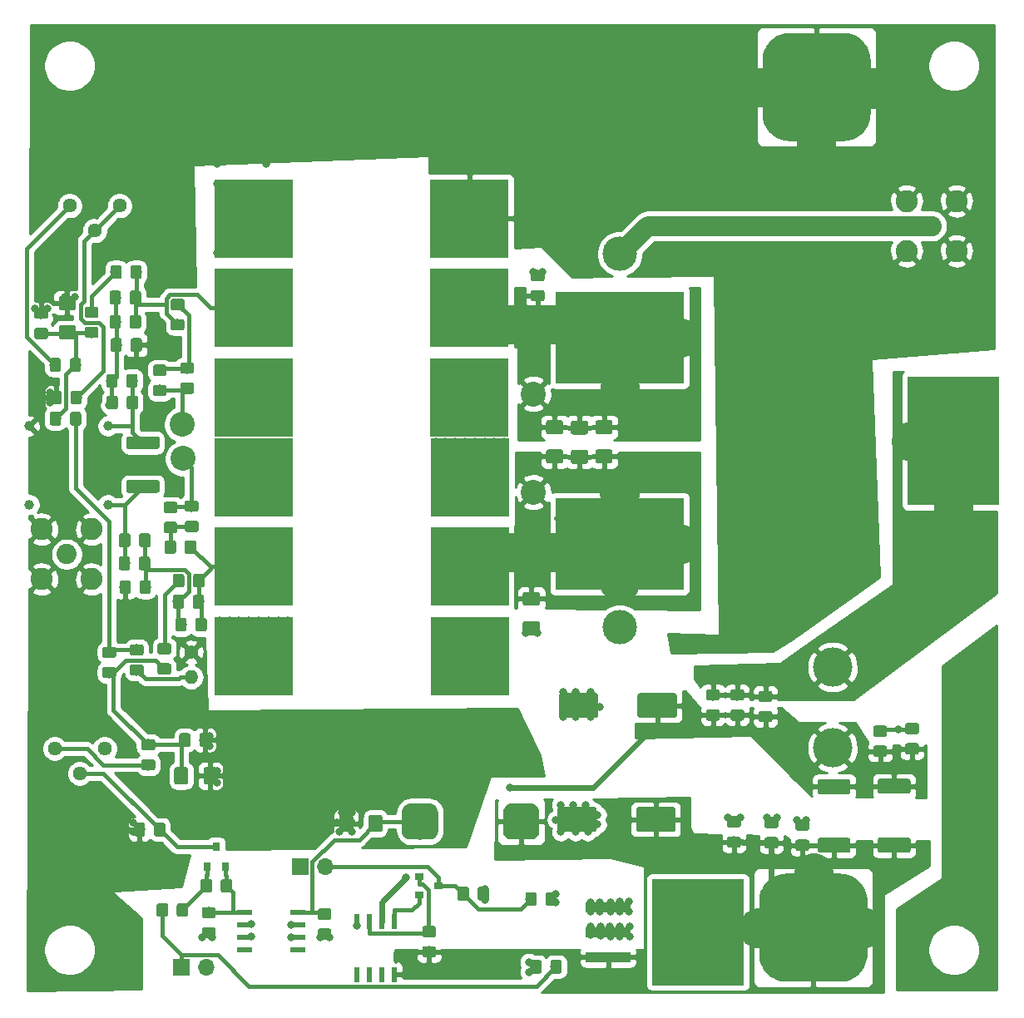
<source format=gtl>
G04 #@! TF.GenerationSoftware,KiCad,Pcbnew,6.0.0-rc1-unknown-e7fa02a~66~ubuntu18.04.1*
G04 #@! TF.CreationDate,2021-12-05T09:57:31-08:00
G04 #@! TF.ProjectId,munin3,6d756e69-6e33-42e6-9b69-6361645f7063,rev?*
G04 #@! TF.SameCoordinates,Original*
G04 #@! TF.FileFunction,Copper,L1,Top*
G04 #@! TF.FilePolarity,Positive*
%FSLAX46Y46*%
G04 Gerber Fmt 4.6, Leading zero omitted, Abs format (unit mm)*
G04 Created by KiCad (PCBNEW 6.0.0-rc1-unknown-e7fa02a~66~ubuntu18.04.1) date Sun 05 Dec 2021 09:57:31 AM PST*
%MOMM*%
%LPD*%
G04 APERTURE LIST*
%ADD10C,0.100000*%
%ADD11C,2.500000*%
%ADD12C,1.150000*%
%ADD13C,1.425000*%
%ADD14R,4.600000X1.100000*%
%ADD15R,9.400000X10.800000*%
%ADD16R,1.700000X1.700000*%
%ADD17O,1.700000X1.700000*%
%ADD18C,1.000000*%
%ADD19R,13.150000X9.400000*%
%ADD20R,9.400000X13.150000*%
%ADD21C,3.500000*%
%ADD22C,4.000000*%
%ADD23C,1.440000*%
%ADD24C,1.300000*%
%ADD25C,1.400000*%
%ADD26O,1.400000X1.400000*%
%ADD27C,1.525000*%
%ADD28R,0.900000X0.800000*%
%ADD29R,1.550000X0.600000*%
%ADD30C,2.540000*%
%ADD31C,2.050000*%
%ADD32C,2.250000*%
%ADD33R,8.000000X8.000000*%
%ADD34C,11.000000*%
%ADD35R,0.600000X1.550000*%
%ADD36C,3.700000*%
%ADD37R,0.800000X0.900000*%
%ADD38C,0.800000*%
%ADD39C,0.400000*%
%ADD40C,4.000000*%
%ADD41C,0.600000*%
%ADD42C,2.000000*%
%ADD43C,0.254000*%
G04 APERTURE END LIST*
D10*
G36*
X158436504Y-130468204D02*
G01*
X158460773Y-130471804D01*
X158484571Y-130477765D01*
X158507671Y-130486030D01*
X158529849Y-130496520D01*
X158550893Y-130509133D01*
X158570598Y-130523747D01*
X158588777Y-130540223D01*
X158605253Y-130558402D01*
X158619867Y-130578107D01*
X158632480Y-130599151D01*
X158642970Y-130621329D01*
X158651235Y-130644429D01*
X158657196Y-130668227D01*
X158660796Y-130692496D01*
X158662000Y-130717000D01*
X158662000Y-132717000D01*
X158660796Y-132741504D01*
X158657196Y-132765773D01*
X158651235Y-132789571D01*
X158642970Y-132812671D01*
X158632480Y-132834849D01*
X158619867Y-132855893D01*
X158605253Y-132875598D01*
X158588777Y-132893777D01*
X158570598Y-132910253D01*
X158550893Y-132924867D01*
X158529849Y-132937480D01*
X158507671Y-132947970D01*
X158484571Y-132956235D01*
X158460773Y-132962196D01*
X158436504Y-132965796D01*
X158412000Y-132967000D01*
X154912000Y-132967000D01*
X154887496Y-132965796D01*
X154863227Y-132962196D01*
X154839429Y-132956235D01*
X154816329Y-132947970D01*
X154794151Y-132937480D01*
X154773107Y-132924867D01*
X154753402Y-132910253D01*
X154735223Y-132893777D01*
X154718747Y-132875598D01*
X154704133Y-132855893D01*
X154691520Y-132834849D01*
X154681030Y-132812671D01*
X154672765Y-132789571D01*
X154666804Y-132765773D01*
X154663204Y-132741504D01*
X154662000Y-132717000D01*
X154662000Y-130717000D01*
X154663204Y-130692496D01*
X154666804Y-130668227D01*
X154672765Y-130644429D01*
X154681030Y-130621329D01*
X154691520Y-130599151D01*
X154704133Y-130578107D01*
X154718747Y-130558402D01*
X154735223Y-130540223D01*
X154753402Y-130523747D01*
X154773107Y-130509133D01*
X154794151Y-130496520D01*
X154816329Y-130486030D01*
X154839429Y-130477765D01*
X154863227Y-130471804D01*
X154887496Y-130468204D01*
X154912000Y-130467000D01*
X158412000Y-130467000D01*
X158436504Y-130468204D01*
X158436504Y-130468204D01*
G37*
D11*
X156662000Y-131717000D03*
D10*
G36*
X166436504Y-130468204D02*
G01*
X166460773Y-130471804D01*
X166484571Y-130477765D01*
X166507671Y-130486030D01*
X166529849Y-130496520D01*
X166550893Y-130509133D01*
X166570598Y-130523747D01*
X166588777Y-130540223D01*
X166605253Y-130558402D01*
X166619867Y-130578107D01*
X166632480Y-130599151D01*
X166642970Y-130621329D01*
X166651235Y-130644429D01*
X166657196Y-130668227D01*
X166660796Y-130692496D01*
X166662000Y-130717000D01*
X166662000Y-132717000D01*
X166660796Y-132741504D01*
X166657196Y-132765773D01*
X166651235Y-132789571D01*
X166642970Y-132812671D01*
X166632480Y-132834849D01*
X166619867Y-132855893D01*
X166605253Y-132875598D01*
X166588777Y-132893777D01*
X166570598Y-132910253D01*
X166550893Y-132924867D01*
X166529849Y-132937480D01*
X166507671Y-132947970D01*
X166484571Y-132956235D01*
X166460773Y-132962196D01*
X166436504Y-132965796D01*
X166412000Y-132967000D01*
X162912000Y-132967000D01*
X162887496Y-132965796D01*
X162863227Y-132962196D01*
X162839429Y-132956235D01*
X162816329Y-132947970D01*
X162794151Y-132937480D01*
X162773107Y-132924867D01*
X162753402Y-132910253D01*
X162735223Y-132893777D01*
X162718747Y-132875598D01*
X162704133Y-132855893D01*
X162691520Y-132834849D01*
X162681030Y-132812671D01*
X162672765Y-132789571D01*
X162666804Y-132765773D01*
X162663204Y-132741504D01*
X162662000Y-132717000D01*
X162662000Y-130717000D01*
X162663204Y-130692496D01*
X162666804Y-130668227D01*
X162672765Y-130644429D01*
X162681030Y-130621329D01*
X162691520Y-130599151D01*
X162704133Y-130578107D01*
X162718747Y-130558402D01*
X162735223Y-130540223D01*
X162753402Y-130523747D01*
X162773107Y-130509133D01*
X162794151Y-130496520D01*
X162816329Y-130486030D01*
X162839429Y-130477765D01*
X162863227Y-130471804D01*
X162887496Y-130468204D01*
X162912000Y-130467000D01*
X166412000Y-130467000D01*
X166436504Y-130468204D01*
X166436504Y-130468204D01*
G37*
D11*
X164662000Y-131717000D03*
D10*
G36*
X102575505Y-79619204D02*
G01*
X102599773Y-79622804D01*
X102623572Y-79628765D01*
X102646671Y-79637030D01*
X102668850Y-79647520D01*
X102689893Y-79660132D01*
X102709599Y-79674747D01*
X102727777Y-79691223D01*
X102744253Y-79709401D01*
X102758868Y-79729107D01*
X102771480Y-79750150D01*
X102781970Y-79772329D01*
X102790235Y-79795428D01*
X102796196Y-79819227D01*
X102799796Y-79843495D01*
X102801000Y-79867999D01*
X102801000Y-80518001D01*
X102799796Y-80542505D01*
X102796196Y-80566773D01*
X102790235Y-80590572D01*
X102781970Y-80613671D01*
X102771480Y-80635850D01*
X102758868Y-80656893D01*
X102744253Y-80676599D01*
X102727777Y-80694777D01*
X102709599Y-80711253D01*
X102689893Y-80725868D01*
X102668850Y-80738480D01*
X102646671Y-80748970D01*
X102623572Y-80757235D01*
X102599773Y-80763196D01*
X102575505Y-80766796D01*
X102551001Y-80768000D01*
X101650999Y-80768000D01*
X101626495Y-80766796D01*
X101602227Y-80763196D01*
X101578428Y-80757235D01*
X101555329Y-80748970D01*
X101533150Y-80738480D01*
X101512107Y-80725868D01*
X101492401Y-80711253D01*
X101474223Y-80694777D01*
X101457747Y-80676599D01*
X101443132Y-80656893D01*
X101430520Y-80635850D01*
X101420030Y-80613671D01*
X101411765Y-80590572D01*
X101405804Y-80566773D01*
X101402204Y-80542505D01*
X101401000Y-80518001D01*
X101401000Y-79867999D01*
X101402204Y-79843495D01*
X101405804Y-79819227D01*
X101411765Y-79795428D01*
X101420030Y-79772329D01*
X101430520Y-79750150D01*
X101443132Y-79729107D01*
X101457747Y-79709401D01*
X101474223Y-79691223D01*
X101492401Y-79674747D01*
X101512107Y-79660132D01*
X101533150Y-79647520D01*
X101555329Y-79637030D01*
X101578428Y-79628765D01*
X101602227Y-79622804D01*
X101626495Y-79619204D01*
X101650999Y-79618000D01*
X102551001Y-79618000D01*
X102575505Y-79619204D01*
X102575505Y-79619204D01*
G37*
D12*
X102101000Y-80193000D03*
D10*
G36*
X102575505Y-81669204D02*
G01*
X102599773Y-81672804D01*
X102623572Y-81678765D01*
X102646671Y-81687030D01*
X102668850Y-81697520D01*
X102689893Y-81710132D01*
X102709599Y-81724747D01*
X102727777Y-81741223D01*
X102744253Y-81759401D01*
X102758868Y-81779107D01*
X102771480Y-81800150D01*
X102781970Y-81822329D01*
X102790235Y-81845428D01*
X102796196Y-81869227D01*
X102799796Y-81893495D01*
X102801000Y-81917999D01*
X102801000Y-82568001D01*
X102799796Y-82592505D01*
X102796196Y-82616773D01*
X102790235Y-82640572D01*
X102781970Y-82663671D01*
X102771480Y-82685850D01*
X102758868Y-82706893D01*
X102744253Y-82726599D01*
X102727777Y-82744777D01*
X102709599Y-82761253D01*
X102689893Y-82775868D01*
X102668850Y-82788480D01*
X102646671Y-82798970D01*
X102623572Y-82807235D01*
X102599773Y-82813196D01*
X102575505Y-82816796D01*
X102551001Y-82818000D01*
X101650999Y-82818000D01*
X101626495Y-82816796D01*
X101602227Y-82813196D01*
X101578428Y-82807235D01*
X101555329Y-82798970D01*
X101533150Y-82788480D01*
X101512107Y-82775868D01*
X101492401Y-82761253D01*
X101474223Y-82744777D01*
X101457747Y-82726599D01*
X101443132Y-82706893D01*
X101430520Y-82685850D01*
X101420030Y-82663671D01*
X101411765Y-82640572D01*
X101405804Y-82616773D01*
X101402204Y-82592505D01*
X101401000Y-82568001D01*
X101401000Y-81917999D01*
X101402204Y-81893495D01*
X101405804Y-81869227D01*
X101411765Y-81845428D01*
X101420030Y-81822329D01*
X101430520Y-81800150D01*
X101443132Y-81779107D01*
X101457747Y-81759401D01*
X101474223Y-81741223D01*
X101492401Y-81724747D01*
X101512107Y-81710132D01*
X101533150Y-81697520D01*
X101555329Y-81687030D01*
X101578428Y-81678765D01*
X101602227Y-81672804D01*
X101626495Y-81669204D01*
X101650999Y-81668000D01*
X102551001Y-81668000D01*
X102575505Y-81669204D01*
X102575505Y-81669204D01*
G37*
D12*
X102101000Y-82243000D03*
D10*
G36*
X103968505Y-88071204D02*
G01*
X103992773Y-88074804D01*
X104016572Y-88080765D01*
X104039671Y-88089030D01*
X104061850Y-88099520D01*
X104082893Y-88112132D01*
X104102599Y-88126747D01*
X104120777Y-88143223D01*
X104137253Y-88161401D01*
X104151868Y-88181107D01*
X104164480Y-88202150D01*
X104174970Y-88224329D01*
X104183235Y-88247428D01*
X104189196Y-88271227D01*
X104192796Y-88295495D01*
X104194000Y-88319999D01*
X104194000Y-89220001D01*
X104192796Y-89244505D01*
X104189196Y-89268773D01*
X104183235Y-89292572D01*
X104174970Y-89315671D01*
X104164480Y-89337850D01*
X104151868Y-89358893D01*
X104137253Y-89378599D01*
X104120777Y-89396777D01*
X104102599Y-89413253D01*
X104082893Y-89427868D01*
X104061850Y-89440480D01*
X104039671Y-89450970D01*
X104016572Y-89459235D01*
X103992773Y-89465196D01*
X103968505Y-89468796D01*
X103944001Y-89470000D01*
X103293999Y-89470000D01*
X103269495Y-89468796D01*
X103245227Y-89465196D01*
X103221428Y-89459235D01*
X103198329Y-89450970D01*
X103176150Y-89440480D01*
X103155107Y-89427868D01*
X103135401Y-89413253D01*
X103117223Y-89396777D01*
X103100747Y-89378599D01*
X103086132Y-89358893D01*
X103073520Y-89337850D01*
X103063030Y-89315671D01*
X103054765Y-89292572D01*
X103048804Y-89268773D01*
X103045204Y-89244505D01*
X103044000Y-89220001D01*
X103044000Y-88319999D01*
X103045204Y-88295495D01*
X103048804Y-88271227D01*
X103054765Y-88247428D01*
X103063030Y-88224329D01*
X103073520Y-88202150D01*
X103086132Y-88181107D01*
X103100747Y-88161401D01*
X103117223Y-88143223D01*
X103135401Y-88126747D01*
X103155107Y-88112132D01*
X103176150Y-88099520D01*
X103198329Y-88089030D01*
X103221428Y-88080765D01*
X103245227Y-88074804D01*
X103269495Y-88071204D01*
X103293999Y-88070000D01*
X103944001Y-88070000D01*
X103968505Y-88071204D01*
X103968505Y-88071204D01*
G37*
D12*
X103619000Y-88770000D03*
D10*
G36*
X106018505Y-88071204D02*
G01*
X106042773Y-88074804D01*
X106066572Y-88080765D01*
X106089671Y-88089030D01*
X106111850Y-88099520D01*
X106132893Y-88112132D01*
X106152599Y-88126747D01*
X106170777Y-88143223D01*
X106187253Y-88161401D01*
X106201868Y-88181107D01*
X106214480Y-88202150D01*
X106224970Y-88224329D01*
X106233235Y-88247428D01*
X106239196Y-88271227D01*
X106242796Y-88295495D01*
X106244000Y-88319999D01*
X106244000Y-89220001D01*
X106242796Y-89244505D01*
X106239196Y-89268773D01*
X106233235Y-89292572D01*
X106224970Y-89315671D01*
X106214480Y-89337850D01*
X106201868Y-89358893D01*
X106187253Y-89378599D01*
X106170777Y-89396777D01*
X106152599Y-89413253D01*
X106132893Y-89427868D01*
X106111850Y-89440480D01*
X106089671Y-89450970D01*
X106066572Y-89459235D01*
X106042773Y-89465196D01*
X106018505Y-89468796D01*
X105994001Y-89470000D01*
X105343999Y-89470000D01*
X105319495Y-89468796D01*
X105295227Y-89465196D01*
X105271428Y-89459235D01*
X105248329Y-89450970D01*
X105226150Y-89440480D01*
X105205107Y-89427868D01*
X105185401Y-89413253D01*
X105167223Y-89396777D01*
X105150747Y-89378599D01*
X105136132Y-89358893D01*
X105123520Y-89337850D01*
X105113030Y-89315671D01*
X105104765Y-89292572D01*
X105098804Y-89268773D01*
X105095204Y-89244505D01*
X105094000Y-89220001D01*
X105094000Y-88319999D01*
X105095204Y-88295495D01*
X105098804Y-88271227D01*
X105104765Y-88247428D01*
X105113030Y-88224329D01*
X105123520Y-88202150D01*
X105136132Y-88181107D01*
X105150747Y-88161401D01*
X105167223Y-88143223D01*
X105185401Y-88126747D01*
X105205107Y-88112132D01*
X105226150Y-88099520D01*
X105248329Y-88089030D01*
X105271428Y-88080765D01*
X105295227Y-88074804D01*
X105319495Y-88071204D01*
X105343999Y-88070000D01*
X105994001Y-88070000D01*
X106018505Y-88071204D01*
X106018505Y-88071204D01*
G37*
D12*
X105669000Y-88770000D03*
D10*
G36*
X111703505Y-86365204D02*
G01*
X111727773Y-86368804D01*
X111751572Y-86374765D01*
X111774671Y-86383030D01*
X111796850Y-86393520D01*
X111817893Y-86406132D01*
X111837599Y-86420747D01*
X111855777Y-86437223D01*
X111872253Y-86455401D01*
X111886868Y-86475107D01*
X111899480Y-86496150D01*
X111909970Y-86518329D01*
X111918235Y-86541428D01*
X111924196Y-86565227D01*
X111927796Y-86589495D01*
X111929000Y-86613999D01*
X111929000Y-87514001D01*
X111927796Y-87538505D01*
X111924196Y-87562773D01*
X111918235Y-87586572D01*
X111909970Y-87609671D01*
X111899480Y-87631850D01*
X111886868Y-87652893D01*
X111872253Y-87672599D01*
X111855777Y-87690777D01*
X111837599Y-87707253D01*
X111817893Y-87721868D01*
X111796850Y-87734480D01*
X111774671Y-87744970D01*
X111751572Y-87753235D01*
X111727773Y-87759196D01*
X111703505Y-87762796D01*
X111679001Y-87764000D01*
X111028999Y-87764000D01*
X111004495Y-87762796D01*
X110980227Y-87759196D01*
X110956428Y-87753235D01*
X110933329Y-87744970D01*
X110911150Y-87734480D01*
X110890107Y-87721868D01*
X110870401Y-87707253D01*
X110852223Y-87690777D01*
X110835747Y-87672599D01*
X110821132Y-87652893D01*
X110808520Y-87631850D01*
X110798030Y-87609671D01*
X110789765Y-87586572D01*
X110783804Y-87562773D01*
X110780204Y-87538505D01*
X110779000Y-87514001D01*
X110779000Y-86613999D01*
X110780204Y-86589495D01*
X110783804Y-86565227D01*
X110789765Y-86541428D01*
X110798030Y-86518329D01*
X110808520Y-86496150D01*
X110821132Y-86475107D01*
X110835747Y-86455401D01*
X110852223Y-86437223D01*
X110870401Y-86420747D01*
X110890107Y-86406132D01*
X110911150Y-86393520D01*
X110933329Y-86383030D01*
X110956428Y-86374765D01*
X110980227Y-86368804D01*
X111004495Y-86365204D01*
X111028999Y-86364000D01*
X111679001Y-86364000D01*
X111703505Y-86365204D01*
X111703505Y-86365204D01*
G37*
D12*
X111354000Y-87064000D03*
D10*
G36*
X109653505Y-86365204D02*
G01*
X109677773Y-86368804D01*
X109701572Y-86374765D01*
X109724671Y-86383030D01*
X109746850Y-86393520D01*
X109767893Y-86406132D01*
X109787599Y-86420747D01*
X109805777Y-86437223D01*
X109822253Y-86455401D01*
X109836868Y-86475107D01*
X109849480Y-86496150D01*
X109859970Y-86518329D01*
X109868235Y-86541428D01*
X109874196Y-86565227D01*
X109877796Y-86589495D01*
X109879000Y-86613999D01*
X109879000Y-87514001D01*
X109877796Y-87538505D01*
X109874196Y-87562773D01*
X109868235Y-87586572D01*
X109859970Y-87609671D01*
X109849480Y-87631850D01*
X109836868Y-87652893D01*
X109822253Y-87672599D01*
X109805777Y-87690777D01*
X109787599Y-87707253D01*
X109767893Y-87721868D01*
X109746850Y-87734480D01*
X109724671Y-87744970D01*
X109701572Y-87753235D01*
X109677773Y-87759196D01*
X109653505Y-87762796D01*
X109629001Y-87764000D01*
X108978999Y-87764000D01*
X108954495Y-87762796D01*
X108930227Y-87759196D01*
X108906428Y-87753235D01*
X108883329Y-87744970D01*
X108861150Y-87734480D01*
X108840107Y-87721868D01*
X108820401Y-87707253D01*
X108802223Y-87690777D01*
X108785747Y-87672599D01*
X108771132Y-87652893D01*
X108758520Y-87631850D01*
X108748030Y-87609671D01*
X108739765Y-87586572D01*
X108733804Y-87562773D01*
X108730204Y-87538505D01*
X108729000Y-87514001D01*
X108729000Y-86613999D01*
X108730204Y-86589495D01*
X108733804Y-86565227D01*
X108739765Y-86541428D01*
X108748030Y-86518329D01*
X108758520Y-86496150D01*
X108771132Y-86475107D01*
X108785747Y-86455401D01*
X108802223Y-86437223D01*
X108820401Y-86420747D01*
X108840107Y-86406132D01*
X108861150Y-86393520D01*
X108883329Y-86383030D01*
X108906428Y-86374765D01*
X108930227Y-86368804D01*
X108954495Y-86365204D01*
X108978999Y-86364000D01*
X109629001Y-86364000D01*
X109653505Y-86365204D01*
X109653505Y-86365204D01*
G37*
D12*
X109304000Y-87064000D03*
D10*
G36*
X109687505Y-88587204D02*
G01*
X109711773Y-88590804D01*
X109735572Y-88596765D01*
X109758671Y-88605030D01*
X109780850Y-88615520D01*
X109801893Y-88628132D01*
X109821599Y-88642747D01*
X109839777Y-88659223D01*
X109856253Y-88677401D01*
X109870868Y-88697107D01*
X109883480Y-88718150D01*
X109893970Y-88740329D01*
X109902235Y-88763428D01*
X109908196Y-88787227D01*
X109911796Y-88811495D01*
X109913000Y-88835999D01*
X109913000Y-89736001D01*
X109911796Y-89760505D01*
X109908196Y-89784773D01*
X109902235Y-89808572D01*
X109893970Y-89831671D01*
X109883480Y-89853850D01*
X109870868Y-89874893D01*
X109856253Y-89894599D01*
X109839777Y-89912777D01*
X109821599Y-89929253D01*
X109801893Y-89943868D01*
X109780850Y-89956480D01*
X109758671Y-89966970D01*
X109735572Y-89975235D01*
X109711773Y-89981196D01*
X109687505Y-89984796D01*
X109663001Y-89986000D01*
X109012999Y-89986000D01*
X108988495Y-89984796D01*
X108964227Y-89981196D01*
X108940428Y-89975235D01*
X108917329Y-89966970D01*
X108895150Y-89956480D01*
X108874107Y-89943868D01*
X108854401Y-89929253D01*
X108836223Y-89912777D01*
X108819747Y-89894599D01*
X108805132Y-89874893D01*
X108792520Y-89853850D01*
X108782030Y-89831671D01*
X108773765Y-89808572D01*
X108767804Y-89784773D01*
X108764204Y-89760505D01*
X108763000Y-89736001D01*
X108763000Y-88835999D01*
X108764204Y-88811495D01*
X108767804Y-88787227D01*
X108773765Y-88763428D01*
X108782030Y-88740329D01*
X108792520Y-88718150D01*
X108805132Y-88697107D01*
X108819747Y-88677401D01*
X108836223Y-88659223D01*
X108854401Y-88642747D01*
X108874107Y-88628132D01*
X108895150Y-88615520D01*
X108917329Y-88605030D01*
X108940428Y-88596765D01*
X108964227Y-88590804D01*
X108988495Y-88587204D01*
X109012999Y-88586000D01*
X109663001Y-88586000D01*
X109687505Y-88587204D01*
X109687505Y-88587204D01*
G37*
D12*
X109338000Y-89286000D03*
D10*
G36*
X111737505Y-88587204D02*
G01*
X111761773Y-88590804D01*
X111785572Y-88596765D01*
X111808671Y-88605030D01*
X111830850Y-88615520D01*
X111851893Y-88628132D01*
X111871599Y-88642747D01*
X111889777Y-88659223D01*
X111906253Y-88677401D01*
X111920868Y-88697107D01*
X111933480Y-88718150D01*
X111943970Y-88740329D01*
X111952235Y-88763428D01*
X111958196Y-88787227D01*
X111961796Y-88811495D01*
X111963000Y-88835999D01*
X111963000Y-89736001D01*
X111961796Y-89760505D01*
X111958196Y-89784773D01*
X111952235Y-89808572D01*
X111943970Y-89831671D01*
X111933480Y-89853850D01*
X111920868Y-89874893D01*
X111906253Y-89894599D01*
X111889777Y-89912777D01*
X111871599Y-89929253D01*
X111851893Y-89943868D01*
X111830850Y-89956480D01*
X111808671Y-89966970D01*
X111785572Y-89975235D01*
X111761773Y-89981196D01*
X111737505Y-89984796D01*
X111713001Y-89986000D01*
X111062999Y-89986000D01*
X111038495Y-89984796D01*
X111014227Y-89981196D01*
X110990428Y-89975235D01*
X110967329Y-89966970D01*
X110945150Y-89956480D01*
X110924107Y-89943868D01*
X110904401Y-89929253D01*
X110886223Y-89912777D01*
X110869747Y-89894599D01*
X110855132Y-89874893D01*
X110842520Y-89853850D01*
X110832030Y-89831671D01*
X110823765Y-89808572D01*
X110817804Y-89784773D01*
X110814204Y-89760505D01*
X110813000Y-89736001D01*
X110813000Y-88835999D01*
X110814204Y-88811495D01*
X110817804Y-88787227D01*
X110823765Y-88763428D01*
X110832030Y-88740329D01*
X110842520Y-88718150D01*
X110855132Y-88697107D01*
X110869747Y-88677401D01*
X110886223Y-88659223D01*
X110904401Y-88642747D01*
X110924107Y-88628132D01*
X110945150Y-88615520D01*
X110967329Y-88605030D01*
X110990428Y-88596765D01*
X111014227Y-88590804D01*
X111038495Y-88587204D01*
X111062999Y-88586000D01*
X111713001Y-88586000D01*
X111737505Y-88587204D01*
X111737505Y-88587204D01*
G37*
D12*
X111388000Y-89286000D03*
D10*
G36*
X155020504Y-91084204D02*
G01*
X155044773Y-91087804D01*
X155068571Y-91093765D01*
X155091671Y-91102030D01*
X155113849Y-91112520D01*
X155134893Y-91125133D01*
X155154598Y-91139747D01*
X155172777Y-91156223D01*
X155189253Y-91174402D01*
X155203867Y-91194107D01*
X155216480Y-91215151D01*
X155226970Y-91237329D01*
X155235235Y-91260429D01*
X155241196Y-91284227D01*
X155244796Y-91308496D01*
X155246000Y-91333000D01*
X155246000Y-92258000D01*
X155244796Y-92282504D01*
X155241196Y-92306773D01*
X155235235Y-92330571D01*
X155226970Y-92353671D01*
X155216480Y-92375849D01*
X155203867Y-92396893D01*
X155189253Y-92416598D01*
X155172777Y-92434777D01*
X155154598Y-92451253D01*
X155134893Y-92465867D01*
X155113849Y-92478480D01*
X155091671Y-92488970D01*
X155068571Y-92497235D01*
X155044773Y-92503196D01*
X155020504Y-92506796D01*
X154996000Y-92508000D01*
X153746000Y-92508000D01*
X153721496Y-92506796D01*
X153697227Y-92503196D01*
X153673429Y-92497235D01*
X153650329Y-92488970D01*
X153628151Y-92478480D01*
X153607107Y-92465867D01*
X153587402Y-92451253D01*
X153569223Y-92434777D01*
X153552747Y-92416598D01*
X153538133Y-92396893D01*
X153525520Y-92375849D01*
X153515030Y-92353671D01*
X153506765Y-92330571D01*
X153500804Y-92306773D01*
X153497204Y-92282504D01*
X153496000Y-92258000D01*
X153496000Y-91333000D01*
X153497204Y-91308496D01*
X153500804Y-91284227D01*
X153506765Y-91260429D01*
X153515030Y-91237329D01*
X153525520Y-91215151D01*
X153538133Y-91194107D01*
X153552747Y-91174402D01*
X153569223Y-91156223D01*
X153587402Y-91139747D01*
X153607107Y-91125133D01*
X153628151Y-91112520D01*
X153650329Y-91102030D01*
X153673429Y-91093765D01*
X153697227Y-91087804D01*
X153721496Y-91084204D01*
X153746000Y-91083000D01*
X154996000Y-91083000D01*
X155020504Y-91084204D01*
X155020504Y-91084204D01*
G37*
D13*
X154371000Y-91795500D03*
D10*
G36*
X155020504Y-94059204D02*
G01*
X155044773Y-94062804D01*
X155068571Y-94068765D01*
X155091671Y-94077030D01*
X155113849Y-94087520D01*
X155134893Y-94100133D01*
X155154598Y-94114747D01*
X155172777Y-94131223D01*
X155189253Y-94149402D01*
X155203867Y-94169107D01*
X155216480Y-94190151D01*
X155226970Y-94212329D01*
X155235235Y-94235429D01*
X155241196Y-94259227D01*
X155244796Y-94283496D01*
X155246000Y-94308000D01*
X155246000Y-95233000D01*
X155244796Y-95257504D01*
X155241196Y-95281773D01*
X155235235Y-95305571D01*
X155226970Y-95328671D01*
X155216480Y-95350849D01*
X155203867Y-95371893D01*
X155189253Y-95391598D01*
X155172777Y-95409777D01*
X155154598Y-95426253D01*
X155134893Y-95440867D01*
X155113849Y-95453480D01*
X155091671Y-95463970D01*
X155068571Y-95472235D01*
X155044773Y-95478196D01*
X155020504Y-95481796D01*
X154996000Y-95483000D01*
X153746000Y-95483000D01*
X153721496Y-95481796D01*
X153697227Y-95478196D01*
X153673429Y-95472235D01*
X153650329Y-95463970D01*
X153628151Y-95453480D01*
X153607107Y-95440867D01*
X153587402Y-95426253D01*
X153569223Y-95409777D01*
X153552747Y-95391598D01*
X153538133Y-95371893D01*
X153525520Y-95350849D01*
X153515030Y-95328671D01*
X153506765Y-95305571D01*
X153500804Y-95281773D01*
X153497204Y-95257504D01*
X153496000Y-95233000D01*
X153496000Y-94308000D01*
X153497204Y-94283496D01*
X153500804Y-94259227D01*
X153506765Y-94235429D01*
X153515030Y-94212329D01*
X153525520Y-94190151D01*
X153538133Y-94169107D01*
X153552747Y-94149402D01*
X153569223Y-94131223D01*
X153587402Y-94114747D01*
X153607107Y-94100133D01*
X153628151Y-94087520D01*
X153650329Y-94077030D01*
X153673429Y-94068765D01*
X153697227Y-94062804D01*
X153721496Y-94059204D01*
X153746000Y-94058000D01*
X154996000Y-94058000D01*
X155020504Y-94059204D01*
X155020504Y-94059204D01*
G37*
D13*
X154371000Y-94770500D03*
D10*
G36*
X157542504Y-94094204D02*
G01*
X157566773Y-94097804D01*
X157590571Y-94103765D01*
X157613671Y-94112030D01*
X157635849Y-94122520D01*
X157656893Y-94135133D01*
X157676598Y-94149747D01*
X157694777Y-94166223D01*
X157711253Y-94184402D01*
X157725867Y-94204107D01*
X157738480Y-94225151D01*
X157748970Y-94247329D01*
X157757235Y-94270429D01*
X157763196Y-94294227D01*
X157766796Y-94318496D01*
X157768000Y-94343000D01*
X157768000Y-95268000D01*
X157766796Y-95292504D01*
X157763196Y-95316773D01*
X157757235Y-95340571D01*
X157748970Y-95363671D01*
X157738480Y-95385849D01*
X157725867Y-95406893D01*
X157711253Y-95426598D01*
X157694777Y-95444777D01*
X157676598Y-95461253D01*
X157656893Y-95475867D01*
X157635849Y-95488480D01*
X157613671Y-95498970D01*
X157590571Y-95507235D01*
X157566773Y-95513196D01*
X157542504Y-95516796D01*
X157518000Y-95518000D01*
X156268000Y-95518000D01*
X156243496Y-95516796D01*
X156219227Y-95513196D01*
X156195429Y-95507235D01*
X156172329Y-95498970D01*
X156150151Y-95488480D01*
X156129107Y-95475867D01*
X156109402Y-95461253D01*
X156091223Y-95444777D01*
X156074747Y-95426598D01*
X156060133Y-95406893D01*
X156047520Y-95385849D01*
X156037030Y-95363671D01*
X156028765Y-95340571D01*
X156022804Y-95316773D01*
X156019204Y-95292504D01*
X156018000Y-95268000D01*
X156018000Y-94343000D01*
X156019204Y-94318496D01*
X156022804Y-94294227D01*
X156028765Y-94270429D01*
X156037030Y-94247329D01*
X156047520Y-94225151D01*
X156060133Y-94204107D01*
X156074747Y-94184402D01*
X156091223Y-94166223D01*
X156109402Y-94149747D01*
X156129107Y-94135133D01*
X156150151Y-94122520D01*
X156172329Y-94112030D01*
X156195429Y-94103765D01*
X156219227Y-94097804D01*
X156243496Y-94094204D01*
X156268000Y-94093000D01*
X157518000Y-94093000D01*
X157542504Y-94094204D01*
X157542504Y-94094204D01*
G37*
D13*
X156893000Y-94805500D03*
D10*
G36*
X157542504Y-91119204D02*
G01*
X157566773Y-91122804D01*
X157590571Y-91128765D01*
X157613671Y-91137030D01*
X157635849Y-91147520D01*
X157656893Y-91160133D01*
X157676598Y-91174747D01*
X157694777Y-91191223D01*
X157711253Y-91209402D01*
X157725867Y-91229107D01*
X157738480Y-91250151D01*
X157748970Y-91272329D01*
X157757235Y-91295429D01*
X157763196Y-91319227D01*
X157766796Y-91343496D01*
X157768000Y-91368000D01*
X157768000Y-92293000D01*
X157766796Y-92317504D01*
X157763196Y-92341773D01*
X157757235Y-92365571D01*
X157748970Y-92388671D01*
X157738480Y-92410849D01*
X157725867Y-92431893D01*
X157711253Y-92451598D01*
X157694777Y-92469777D01*
X157676598Y-92486253D01*
X157656893Y-92500867D01*
X157635849Y-92513480D01*
X157613671Y-92523970D01*
X157590571Y-92532235D01*
X157566773Y-92538196D01*
X157542504Y-92541796D01*
X157518000Y-92543000D01*
X156268000Y-92543000D01*
X156243496Y-92541796D01*
X156219227Y-92538196D01*
X156195429Y-92532235D01*
X156172329Y-92523970D01*
X156150151Y-92513480D01*
X156129107Y-92500867D01*
X156109402Y-92486253D01*
X156091223Y-92469777D01*
X156074747Y-92451598D01*
X156060133Y-92431893D01*
X156047520Y-92410849D01*
X156037030Y-92388671D01*
X156028765Y-92365571D01*
X156022804Y-92341773D01*
X156019204Y-92317504D01*
X156018000Y-92293000D01*
X156018000Y-91368000D01*
X156019204Y-91343496D01*
X156022804Y-91319227D01*
X156028765Y-91295429D01*
X156037030Y-91272329D01*
X156047520Y-91250151D01*
X156060133Y-91229107D01*
X156074747Y-91209402D01*
X156091223Y-91191223D01*
X156109402Y-91174747D01*
X156129107Y-91160133D01*
X156150151Y-91147520D01*
X156172329Y-91137030D01*
X156195429Y-91128765D01*
X156219227Y-91122804D01*
X156243496Y-91119204D01*
X156268000Y-91118000D01*
X157518000Y-91118000D01*
X157542504Y-91119204D01*
X157542504Y-91119204D01*
G37*
D13*
X156893000Y-91830500D03*
D10*
G36*
X160042504Y-94050204D02*
G01*
X160066773Y-94053804D01*
X160090571Y-94059765D01*
X160113671Y-94068030D01*
X160135849Y-94078520D01*
X160156893Y-94091133D01*
X160176598Y-94105747D01*
X160194777Y-94122223D01*
X160211253Y-94140402D01*
X160225867Y-94160107D01*
X160238480Y-94181151D01*
X160248970Y-94203329D01*
X160257235Y-94226429D01*
X160263196Y-94250227D01*
X160266796Y-94274496D01*
X160268000Y-94299000D01*
X160268000Y-95224000D01*
X160266796Y-95248504D01*
X160263196Y-95272773D01*
X160257235Y-95296571D01*
X160248970Y-95319671D01*
X160238480Y-95341849D01*
X160225867Y-95362893D01*
X160211253Y-95382598D01*
X160194777Y-95400777D01*
X160176598Y-95417253D01*
X160156893Y-95431867D01*
X160135849Y-95444480D01*
X160113671Y-95454970D01*
X160090571Y-95463235D01*
X160066773Y-95469196D01*
X160042504Y-95472796D01*
X160018000Y-95474000D01*
X158768000Y-95474000D01*
X158743496Y-95472796D01*
X158719227Y-95469196D01*
X158695429Y-95463235D01*
X158672329Y-95454970D01*
X158650151Y-95444480D01*
X158629107Y-95431867D01*
X158609402Y-95417253D01*
X158591223Y-95400777D01*
X158574747Y-95382598D01*
X158560133Y-95362893D01*
X158547520Y-95341849D01*
X158537030Y-95319671D01*
X158528765Y-95296571D01*
X158522804Y-95272773D01*
X158519204Y-95248504D01*
X158518000Y-95224000D01*
X158518000Y-94299000D01*
X158519204Y-94274496D01*
X158522804Y-94250227D01*
X158528765Y-94226429D01*
X158537030Y-94203329D01*
X158547520Y-94181151D01*
X158560133Y-94160107D01*
X158574747Y-94140402D01*
X158591223Y-94122223D01*
X158609402Y-94105747D01*
X158629107Y-94091133D01*
X158650151Y-94078520D01*
X158672329Y-94068030D01*
X158695429Y-94059765D01*
X158719227Y-94053804D01*
X158743496Y-94050204D01*
X158768000Y-94049000D01*
X160018000Y-94049000D01*
X160042504Y-94050204D01*
X160042504Y-94050204D01*
G37*
D13*
X159393000Y-94761500D03*
D10*
G36*
X160042504Y-91075204D02*
G01*
X160066773Y-91078804D01*
X160090571Y-91084765D01*
X160113671Y-91093030D01*
X160135849Y-91103520D01*
X160156893Y-91116133D01*
X160176598Y-91130747D01*
X160194777Y-91147223D01*
X160211253Y-91165402D01*
X160225867Y-91185107D01*
X160238480Y-91206151D01*
X160248970Y-91228329D01*
X160257235Y-91251429D01*
X160263196Y-91275227D01*
X160266796Y-91299496D01*
X160268000Y-91324000D01*
X160268000Y-92249000D01*
X160266796Y-92273504D01*
X160263196Y-92297773D01*
X160257235Y-92321571D01*
X160248970Y-92344671D01*
X160238480Y-92366849D01*
X160225867Y-92387893D01*
X160211253Y-92407598D01*
X160194777Y-92425777D01*
X160176598Y-92442253D01*
X160156893Y-92456867D01*
X160135849Y-92469480D01*
X160113671Y-92479970D01*
X160090571Y-92488235D01*
X160066773Y-92494196D01*
X160042504Y-92497796D01*
X160018000Y-92499000D01*
X158768000Y-92499000D01*
X158743496Y-92497796D01*
X158719227Y-92494196D01*
X158695429Y-92488235D01*
X158672329Y-92479970D01*
X158650151Y-92469480D01*
X158629107Y-92456867D01*
X158609402Y-92442253D01*
X158591223Y-92425777D01*
X158574747Y-92407598D01*
X158560133Y-92387893D01*
X158547520Y-92366849D01*
X158537030Y-92344671D01*
X158528765Y-92321571D01*
X158522804Y-92297773D01*
X158519204Y-92273504D01*
X158518000Y-92249000D01*
X158518000Y-91324000D01*
X158519204Y-91299496D01*
X158522804Y-91275227D01*
X158528765Y-91251429D01*
X158537030Y-91228329D01*
X158547520Y-91206151D01*
X158560133Y-91185107D01*
X158574747Y-91165402D01*
X158591223Y-91147223D01*
X158609402Y-91130747D01*
X158629107Y-91116133D01*
X158650151Y-91103520D01*
X158672329Y-91093030D01*
X158695429Y-91084765D01*
X158719227Y-91078804D01*
X158743496Y-91075204D01*
X158768000Y-91074000D01*
X160018000Y-91074000D01*
X160042504Y-91075204D01*
X160042504Y-91075204D01*
G37*
D13*
X159393000Y-91786500D03*
D10*
G36*
X110958505Y-102603204D02*
G01*
X110982773Y-102606804D01*
X111006572Y-102612765D01*
X111029671Y-102621030D01*
X111051850Y-102631520D01*
X111072893Y-102644132D01*
X111092599Y-102658747D01*
X111110777Y-102675223D01*
X111127253Y-102693401D01*
X111141868Y-102713107D01*
X111154480Y-102734150D01*
X111164970Y-102756329D01*
X111173235Y-102779428D01*
X111179196Y-102803227D01*
X111182796Y-102827495D01*
X111184000Y-102851999D01*
X111184000Y-103752001D01*
X111182796Y-103776505D01*
X111179196Y-103800773D01*
X111173235Y-103824572D01*
X111164970Y-103847671D01*
X111154480Y-103869850D01*
X111141868Y-103890893D01*
X111127253Y-103910599D01*
X111110777Y-103928777D01*
X111092599Y-103945253D01*
X111072893Y-103959868D01*
X111051850Y-103972480D01*
X111029671Y-103982970D01*
X111006572Y-103991235D01*
X110982773Y-103997196D01*
X110958505Y-104000796D01*
X110934001Y-104002000D01*
X110283999Y-104002000D01*
X110259495Y-104000796D01*
X110235227Y-103997196D01*
X110211428Y-103991235D01*
X110188329Y-103982970D01*
X110166150Y-103972480D01*
X110145107Y-103959868D01*
X110125401Y-103945253D01*
X110107223Y-103928777D01*
X110090747Y-103910599D01*
X110076132Y-103890893D01*
X110063520Y-103869850D01*
X110053030Y-103847671D01*
X110044765Y-103824572D01*
X110038804Y-103800773D01*
X110035204Y-103776505D01*
X110034000Y-103752001D01*
X110034000Y-102851999D01*
X110035204Y-102827495D01*
X110038804Y-102803227D01*
X110044765Y-102779428D01*
X110053030Y-102756329D01*
X110063520Y-102734150D01*
X110076132Y-102713107D01*
X110090747Y-102693401D01*
X110107223Y-102675223D01*
X110125401Y-102658747D01*
X110145107Y-102644132D01*
X110166150Y-102631520D01*
X110188329Y-102621030D01*
X110211428Y-102612765D01*
X110235227Y-102606804D01*
X110259495Y-102603204D01*
X110283999Y-102602000D01*
X110934001Y-102602000D01*
X110958505Y-102603204D01*
X110958505Y-102603204D01*
G37*
D12*
X110609000Y-103302000D03*
D10*
G36*
X113008505Y-102603204D02*
G01*
X113032773Y-102606804D01*
X113056572Y-102612765D01*
X113079671Y-102621030D01*
X113101850Y-102631520D01*
X113122893Y-102644132D01*
X113142599Y-102658747D01*
X113160777Y-102675223D01*
X113177253Y-102693401D01*
X113191868Y-102713107D01*
X113204480Y-102734150D01*
X113214970Y-102756329D01*
X113223235Y-102779428D01*
X113229196Y-102803227D01*
X113232796Y-102827495D01*
X113234000Y-102851999D01*
X113234000Y-103752001D01*
X113232796Y-103776505D01*
X113229196Y-103800773D01*
X113223235Y-103824572D01*
X113214970Y-103847671D01*
X113204480Y-103869850D01*
X113191868Y-103890893D01*
X113177253Y-103910599D01*
X113160777Y-103928777D01*
X113142599Y-103945253D01*
X113122893Y-103959868D01*
X113101850Y-103972480D01*
X113079671Y-103982970D01*
X113056572Y-103991235D01*
X113032773Y-103997196D01*
X113008505Y-104000796D01*
X112984001Y-104002000D01*
X112333999Y-104002000D01*
X112309495Y-104000796D01*
X112285227Y-103997196D01*
X112261428Y-103991235D01*
X112238329Y-103982970D01*
X112216150Y-103972480D01*
X112195107Y-103959868D01*
X112175401Y-103945253D01*
X112157223Y-103928777D01*
X112140747Y-103910599D01*
X112126132Y-103890893D01*
X112113520Y-103869850D01*
X112103030Y-103847671D01*
X112094765Y-103824572D01*
X112088804Y-103800773D01*
X112085204Y-103776505D01*
X112084000Y-103752001D01*
X112084000Y-102851999D01*
X112085204Y-102827495D01*
X112088804Y-102803227D01*
X112094765Y-102779428D01*
X112103030Y-102756329D01*
X112113520Y-102734150D01*
X112126132Y-102713107D01*
X112140747Y-102693401D01*
X112157223Y-102675223D01*
X112175401Y-102658747D01*
X112195107Y-102644132D01*
X112216150Y-102631520D01*
X112238329Y-102621030D01*
X112261428Y-102612765D01*
X112285227Y-102606804D01*
X112309495Y-102603204D01*
X112333999Y-102602000D01*
X112984001Y-102602000D01*
X113008505Y-102603204D01*
X113008505Y-102603204D01*
G37*
D12*
X112659000Y-103302000D03*
D10*
G36*
X117657505Y-103298204D02*
G01*
X117681773Y-103301804D01*
X117705572Y-103307765D01*
X117728671Y-103316030D01*
X117750850Y-103326520D01*
X117771893Y-103339132D01*
X117791599Y-103353747D01*
X117809777Y-103370223D01*
X117826253Y-103388401D01*
X117840868Y-103408107D01*
X117853480Y-103429150D01*
X117863970Y-103451329D01*
X117872235Y-103474428D01*
X117878196Y-103498227D01*
X117881796Y-103522495D01*
X117883000Y-103546999D01*
X117883000Y-104447001D01*
X117881796Y-104471505D01*
X117878196Y-104495773D01*
X117872235Y-104519572D01*
X117863970Y-104542671D01*
X117853480Y-104564850D01*
X117840868Y-104585893D01*
X117826253Y-104605599D01*
X117809777Y-104623777D01*
X117791599Y-104640253D01*
X117771893Y-104654868D01*
X117750850Y-104667480D01*
X117728671Y-104677970D01*
X117705572Y-104686235D01*
X117681773Y-104692196D01*
X117657505Y-104695796D01*
X117633001Y-104697000D01*
X116982999Y-104697000D01*
X116958495Y-104695796D01*
X116934227Y-104692196D01*
X116910428Y-104686235D01*
X116887329Y-104677970D01*
X116865150Y-104667480D01*
X116844107Y-104654868D01*
X116824401Y-104640253D01*
X116806223Y-104623777D01*
X116789747Y-104605599D01*
X116775132Y-104585893D01*
X116762520Y-104564850D01*
X116752030Y-104542671D01*
X116743765Y-104519572D01*
X116737804Y-104495773D01*
X116734204Y-104471505D01*
X116733000Y-104447001D01*
X116733000Y-103546999D01*
X116734204Y-103522495D01*
X116737804Y-103498227D01*
X116743765Y-103474428D01*
X116752030Y-103451329D01*
X116762520Y-103429150D01*
X116775132Y-103408107D01*
X116789747Y-103388401D01*
X116806223Y-103370223D01*
X116824401Y-103353747D01*
X116844107Y-103339132D01*
X116865150Y-103326520D01*
X116887329Y-103316030D01*
X116910428Y-103307765D01*
X116934227Y-103301804D01*
X116958495Y-103298204D01*
X116982999Y-103297000D01*
X117633001Y-103297000D01*
X117657505Y-103298204D01*
X117657505Y-103298204D01*
G37*
D12*
X117308000Y-103997000D03*
D10*
G36*
X115607505Y-103298204D02*
G01*
X115631773Y-103301804D01*
X115655572Y-103307765D01*
X115678671Y-103316030D01*
X115700850Y-103326520D01*
X115721893Y-103339132D01*
X115741599Y-103353747D01*
X115759777Y-103370223D01*
X115776253Y-103388401D01*
X115790868Y-103408107D01*
X115803480Y-103429150D01*
X115813970Y-103451329D01*
X115822235Y-103474428D01*
X115828196Y-103498227D01*
X115831796Y-103522495D01*
X115833000Y-103546999D01*
X115833000Y-104447001D01*
X115831796Y-104471505D01*
X115828196Y-104495773D01*
X115822235Y-104519572D01*
X115813970Y-104542671D01*
X115803480Y-104564850D01*
X115790868Y-104585893D01*
X115776253Y-104605599D01*
X115759777Y-104623777D01*
X115741599Y-104640253D01*
X115721893Y-104654868D01*
X115700850Y-104667480D01*
X115678671Y-104677970D01*
X115655572Y-104686235D01*
X115631773Y-104692196D01*
X115607505Y-104695796D01*
X115583001Y-104697000D01*
X114932999Y-104697000D01*
X114908495Y-104695796D01*
X114884227Y-104692196D01*
X114860428Y-104686235D01*
X114837329Y-104677970D01*
X114815150Y-104667480D01*
X114794107Y-104654868D01*
X114774401Y-104640253D01*
X114756223Y-104623777D01*
X114739747Y-104605599D01*
X114725132Y-104585893D01*
X114712520Y-104564850D01*
X114702030Y-104542671D01*
X114693765Y-104519572D01*
X114687804Y-104495773D01*
X114684204Y-104471505D01*
X114683000Y-104447001D01*
X114683000Y-103546999D01*
X114684204Y-103522495D01*
X114687804Y-103498227D01*
X114693765Y-103474428D01*
X114702030Y-103451329D01*
X114712520Y-103429150D01*
X114725132Y-103408107D01*
X114739747Y-103388401D01*
X114756223Y-103370223D01*
X114774401Y-103353747D01*
X114794107Y-103339132D01*
X114815150Y-103326520D01*
X114837329Y-103316030D01*
X114860428Y-103307765D01*
X114884227Y-103301804D01*
X114908495Y-103298204D01*
X114932999Y-103297000D01*
X115583001Y-103297000D01*
X115607505Y-103298204D01*
X115607505Y-103298204D01*
G37*
D12*
X115258000Y-103997000D03*
D10*
G36*
X112982505Y-104958204D02*
G01*
X113006773Y-104961804D01*
X113030572Y-104967765D01*
X113053671Y-104976030D01*
X113075850Y-104986520D01*
X113096893Y-104999132D01*
X113116599Y-105013747D01*
X113134777Y-105030223D01*
X113151253Y-105048401D01*
X113165868Y-105068107D01*
X113178480Y-105089150D01*
X113188970Y-105111329D01*
X113197235Y-105134428D01*
X113203196Y-105158227D01*
X113206796Y-105182495D01*
X113208000Y-105206999D01*
X113208000Y-106107001D01*
X113206796Y-106131505D01*
X113203196Y-106155773D01*
X113197235Y-106179572D01*
X113188970Y-106202671D01*
X113178480Y-106224850D01*
X113165868Y-106245893D01*
X113151253Y-106265599D01*
X113134777Y-106283777D01*
X113116599Y-106300253D01*
X113096893Y-106314868D01*
X113075850Y-106327480D01*
X113053671Y-106337970D01*
X113030572Y-106346235D01*
X113006773Y-106352196D01*
X112982505Y-106355796D01*
X112958001Y-106357000D01*
X112307999Y-106357000D01*
X112283495Y-106355796D01*
X112259227Y-106352196D01*
X112235428Y-106346235D01*
X112212329Y-106337970D01*
X112190150Y-106327480D01*
X112169107Y-106314868D01*
X112149401Y-106300253D01*
X112131223Y-106283777D01*
X112114747Y-106265599D01*
X112100132Y-106245893D01*
X112087520Y-106224850D01*
X112077030Y-106202671D01*
X112068765Y-106179572D01*
X112062804Y-106155773D01*
X112059204Y-106131505D01*
X112058000Y-106107001D01*
X112058000Y-105206999D01*
X112059204Y-105182495D01*
X112062804Y-105158227D01*
X112068765Y-105134428D01*
X112077030Y-105111329D01*
X112087520Y-105089150D01*
X112100132Y-105068107D01*
X112114747Y-105048401D01*
X112131223Y-105030223D01*
X112149401Y-105013747D01*
X112169107Y-104999132D01*
X112190150Y-104986520D01*
X112212329Y-104976030D01*
X112235428Y-104967765D01*
X112259227Y-104961804D01*
X112283495Y-104958204D01*
X112307999Y-104957000D01*
X112958001Y-104957000D01*
X112982505Y-104958204D01*
X112982505Y-104958204D01*
G37*
D12*
X112633000Y-105657000D03*
D10*
G36*
X110932505Y-104958204D02*
G01*
X110956773Y-104961804D01*
X110980572Y-104967765D01*
X111003671Y-104976030D01*
X111025850Y-104986520D01*
X111046893Y-104999132D01*
X111066599Y-105013747D01*
X111084777Y-105030223D01*
X111101253Y-105048401D01*
X111115868Y-105068107D01*
X111128480Y-105089150D01*
X111138970Y-105111329D01*
X111147235Y-105134428D01*
X111153196Y-105158227D01*
X111156796Y-105182495D01*
X111158000Y-105206999D01*
X111158000Y-106107001D01*
X111156796Y-106131505D01*
X111153196Y-106155773D01*
X111147235Y-106179572D01*
X111138970Y-106202671D01*
X111128480Y-106224850D01*
X111115868Y-106245893D01*
X111101253Y-106265599D01*
X111084777Y-106283777D01*
X111066599Y-106300253D01*
X111046893Y-106314868D01*
X111025850Y-106327480D01*
X111003671Y-106337970D01*
X110980572Y-106346235D01*
X110956773Y-106352196D01*
X110932505Y-106355796D01*
X110908001Y-106357000D01*
X110257999Y-106357000D01*
X110233495Y-106355796D01*
X110209227Y-106352196D01*
X110185428Y-106346235D01*
X110162329Y-106337970D01*
X110140150Y-106327480D01*
X110119107Y-106314868D01*
X110099401Y-106300253D01*
X110081223Y-106283777D01*
X110064747Y-106265599D01*
X110050132Y-106245893D01*
X110037520Y-106224850D01*
X110027030Y-106202671D01*
X110018765Y-106179572D01*
X110012804Y-106155773D01*
X110009204Y-106131505D01*
X110008000Y-106107001D01*
X110008000Y-105206999D01*
X110009204Y-105182495D01*
X110012804Y-105158227D01*
X110018765Y-105134428D01*
X110027030Y-105111329D01*
X110037520Y-105089150D01*
X110050132Y-105068107D01*
X110064747Y-105048401D01*
X110081223Y-105030223D01*
X110099401Y-105013747D01*
X110119107Y-104999132D01*
X110140150Y-104986520D01*
X110162329Y-104976030D01*
X110185428Y-104967765D01*
X110209227Y-104961804D01*
X110233495Y-104958204D01*
X110257999Y-104957000D01*
X110908001Y-104957000D01*
X110932505Y-104958204D01*
X110932505Y-104958204D01*
G37*
D12*
X110583000Y-105657000D03*
D10*
G36*
X152649504Y-108551204D02*
G01*
X152673773Y-108554804D01*
X152697571Y-108560765D01*
X152720671Y-108569030D01*
X152742849Y-108579520D01*
X152763893Y-108592133D01*
X152783598Y-108606747D01*
X152801777Y-108623223D01*
X152818253Y-108641402D01*
X152832867Y-108661107D01*
X152845480Y-108682151D01*
X152855970Y-108704329D01*
X152864235Y-108727429D01*
X152870196Y-108751227D01*
X152873796Y-108775496D01*
X152875000Y-108800000D01*
X152875000Y-109725000D01*
X152873796Y-109749504D01*
X152870196Y-109773773D01*
X152864235Y-109797571D01*
X152855970Y-109820671D01*
X152845480Y-109842849D01*
X152832867Y-109863893D01*
X152818253Y-109883598D01*
X152801777Y-109901777D01*
X152783598Y-109918253D01*
X152763893Y-109932867D01*
X152742849Y-109945480D01*
X152720671Y-109955970D01*
X152697571Y-109964235D01*
X152673773Y-109970196D01*
X152649504Y-109973796D01*
X152625000Y-109975000D01*
X151375000Y-109975000D01*
X151350496Y-109973796D01*
X151326227Y-109970196D01*
X151302429Y-109964235D01*
X151279329Y-109955970D01*
X151257151Y-109945480D01*
X151236107Y-109932867D01*
X151216402Y-109918253D01*
X151198223Y-109901777D01*
X151181747Y-109883598D01*
X151167133Y-109863893D01*
X151154520Y-109842849D01*
X151144030Y-109820671D01*
X151135765Y-109797571D01*
X151129804Y-109773773D01*
X151126204Y-109749504D01*
X151125000Y-109725000D01*
X151125000Y-108800000D01*
X151126204Y-108775496D01*
X151129804Y-108751227D01*
X151135765Y-108727429D01*
X151144030Y-108704329D01*
X151154520Y-108682151D01*
X151167133Y-108661107D01*
X151181747Y-108641402D01*
X151198223Y-108623223D01*
X151216402Y-108606747D01*
X151236107Y-108592133D01*
X151257151Y-108579520D01*
X151279329Y-108569030D01*
X151302429Y-108560765D01*
X151326227Y-108554804D01*
X151350496Y-108551204D01*
X151375000Y-108550000D01*
X152625000Y-108550000D01*
X152649504Y-108551204D01*
X152649504Y-108551204D01*
G37*
D13*
X152000000Y-109262500D03*
D10*
G36*
X152649504Y-111526204D02*
G01*
X152673773Y-111529804D01*
X152697571Y-111535765D01*
X152720671Y-111544030D01*
X152742849Y-111554520D01*
X152763893Y-111567133D01*
X152783598Y-111581747D01*
X152801777Y-111598223D01*
X152818253Y-111616402D01*
X152832867Y-111636107D01*
X152845480Y-111657151D01*
X152855970Y-111679329D01*
X152864235Y-111702429D01*
X152870196Y-111726227D01*
X152873796Y-111750496D01*
X152875000Y-111775000D01*
X152875000Y-112700000D01*
X152873796Y-112724504D01*
X152870196Y-112748773D01*
X152864235Y-112772571D01*
X152855970Y-112795671D01*
X152845480Y-112817849D01*
X152832867Y-112838893D01*
X152818253Y-112858598D01*
X152801777Y-112876777D01*
X152783598Y-112893253D01*
X152763893Y-112907867D01*
X152742849Y-112920480D01*
X152720671Y-112930970D01*
X152697571Y-112939235D01*
X152673773Y-112945196D01*
X152649504Y-112948796D01*
X152625000Y-112950000D01*
X151375000Y-112950000D01*
X151350496Y-112948796D01*
X151326227Y-112945196D01*
X151302429Y-112939235D01*
X151279329Y-112930970D01*
X151257151Y-112920480D01*
X151236107Y-112907867D01*
X151216402Y-112893253D01*
X151198223Y-112876777D01*
X151181747Y-112858598D01*
X151167133Y-112838893D01*
X151154520Y-112817849D01*
X151144030Y-112795671D01*
X151135765Y-112772571D01*
X151129804Y-112748773D01*
X151126204Y-112724504D01*
X151125000Y-112700000D01*
X151125000Y-111775000D01*
X151126204Y-111750496D01*
X151129804Y-111726227D01*
X151135765Y-111702429D01*
X151144030Y-111679329D01*
X151154520Y-111657151D01*
X151167133Y-111636107D01*
X151181747Y-111616402D01*
X151198223Y-111598223D01*
X151216402Y-111581747D01*
X151236107Y-111567133D01*
X151257151Y-111554520D01*
X151279329Y-111544030D01*
X151302429Y-111535765D01*
X151326227Y-111529804D01*
X151350496Y-111526204D01*
X151375000Y-111525000D01*
X152625000Y-111525000D01*
X152649504Y-111526204D01*
X152649504Y-111526204D01*
G37*
D13*
X152000000Y-112237500D03*
D10*
G36*
X117075505Y-122938204D02*
G01*
X117099773Y-122941804D01*
X117123572Y-122947765D01*
X117146671Y-122956030D01*
X117168850Y-122966520D01*
X117189893Y-122979132D01*
X117209599Y-122993747D01*
X117227777Y-123010223D01*
X117244253Y-123028401D01*
X117258868Y-123048107D01*
X117271480Y-123069150D01*
X117281970Y-123091329D01*
X117290235Y-123114428D01*
X117296196Y-123138227D01*
X117299796Y-123162495D01*
X117301000Y-123186999D01*
X117301000Y-124087001D01*
X117299796Y-124111505D01*
X117296196Y-124135773D01*
X117290235Y-124159572D01*
X117281970Y-124182671D01*
X117271480Y-124204850D01*
X117258868Y-124225893D01*
X117244253Y-124245599D01*
X117227777Y-124263777D01*
X117209599Y-124280253D01*
X117189893Y-124294868D01*
X117168850Y-124307480D01*
X117146671Y-124317970D01*
X117123572Y-124326235D01*
X117099773Y-124332196D01*
X117075505Y-124335796D01*
X117051001Y-124337000D01*
X116400999Y-124337000D01*
X116376495Y-124335796D01*
X116352227Y-124332196D01*
X116328428Y-124326235D01*
X116305329Y-124317970D01*
X116283150Y-124307480D01*
X116262107Y-124294868D01*
X116242401Y-124280253D01*
X116224223Y-124263777D01*
X116207747Y-124245599D01*
X116193132Y-124225893D01*
X116180520Y-124204850D01*
X116170030Y-124182671D01*
X116161765Y-124159572D01*
X116155804Y-124135773D01*
X116152204Y-124111505D01*
X116151000Y-124087001D01*
X116151000Y-123186999D01*
X116152204Y-123162495D01*
X116155804Y-123138227D01*
X116161765Y-123114428D01*
X116170030Y-123091329D01*
X116180520Y-123069150D01*
X116193132Y-123048107D01*
X116207747Y-123028401D01*
X116224223Y-123010223D01*
X116242401Y-122993747D01*
X116262107Y-122979132D01*
X116283150Y-122966520D01*
X116305329Y-122956030D01*
X116328428Y-122947765D01*
X116352227Y-122941804D01*
X116376495Y-122938204D01*
X116400999Y-122937000D01*
X117051001Y-122937000D01*
X117075505Y-122938204D01*
X117075505Y-122938204D01*
G37*
D12*
X116726000Y-123637000D03*
D10*
G36*
X119125505Y-122938204D02*
G01*
X119149773Y-122941804D01*
X119173572Y-122947765D01*
X119196671Y-122956030D01*
X119218850Y-122966520D01*
X119239893Y-122979132D01*
X119259599Y-122993747D01*
X119277777Y-123010223D01*
X119294253Y-123028401D01*
X119308868Y-123048107D01*
X119321480Y-123069150D01*
X119331970Y-123091329D01*
X119340235Y-123114428D01*
X119346196Y-123138227D01*
X119349796Y-123162495D01*
X119351000Y-123186999D01*
X119351000Y-124087001D01*
X119349796Y-124111505D01*
X119346196Y-124135773D01*
X119340235Y-124159572D01*
X119331970Y-124182671D01*
X119321480Y-124204850D01*
X119308868Y-124225893D01*
X119294253Y-124245599D01*
X119277777Y-124263777D01*
X119259599Y-124280253D01*
X119239893Y-124294868D01*
X119218850Y-124307480D01*
X119196671Y-124317970D01*
X119173572Y-124326235D01*
X119149773Y-124332196D01*
X119125505Y-124335796D01*
X119101001Y-124337000D01*
X118450999Y-124337000D01*
X118426495Y-124335796D01*
X118402227Y-124332196D01*
X118378428Y-124326235D01*
X118355329Y-124317970D01*
X118333150Y-124307480D01*
X118312107Y-124294868D01*
X118292401Y-124280253D01*
X118274223Y-124263777D01*
X118257747Y-124245599D01*
X118243132Y-124225893D01*
X118230520Y-124204850D01*
X118220030Y-124182671D01*
X118211765Y-124159572D01*
X118205804Y-124135773D01*
X118202204Y-124111505D01*
X118201000Y-124087001D01*
X118201000Y-123186999D01*
X118202204Y-123162495D01*
X118205804Y-123138227D01*
X118211765Y-123114428D01*
X118220030Y-123091329D01*
X118230520Y-123069150D01*
X118243132Y-123048107D01*
X118257747Y-123028401D01*
X118274223Y-123010223D01*
X118292401Y-122993747D01*
X118312107Y-122979132D01*
X118333150Y-122966520D01*
X118355329Y-122956030D01*
X118378428Y-122947765D01*
X118402227Y-122941804D01*
X118426495Y-122938204D01*
X118450999Y-122937000D01*
X119101001Y-122937000D01*
X119125505Y-122938204D01*
X119125505Y-122938204D01*
G37*
D12*
X118776000Y-123637000D03*
D10*
G36*
X187974505Y-122151204D02*
G01*
X187998773Y-122154804D01*
X188022572Y-122160765D01*
X188045671Y-122169030D01*
X188067850Y-122179520D01*
X188088893Y-122192132D01*
X188108599Y-122206747D01*
X188126777Y-122223223D01*
X188143253Y-122241401D01*
X188157868Y-122261107D01*
X188170480Y-122282150D01*
X188180970Y-122304329D01*
X188189235Y-122327428D01*
X188195196Y-122351227D01*
X188198796Y-122375495D01*
X188200000Y-122399999D01*
X188200000Y-123050001D01*
X188198796Y-123074505D01*
X188195196Y-123098773D01*
X188189235Y-123122572D01*
X188180970Y-123145671D01*
X188170480Y-123167850D01*
X188157868Y-123188893D01*
X188143253Y-123208599D01*
X188126777Y-123226777D01*
X188108599Y-123243253D01*
X188088893Y-123257868D01*
X188067850Y-123270480D01*
X188045671Y-123280970D01*
X188022572Y-123289235D01*
X187998773Y-123295196D01*
X187974505Y-123298796D01*
X187950001Y-123300000D01*
X187049999Y-123300000D01*
X187025495Y-123298796D01*
X187001227Y-123295196D01*
X186977428Y-123289235D01*
X186954329Y-123280970D01*
X186932150Y-123270480D01*
X186911107Y-123257868D01*
X186891401Y-123243253D01*
X186873223Y-123226777D01*
X186856747Y-123208599D01*
X186842132Y-123188893D01*
X186829520Y-123167850D01*
X186819030Y-123145671D01*
X186810765Y-123122572D01*
X186804804Y-123098773D01*
X186801204Y-123074505D01*
X186800000Y-123050001D01*
X186800000Y-122399999D01*
X186801204Y-122375495D01*
X186804804Y-122351227D01*
X186810765Y-122327428D01*
X186819030Y-122304329D01*
X186829520Y-122282150D01*
X186842132Y-122261107D01*
X186856747Y-122241401D01*
X186873223Y-122223223D01*
X186891401Y-122206747D01*
X186911107Y-122192132D01*
X186932150Y-122179520D01*
X186954329Y-122169030D01*
X186977428Y-122160765D01*
X187001227Y-122154804D01*
X187025495Y-122151204D01*
X187049999Y-122150000D01*
X187950001Y-122150000D01*
X187974505Y-122151204D01*
X187974505Y-122151204D01*
G37*
D12*
X187500000Y-122725000D03*
D10*
G36*
X187974505Y-124201204D02*
G01*
X187998773Y-124204804D01*
X188022572Y-124210765D01*
X188045671Y-124219030D01*
X188067850Y-124229520D01*
X188088893Y-124242132D01*
X188108599Y-124256747D01*
X188126777Y-124273223D01*
X188143253Y-124291401D01*
X188157868Y-124311107D01*
X188170480Y-124332150D01*
X188180970Y-124354329D01*
X188189235Y-124377428D01*
X188195196Y-124401227D01*
X188198796Y-124425495D01*
X188200000Y-124449999D01*
X188200000Y-125100001D01*
X188198796Y-125124505D01*
X188195196Y-125148773D01*
X188189235Y-125172572D01*
X188180970Y-125195671D01*
X188170480Y-125217850D01*
X188157868Y-125238893D01*
X188143253Y-125258599D01*
X188126777Y-125276777D01*
X188108599Y-125293253D01*
X188088893Y-125307868D01*
X188067850Y-125320480D01*
X188045671Y-125330970D01*
X188022572Y-125339235D01*
X187998773Y-125345196D01*
X187974505Y-125348796D01*
X187950001Y-125350000D01*
X187049999Y-125350000D01*
X187025495Y-125348796D01*
X187001227Y-125345196D01*
X186977428Y-125339235D01*
X186954329Y-125330970D01*
X186932150Y-125320480D01*
X186911107Y-125307868D01*
X186891401Y-125293253D01*
X186873223Y-125276777D01*
X186856747Y-125258599D01*
X186842132Y-125238893D01*
X186829520Y-125217850D01*
X186819030Y-125195671D01*
X186810765Y-125172572D01*
X186804804Y-125148773D01*
X186801204Y-125124505D01*
X186800000Y-125100001D01*
X186800000Y-124449999D01*
X186801204Y-124425495D01*
X186804804Y-124401227D01*
X186810765Y-124377428D01*
X186819030Y-124354329D01*
X186829520Y-124332150D01*
X186842132Y-124311107D01*
X186856747Y-124291401D01*
X186873223Y-124273223D01*
X186891401Y-124256747D01*
X186911107Y-124242132D01*
X186932150Y-124229520D01*
X186954329Y-124219030D01*
X186977428Y-124210765D01*
X187001227Y-124204804D01*
X187025495Y-124201204D01*
X187049999Y-124200000D01*
X187950001Y-124200000D01*
X187974505Y-124201204D01*
X187974505Y-124201204D01*
G37*
D12*
X187500000Y-124775000D03*
D10*
G36*
X191224505Y-123951204D02*
G01*
X191248773Y-123954804D01*
X191272572Y-123960765D01*
X191295671Y-123969030D01*
X191317850Y-123979520D01*
X191338893Y-123992132D01*
X191358599Y-124006747D01*
X191376777Y-124023223D01*
X191393253Y-124041401D01*
X191407868Y-124061107D01*
X191420480Y-124082150D01*
X191430970Y-124104329D01*
X191439235Y-124127428D01*
X191445196Y-124151227D01*
X191448796Y-124175495D01*
X191450000Y-124199999D01*
X191450000Y-124850001D01*
X191448796Y-124874505D01*
X191445196Y-124898773D01*
X191439235Y-124922572D01*
X191430970Y-124945671D01*
X191420480Y-124967850D01*
X191407868Y-124988893D01*
X191393253Y-125008599D01*
X191376777Y-125026777D01*
X191358599Y-125043253D01*
X191338893Y-125057868D01*
X191317850Y-125070480D01*
X191295671Y-125080970D01*
X191272572Y-125089235D01*
X191248773Y-125095196D01*
X191224505Y-125098796D01*
X191200001Y-125100000D01*
X190299999Y-125100000D01*
X190275495Y-125098796D01*
X190251227Y-125095196D01*
X190227428Y-125089235D01*
X190204329Y-125080970D01*
X190182150Y-125070480D01*
X190161107Y-125057868D01*
X190141401Y-125043253D01*
X190123223Y-125026777D01*
X190106747Y-125008599D01*
X190092132Y-124988893D01*
X190079520Y-124967850D01*
X190069030Y-124945671D01*
X190060765Y-124922572D01*
X190054804Y-124898773D01*
X190051204Y-124874505D01*
X190050000Y-124850001D01*
X190050000Y-124199999D01*
X190051204Y-124175495D01*
X190054804Y-124151227D01*
X190060765Y-124127428D01*
X190069030Y-124104329D01*
X190079520Y-124082150D01*
X190092132Y-124061107D01*
X190106747Y-124041401D01*
X190123223Y-124023223D01*
X190141401Y-124006747D01*
X190161107Y-123992132D01*
X190182150Y-123979520D01*
X190204329Y-123969030D01*
X190227428Y-123960765D01*
X190251227Y-123954804D01*
X190275495Y-123951204D01*
X190299999Y-123950000D01*
X191200001Y-123950000D01*
X191224505Y-123951204D01*
X191224505Y-123951204D01*
G37*
D12*
X190750000Y-124525000D03*
D10*
G36*
X191224505Y-121901204D02*
G01*
X191248773Y-121904804D01*
X191272572Y-121910765D01*
X191295671Y-121919030D01*
X191317850Y-121929520D01*
X191338893Y-121942132D01*
X191358599Y-121956747D01*
X191376777Y-121973223D01*
X191393253Y-121991401D01*
X191407868Y-122011107D01*
X191420480Y-122032150D01*
X191430970Y-122054329D01*
X191439235Y-122077428D01*
X191445196Y-122101227D01*
X191448796Y-122125495D01*
X191450000Y-122149999D01*
X191450000Y-122800001D01*
X191448796Y-122824505D01*
X191445196Y-122848773D01*
X191439235Y-122872572D01*
X191430970Y-122895671D01*
X191420480Y-122917850D01*
X191407868Y-122938893D01*
X191393253Y-122958599D01*
X191376777Y-122976777D01*
X191358599Y-122993253D01*
X191338893Y-123007868D01*
X191317850Y-123020480D01*
X191295671Y-123030970D01*
X191272572Y-123039235D01*
X191248773Y-123045196D01*
X191224505Y-123048796D01*
X191200001Y-123050000D01*
X190299999Y-123050000D01*
X190275495Y-123048796D01*
X190251227Y-123045196D01*
X190227428Y-123039235D01*
X190204329Y-123030970D01*
X190182150Y-123020480D01*
X190161107Y-123007868D01*
X190141401Y-122993253D01*
X190123223Y-122976777D01*
X190106747Y-122958599D01*
X190092132Y-122938893D01*
X190079520Y-122917850D01*
X190069030Y-122895671D01*
X190060765Y-122872572D01*
X190054804Y-122848773D01*
X190051204Y-122824505D01*
X190050000Y-122800001D01*
X190050000Y-122149999D01*
X190051204Y-122125495D01*
X190054804Y-122101227D01*
X190060765Y-122077428D01*
X190069030Y-122054329D01*
X190079520Y-122032150D01*
X190092132Y-122011107D01*
X190106747Y-121991401D01*
X190123223Y-121973223D01*
X190141401Y-121956747D01*
X190161107Y-121942132D01*
X190182150Y-121929520D01*
X190204329Y-121919030D01*
X190227428Y-121910765D01*
X190251227Y-121904804D01*
X190275495Y-121901204D01*
X190299999Y-121900000D01*
X191200001Y-121900000D01*
X191224505Y-121901204D01*
X191224505Y-121901204D01*
G37*
D12*
X190750000Y-122475000D03*
D10*
G36*
X114518505Y-132050204D02*
G01*
X114542773Y-132053804D01*
X114566572Y-132059765D01*
X114589671Y-132068030D01*
X114611850Y-132078520D01*
X114632893Y-132091132D01*
X114652599Y-132105747D01*
X114670777Y-132122223D01*
X114687253Y-132140401D01*
X114701868Y-132160107D01*
X114714480Y-132181150D01*
X114724970Y-132203329D01*
X114733235Y-132226428D01*
X114739196Y-132250227D01*
X114742796Y-132274495D01*
X114744000Y-132298999D01*
X114744000Y-133199001D01*
X114742796Y-133223505D01*
X114739196Y-133247773D01*
X114733235Y-133271572D01*
X114724970Y-133294671D01*
X114714480Y-133316850D01*
X114701868Y-133337893D01*
X114687253Y-133357599D01*
X114670777Y-133375777D01*
X114652599Y-133392253D01*
X114632893Y-133406868D01*
X114611850Y-133419480D01*
X114589671Y-133429970D01*
X114566572Y-133438235D01*
X114542773Y-133444196D01*
X114518505Y-133447796D01*
X114494001Y-133449000D01*
X113843999Y-133449000D01*
X113819495Y-133447796D01*
X113795227Y-133444196D01*
X113771428Y-133438235D01*
X113748329Y-133429970D01*
X113726150Y-133419480D01*
X113705107Y-133406868D01*
X113685401Y-133392253D01*
X113667223Y-133375777D01*
X113650747Y-133357599D01*
X113636132Y-133337893D01*
X113623520Y-133316850D01*
X113613030Y-133294671D01*
X113604765Y-133271572D01*
X113598804Y-133247773D01*
X113595204Y-133223505D01*
X113594000Y-133199001D01*
X113594000Y-132298999D01*
X113595204Y-132274495D01*
X113598804Y-132250227D01*
X113604765Y-132226428D01*
X113613030Y-132203329D01*
X113623520Y-132181150D01*
X113636132Y-132160107D01*
X113650747Y-132140401D01*
X113667223Y-132122223D01*
X113685401Y-132105747D01*
X113705107Y-132091132D01*
X113726150Y-132078520D01*
X113748329Y-132068030D01*
X113771428Y-132059765D01*
X113795227Y-132053804D01*
X113819495Y-132050204D01*
X113843999Y-132049000D01*
X114494001Y-132049000D01*
X114518505Y-132050204D01*
X114518505Y-132050204D01*
G37*
D12*
X114169000Y-132749000D03*
D10*
G36*
X112468505Y-132050204D02*
G01*
X112492773Y-132053804D01*
X112516572Y-132059765D01*
X112539671Y-132068030D01*
X112561850Y-132078520D01*
X112582893Y-132091132D01*
X112602599Y-132105747D01*
X112620777Y-132122223D01*
X112637253Y-132140401D01*
X112651868Y-132160107D01*
X112664480Y-132181150D01*
X112674970Y-132203329D01*
X112683235Y-132226428D01*
X112689196Y-132250227D01*
X112692796Y-132274495D01*
X112694000Y-132298999D01*
X112694000Y-133199001D01*
X112692796Y-133223505D01*
X112689196Y-133247773D01*
X112683235Y-133271572D01*
X112674970Y-133294671D01*
X112664480Y-133316850D01*
X112651868Y-133337893D01*
X112637253Y-133357599D01*
X112620777Y-133375777D01*
X112602599Y-133392253D01*
X112582893Y-133406868D01*
X112561850Y-133419480D01*
X112539671Y-133429970D01*
X112516572Y-133438235D01*
X112492773Y-133444196D01*
X112468505Y-133447796D01*
X112444001Y-133449000D01*
X111793999Y-133449000D01*
X111769495Y-133447796D01*
X111745227Y-133444196D01*
X111721428Y-133438235D01*
X111698329Y-133429970D01*
X111676150Y-133419480D01*
X111655107Y-133406868D01*
X111635401Y-133392253D01*
X111617223Y-133375777D01*
X111600747Y-133357599D01*
X111586132Y-133337893D01*
X111573520Y-133316850D01*
X111563030Y-133294671D01*
X111554765Y-133271572D01*
X111548804Y-133247773D01*
X111545204Y-133223505D01*
X111544000Y-133199001D01*
X111544000Y-132298999D01*
X111545204Y-132274495D01*
X111548804Y-132250227D01*
X111554765Y-132226428D01*
X111563030Y-132203329D01*
X111573520Y-132181150D01*
X111586132Y-132160107D01*
X111600747Y-132140401D01*
X111617223Y-132122223D01*
X111635401Y-132105747D01*
X111655107Y-132091132D01*
X111676150Y-132078520D01*
X111698329Y-132068030D01*
X111721428Y-132059765D01*
X111745227Y-132053804D01*
X111769495Y-132050204D01*
X111793999Y-132049000D01*
X112444001Y-132049000D01*
X112468505Y-132050204D01*
X112468505Y-132050204D01*
G37*
D12*
X112119000Y-132749000D03*
D10*
G36*
X173094505Y-131404204D02*
G01*
X173118773Y-131407804D01*
X173142572Y-131413765D01*
X173165671Y-131422030D01*
X173187850Y-131432520D01*
X173208893Y-131445132D01*
X173228599Y-131459747D01*
X173246777Y-131476223D01*
X173263253Y-131494401D01*
X173277868Y-131514107D01*
X173290480Y-131535150D01*
X173300970Y-131557329D01*
X173309235Y-131580428D01*
X173315196Y-131604227D01*
X173318796Y-131628495D01*
X173320000Y-131652999D01*
X173320000Y-132303001D01*
X173318796Y-132327505D01*
X173315196Y-132351773D01*
X173309235Y-132375572D01*
X173300970Y-132398671D01*
X173290480Y-132420850D01*
X173277868Y-132441893D01*
X173263253Y-132461599D01*
X173246777Y-132479777D01*
X173228599Y-132496253D01*
X173208893Y-132510868D01*
X173187850Y-132523480D01*
X173165671Y-132533970D01*
X173142572Y-132542235D01*
X173118773Y-132548196D01*
X173094505Y-132551796D01*
X173070001Y-132553000D01*
X172169999Y-132553000D01*
X172145495Y-132551796D01*
X172121227Y-132548196D01*
X172097428Y-132542235D01*
X172074329Y-132533970D01*
X172052150Y-132523480D01*
X172031107Y-132510868D01*
X172011401Y-132496253D01*
X171993223Y-132479777D01*
X171976747Y-132461599D01*
X171962132Y-132441893D01*
X171949520Y-132420850D01*
X171939030Y-132398671D01*
X171930765Y-132375572D01*
X171924804Y-132351773D01*
X171921204Y-132327505D01*
X171920000Y-132303001D01*
X171920000Y-131652999D01*
X171921204Y-131628495D01*
X171924804Y-131604227D01*
X171930765Y-131580428D01*
X171939030Y-131557329D01*
X171949520Y-131535150D01*
X171962132Y-131514107D01*
X171976747Y-131494401D01*
X171993223Y-131476223D01*
X172011401Y-131459747D01*
X172031107Y-131445132D01*
X172052150Y-131432520D01*
X172074329Y-131422030D01*
X172097428Y-131413765D01*
X172121227Y-131407804D01*
X172145495Y-131404204D01*
X172169999Y-131403000D01*
X173070001Y-131403000D01*
X173094505Y-131404204D01*
X173094505Y-131404204D01*
G37*
D12*
X172620000Y-131978000D03*
D10*
G36*
X173094505Y-133454204D02*
G01*
X173118773Y-133457804D01*
X173142572Y-133463765D01*
X173165671Y-133472030D01*
X173187850Y-133482520D01*
X173208893Y-133495132D01*
X173228599Y-133509747D01*
X173246777Y-133526223D01*
X173263253Y-133544401D01*
X173277868Y-133564107D01*
X173290480Y-133585150D01*
X173300970Y-133607329D01*
X173309235Y-133630428D01*
X173315196Y-133654227D01*
X173318796Y-133678495D01*
X173320000Y-133702999D01*
X173320000Y-134353001D01*
X173318796Y-134377505D01*
X173315196Y-134401773D01*
X173309235Y-134425572D01*
X173300970Y-134448671D01*
X173290480Y-134470850D01*
X173277868Y-134491893D01*
X173263253Y-134511599D01*
X173246777Y-134529777D01*
X173228599Y-134546253D01*
X173208893Y-134560868D01*
X173187850Y-134573480D01*
X173165671Y-134583970D01*
X173142572Y-134592235D01*
X173118773Y-134598196D01*
X173094505Y-134601796D01*
X173070001Y-134603000D01*
X172169999Y-134603000D01*
X172145495Y-134601796D01*
X172121227Y-134598196D01*
X172097428Y-134592235D01*
X172074329Y-134583970D01*
X172052150Y-134573480D01*
X172031107Y-134560868D01*
X172011401Y-134546253D01*
X171993223Y-134529777D01*
X171976747Y-134511599D01*
X171962132Y-134491893D01*
X171949520Y-134470850D01*
X171939030Y-134448671D01*
X171930765Y-134425572D01*
X171924804Y-134401773D01*
X171921204Y-134377505D01*
X171920000Y-134353001D01*
X171920000Y-133702999D01*
X171921204Y-133678495D01*
X171924804Y-133654227D01*
X171930765Y-133630428D01*
X171939030Y-133607329D01*
X171949520Y-133585150D01*
X171962132Y-133564107D01*
X171976747Y-133544401D01*
X171993223Y-133526223D01*
X172011401Y-133509747D01*
X172031107Y-133495132D01*
X172052150Y-133482520D01*
X172074329Y-133472030D01*
X172097428Y-133463765D01*
X172121227Y-133457804D01*
X172145495Y-133454204D01*
X172169999Y-133453000D01*
X173070001Y-133453000D01*
X173094505Y-133454204D01*
X173094505Y-133454204D01*
G37*
D12*
X172620000Y-134028000D03*
D10*
G36*
X176913505Y-133518204D02*
G01*
X176937773Y-133521804D01*
X176961572Y-133527765D01*
X176984671Y-133536030D01*
X177006850Y-133546520D01*
X177027893Y-133559132D01*
X177047599Y-133573747D01*
X177065777Y-133590223D01*
X177082253Y-133608401D01*
X177096868Y-133628107D01*
X177109480Y-133649150D01*
X177119970Y-133671329D01*
X177128235Y-133694428D01*
X177134196Y-133718227D01*
X177137796Y-133742495D01*
X177139000Y-133766999D01*
X177139000Y-134417001D01*
X177137796Y-134441505D01*
X177134196Y-134465773D01*
X177128235Y-134489572D01*
X177119970Y-134512671D01*
X177109480Y-134534850D01*
X177096868Y-134555893D01*
X177082253Y-134575599D01*
X177065777Y-134593777D01*
X177047599Y-134610253D01*
X177027893Y-134624868D01*
X177006850Y-134637480D01*
X176984671Y-134647970D01*
X176961572Y-134656235D01*
X176937773Y-134662196D01*
X176913505Y-134665796D01*
X176889001Y-134667000D01*
X175988999Y-134667000D01*
X175964495Y-134665796D01*
X175940227Y-134662196D01*
X175916428Y-134656235D01*
X175893329Y-134647970D01*
X175871150Y-134637480D01*
X175850107Y-134624868D01*
X175830401Y-134610253D01*
X175812223Y-134593777D01*
X175795747Y-134575599D01*
X175781132Y-134555893D01*
X175768520Y-134534850D01*
X175758030Y-134512671D01*
X175749765Y-134489572D01*
X175743804Y-134465773D01*
X175740204Y-134441505D01*
X175739000Y-134417001D01*
X175739000Y-133766999D01*
X175740204Y-133742495D01*
X175743804Y-133718227D01*
X175749765Y-133694428D01*
X175758030Y-133671329D01*
X175768520Y-133649150D01*
X175781132Y-133628107D01*
X175795747Y-133608401D01*
X175812223Y-133590223D01*
X175830401Y-133573747D01*
X175850107Y-133559132D01*
X175871150Y-133546520D01*
X175893329Y-133536030D01*
X175916428Y-133527765D01*
X175940227Y-133521804D01*
X175964495Y-133518204D01*
X175988999Y-133517000D01*
X176889001Y-133517000D01*
X176913505Y-133518204D01*
X176913505Y-133518204D01*
G37*
D12*
X176439000Y-134092000D03*
D10*
G36*
X176913505Y-131468204D02*
G01*
X176937773Y-131471804D01*
X176961572Y-131477765D01*
X176984671Y-131486030D01*
X177006850Y-131496520D01*
X177027893Y-131509132D01*
X177047599Y-131523747D01*
X177065777Y-131540223D01*
X177082253Y-131558401D01*
X177096868Y-131578107D01*
X177109480Y-131599150D01*
X177119970Y-131621329D01*
X177128235Y-131644428D01*
X177134196Y-131668227D01*
X177137796Y-131692495D01*
X177139000Y-131716999D01*
X177139000Y-132367001D01*
X177137796Y-132391505D01*
X177134196Y-132415773D01*
X177128235Y-132439572D01*
X177119970Y-132462671D01*
X177109480Y-132484850D01*
X177096868Y-132505893D01*
X177082253Y-132525599D01*
X177065777Y-132543777D01*
X177047599Y-132560253D01*
X177027893Y-132574868D01*
X177006850Y-132587480D01*
X176984671Y-132597970D01*
X176961572Y-132606235D01*
X176937773Y-132612196D01*
X176913505Y-132615796D01*
X176889001Y-132617000D01*
X175988999Y-132617000D01*
X175964495Y-132615796D01*
X175940227Y-132612196D01*
X175916428Y-132606235D01*
X175893329Y-132597970D01*
X175871150Y-132587480D01*
X175850107Y-132574868D01*
X175830401Y-132560253D01*
X175812223Y-132543777D01*
X175795747Y-132525599D01*
X175781132Y-132505893D01*
X175768520Y-132484850D01*
X175758030Y-132462671D01*
X175749765Y-132439572D01*
X175743804Y-132415773D01*
X175740204Y-132391505D01*
X175739000Y-132367001D01*
X175739000Y-131716999D01*
X175740204Y-131692495D01*
X175743804Y-131668227D01*
X175749765Y-131644428D01*
X175758030Y-131621329D01*
X175768520Y-131599150D01*
X175781132Y-131578107D01*
X175795747Y-131558401D01*
X175812223Y-131540223D01*
X175830401Y-131523747D01*
X175850107Y-131509132D01*
X175871150Y-131496520D01*
X175893329Y-131486030D01*
X175916428Y-131477765D01*
X175940227Y-131471804D01*
X175964495Y-131468204D01*
X175988999Y-131467000D01*
X176889001Y-131467000D01*
X176913505Y-131468204D01*
X176913505Y-131468204D01*
G37*
D12*
X176439000Y-132042000D03*
D10*
G36*
X180058505Y-133773204D02*
G01*
X180082773Y-133776804D01*
X180106572Y-133782765D01*
X180129671Y-133791030D01*
X180151850Y-133801520D01*
X180172893Y-133814132D01*
X180192599Y-133828747D01*
X180210777Y-133845223D01*
X180227253Y-133863401D01*
X180241868Y-133883107D01*
X180254480Y-133904150D01*
X180264970Y-133926329D01*
X180273235Y-133949428D01*
X180279196Y-133973227D01*
X180282796Y-133997495D01*
X180284000Y-134021999D01*
X180284000Y-134672001D01*
X180282796Y-134696505D01*
X180279196Y-134720773D01*
X180273235Y-134744572D01*
X180264970Y-134767671D01*
X180254480Y-134789850D01*
X180241868Y-134810893D01*
X180227253Y-134830599D01*
X180210777Y-134848777D01*
X180192599Y-134865253D01*
X180172893Y-134879868D01*
X180151850Y-134892480D01*
X180129671Y-134902970D01*
X180106572Y-134911235D01*
X180082773Y-134917196D01*
X180058505Y-134920796D01*
X180034001Y-134922000D01*
X179133999Y-134922000D01*
X179109495Y-134920796D01*
X179085227Y-134917196D01*
X179061428Y-134911235D01*
X179038329Y-134902970D01*
X179016150Y-134892480D01*
X178995107Y-134879868D01*
X178975401Y-134865253D01*
X178957223Y-134848777D01*
X178940747Y-134830599D01*
X178926132Y-134810893D01*
X178913520Y-134789850D01*
X178903030Y-134767671D01*
X178894765Y-134744572D01*
X178888804Y-134720773D01*
X178885204Y-134696505D01*
X178884000Y-134672001D01*
X178884000Y-134021999D01*
X178885204Y-133997495D01*
X178888804Y-133973227D01*
X178894765Y-133949428D01*
X178903030Y-133926329D01*
X178913520Y-133904150D01*
X178926132Y-133883107D01*
X178940747Y-133863401D01*
X178957223Y-133845223D01*
X178975401Y-133828747D01*
X178995107Y-133814132D01*
X179016150Y-133801520D01*
X179038329Y-133791030D01*
X179061428Y-133782765D01*
X179085227Y-133776804D01*
X179109495Y-133773204D01*
X179133999Y-133772000D01*
X180034001Y-133772000D01*
X180058505Y-133773204D01*
X180058505Y-133773204D01*
G37*
D12*
X179584000Y-134347000D03*
D10*
G36*
X180058505Y-131723204D02*
G01*
X180082773Y-131726804D01*
X180106572Y-131732765D01*
X180129671Y-131741030D01*
X180151850Y-131751520D01*
X180172893Y-131764132D01*
X180192599Y-131778747D01*
X180210777Y-131795223D01*
X180227253Y-131813401D01*
X180241868Y-131833107D01*
X180254480Y-131854150D01*
X180264970Y-131876329D01*
X180273235Y-131899428D01*
X180279196Y-131923227D01*
X180282796Y-131947495D01*
X180284000Y-131971999D01*
X180284000Y-132622001D01*
X180282796Y-132646505D01*
X180279196Y-132670773D01*
X180273235Y-132694572D01*
X180264970Y-132717671D01*
X180254480Y-132739850D01*
X180241868Y-132760893D01*
X180227253Y-132780599D01*
X180210777Y-132798777D01*
X180192599Y-132815253D01*
X180172893Y-132829868D01*
X180151850Y-132842480D01*
X180129671Y-132852970D01*
X180106572Y-132861235D01*
X180082773Y-132867196D01*
X180058505Y-132870796D01*
X180034001Y-132872000D01*
X179133999Y-132872000D01*
X179109495Y-132870796D01*
X179085227Y-132867196D01*
X179061428Y-132861235D01*
X179038329Y-132852970D01*
X179016150Y-132842480D01*
X178995107Y-132829868D01*
X178975401Y-132815253D01*
X178957223Y-132798777D01*
X178940747Y-132780599D01*
X178926132Y-132760893D01*
X178913520Y-132739850D01*
X178903030Y-132717671D01*
X178894765Y-132694572D01*
X178888804Y-132670773D01*
X178885204Y-132646505D01*
X178884000Y-132622001D01*
X178884000Y-131971999D01*
X178885204Y-131947495D01*
X178888804Y-131923227D01*
X178894765Y-131899428D01*
X178903030Y-131876329D01*
X178913520Y-131854150D01*
X178926132Y-131833107D01*
X178940747Y-131813401D01*
X178957223Y-131795223D01*
X178975401Y-131778747D01*
X178995107Y-131764132D01*
X179016150Y-131751520D01*
X179038329Y-131741030D01*
X179061428Y-131732765D01*
X179085227Y-131726804D01*
X179109495Y-131723204D01*
X179133999Y-131722000D01*
X180034001Y-131722000D01*
X180058505Y-131723204D01*
X180058505Y-131723204D01*
G37*
D12*
X179584000Y-132297000D03*
D10*
G36*
X154370505Y-139120204D02*
G01*
X154394773Y-139123804D01*
X154418572Y-139129765D01*
X154441671Y-139138030D01*
X154463850Y-139148520D01*
X154484893Y-139161132D01*
X154504599Y-139175747D01*
X154522777Y-139192223D01*
X154539253Y-139210401D01*
X154553868Y-139230107D01*
X154566480Y-139251150D01*
X154576970Y-139273329D01*
X154585235Y-139296428D01*
X154591196Y-139320227D01*
X154594796Y-139344495D01*
X154596000Y-139368999D01*
X154596000Y-140269001D01*
X154594796Y-140293505D01*
X154591196Y-140317773D01*
X154585235Y-140341572D01*
X154576970Y-140364671D01*
X154566480Y-140386850D01*
X154553868Y-140407893D01*
X154539253Y-140427599D01*
X154522777Y-140445777D01*
X154504599Y-140462253D01*
X154484893Y-140476868D01*
X154463850Y-140489480D01*
X154441671Y-140499970D01*
X154418572Y-140508235D01*
X154394773Y-140514196D01*
X154370505Y-140517796D01*
X154346001Y-140519000D01*
X153695999Y-140519000D01*
X153671495Y-140517796D01*
X153647227Y-140514196D01*
X153623428Y-140508235D01*
X153600329Y-140499970D01*
X153578150Y-140489480D01*
X153557107Y-140476868D01*
X153537401Y-140462253D01*
X153519223Y-140445777D01*
X153502747Y-140427599D01*
X153488132Y-140407893D01*
X153475520Y-140386850D01*
X153465030Y-140364671D01*
X153456765Y-140341572D01*
X153450804Y-140317773D01*
X153447204Y-140293505D01*
X153446000Y-140269001D01*
X153446000Y-139368999D01*
X153447204Y-139344495D01*
X153450804Y-139320227D01*
X153456765Y-139296428D01*
X153465030Y-139273329D01*
X153475520Y-139251150D01*
X153488132Y-139230107D01*
X153502747Y-139210401D01*
X153519223Y-139192223D01*
X153537401Y-139175747D01*
X153557107Y-139161132D01*
X153578150Y-139148520D01*
X153600329Y-139138030D01*
X153623428Y-139129765D01*
X153647227Y-139123804D01*
X153671495Y-139120204D01*
X153695999Y-139119000D01*
X154346001Y-139119000D01*
X154370505Y-139120204D01*
X154370505Y-139120204D01*
G37*
D12*
X154021000Y-139819000D03*
D10*
G36*
X152320505Y-139120204D02*
G01*
X152344773Y-139123804D01*
X152368572Y-139129765D01*
X152391671Y-139138030D01*
X152413850Y-139148520D01*
X152434893Y-139161132D01*
X152454599Y-139175747D01*
X152472777Y-139192223D01*
X152489253Y-139210401D01*
X152503868Y-139230107D01*
X152516480Y-139251150D01*
X152526970Y-139273329D01*
X152535235Y-139296428D01*
X152541196Y-139320227D01*
X152544796Y-139344495D01*
X152546000Y-139368999D01*
X152546000Y-140269001D01*
X152544796Y-140293505D01*
X152541196Y-140317773D01*
X152535235Y-140341572D01*
X152526970Y-140364671D01*
X152516480Y-140386850D01*
X152503868Y-140407893D01*
X152489253Y-140427599D01*
X152472777Y-140445777D01*
X152454599Y-140462253D01*
X152434893Y-140476868D01*
X152413850Y-140489480D01*
X152391671Y-140499970D01*
X152368572Y-140508235D01*
X152344773Y-140514196D01*
X152320505Y-140517796D01*
X152296001Y-140519000D01*
X151645999Y-140519000D01*
X151621495Y-140517796D01*
X151597227Y-140514196D01*
X151573428Y-140508235D01*
X151550329Y-140499970D01*
X151528150Y-140489480D01*
X151507107Y-140476868D01*
X151487401Y-140462253D01*
X151469223Y-140445777D01*
X151452747Y-140427599D01*
X151438132Y-140407893D01*
X151425520Y-140386850D01*
X151415030Y-140364671D01*
X151406765Y-140341572D01*
X151400804Y-140317773D01*
X151397204Y-140293505D01*
X151396000Y-140269001D01*
X151396000Y-139368999D01*
X151397204Y-139344495D01*
X151400804Y-139320227D01*
X151406765Y-139296428D01*
X151415030Y-139273329D01*
X151425520Y-139251150D01*
X151438132Y-139230107D01*
X151452747Y-139210401D01*
X151469223Y-139192223D01*
X151487401Y-139175747D01*
X151507107Y-139161132D01*
X151528150Y-139148520D01*
X151550329Y-139138030D01*
X151573428Y-139129765D01*
X151597227Y-139123804D01*
X151621495Y-139120204D01*
X151645999Y-139119000D01*
X152296001Y-139119000D01*
X152320505Y-139120204D01*
X152320505Y-139120204D01*
G37*
D12*
X151971000Y-139819000D03*
D10*
G36*
X119628505Y-140638204D02*
G01*
X119652773Y-140641804D01*
X119676572Y-140647765D01*
X119699671Y-140656030D01*
X119721850Y-140666520D01*
X119742893Y-140679132D01*
X119762599Y-140693747D01*
X119780777Y-140710223D01*
X119797253Y-140728401D01*
X119811868Y-140748107D01*
X119824480Y-140769150D01*
X119834970Y-140791329D01*
X119843235Y-140814428D01*
X119849196Y-140838227D01*
X119852796Y-140862495D01*
X119854000Y-140886999D01*
X119854000Y-141537001D01*
X119852796Y-141561505D01*
X119849196Y-141585773D01*
X119843235Y-141609572D01*
X119834970Y-141632671D01*
X119824480Y-141654850D01*
X119811868Y-141675893D01*
X119797253Y-141695599D01*
X119780777Y-141713777D01*
X119762599Y-141730253D01*
X119742893Y-141744868D01*
X119721850Y-141757480D01*
X119699671Y-141767970D01*
X119676572Y-141776235D01*
X119652773Y-141782196D01*
X119628505Y-141785796D01*
X119604001Y-141787000D01*
X118703999Y-141787000D01*
X118679495Y-141785796D01*
X118655227Y-141782196D01*
X118631428Y-141776235D01*
X118608329Y-141767970D01*
X118586150Y-141757480D01*
X118565107Y-141744868D01*
X118545401Y-141730253D01*
X118527223Y-141713777D01*
X118510747Y-141695599D01*
X118496132Y-141675893D01*
X118483520Y-141654850D01*
X118473030Y-141632671D01*
X118464765Y-141609572D01*
X118458804Y-141585773D01*
X118455204Y-141561505D01*
X118454000Y-141537001D01*
X118454000Y-140886999D01*
X118455204Y-140862495D01*
X118458804Y-140838227D01*
X118464765Y-140814428D01*
X118473030Y-140791329D01*
X118483520Y-140769150D01*
X118496132Y-140748107D01*
X118510747Y-140728401D01*
X118527223Y-140710223D01*
X118545401Y-140693747D01*
X118565107Y-140679132D01*
X118586150Y-140666520D01*
X118608329Y-140656030D01*
X118631428Y-140647765D01*
X118655227Y-140641804D01*
X118679495Y-140638204D01*
X118703999Y-140637000D01*
X119604001Y-140637000D01*
X119628505Y-140638204D01*
X119628505Y-140638204D01*
G37*
D12*
X119154000Y-141212000D03*
D10*
G36*
X119628505Y-142688204D02*
G01*
X119652773Y-142691804D01*
X119676572Y-142697765D01*
X119699671Y-142706030D01*
X119721850Y-142716520D01*
X119742893Y-142729132D01*
X119762599Y-142743747D01*
X119780777Y-142760223D01*
X119797253Y-142778401D01*
X119811868Y-142798107D01*
X119824480Y-142819150D01*
X119834970Y-142841329D01*
X119843235Y-142864428D01*
X119849196Y-142888227D01*
X119852796Y-142912495D01*
X119854000Y-142936999D01*
X119854000Y-143587001D01*
X119852796Y-143611505D01*
X119849196Y-143635773D01*
X119843235Y-143659572D01*
X119834970Y-143682671D01*
X119824480Y-143704850D01*
X119811868Y-143725893D01*
X119797253Y-143745599D01*
X119780777Y-143763777D01*
X119762599Y-143780253D01*
X119742893Y-143794868D01*
X119721850Y-143807480D01*
X119699671Y-143817970D01*
X119676572Y-143826235D01*
X119652773Y-143832196D01*
X119628505Y-143835796D01*
X119604001Y-143837000D01*
X118703999Y-143837000D01*
X118679495Y-143835796D01*
X118655227Y-143832196D01*
X118631428Y-143826235D01*
X118608329Y-143817970D01*
X118586150Y-143807480D01*
X118565107Y-143794868D01*
X118545401Y-143780253D01*
X118527223Y-143763777D01*
X118510747Y-143745599D01*
X118496132Y-143725893D01*
X118483520Y-143704850D01*
X118473030Y-143682671D01*
X118464765Y-143659572D01*
X118458804Y-143635773D01*
X118455204Y-143611505D01*
X118454000Y-143587001D01*
X118454000Y-142936999D01*
X118455204Y-142912495D01*
X118458804Y-142888227D01*
X118464765Y-142864428D01*
X118473030Y-142841329D01*
X118483520Y-142819150D01*
X118496132Y-142798107D01*
X118510747Y-142778401D01*
X118527223Y-142760223D01*
X118545401Y-142743747D01*
X118565107Y-142729132D01*
X118586150Y-142716520D01*
X118608329Y-142706030D01*
X118631428Y-142697765D01*
X118655227Y-142691804D01*
X118679495Y-142688204D01*
X118703999Y-142687000D01*
X119604001Y-142687000D01*
X119628505Y-142688204D01*
X119628505Y-142688204D01*
G37*
D12*
X119154000Y-143262000D03*
D10*
G36*
X131429505Y-142827204D02*
G01*
X131453773Y-142830804D01*
X131477572Y-142836765D01*
X131500671Y-142845030D01*
X131522850Y-142855520D01*
X131543893Y-142868132D01*
X131563599Y-142882747D01*
X131581777Y-142899223D01*
X131598253Y-142917401D01*
X131612868Y-142937107D01*
X131625480Y-142958150D01*
X131635970Y-142980329D01*
X131644235Y-143003428D01*
X131650196Y-143027227D01*
X131653796Y-143051495D01*
X131655000Y-143075999D01*
X131655000Y-143726001D01*
X131653796Y-143750505D01*
X131650196Y-143774773D01*
X131644235Y-143798572D01*
X131635970Y-143821671D01*
X131625480Y-143843850D01*
X131612868Y-143864893D01*
X131598253Y-143884599D01*
X131581777Y-143902777D01*
X131563599Y-143919253D01*
X131543893Y-143933868D01*
X131522850Y-143946480D01*
X131500671Y-143956970D01*
X131477572Y-143965235D01*
X131453773Y-143971196D01*
X131429505Y-143974796D01*
X131405001Y-143976000D01*
X130504999Y-143976000D01*
X130480495Y-143974796D01*
X130456227Y-143971196D01*
X130432428Y-143965235D01*
X130409329Y-143956970D01*
X130387150Y-143946480D01*
X130366107Y-143933868D01*
X130346401Y-143919253D01*
X130328223Y-143902777D01*
X130311747Y-143884599D01*
X130297132Y-143864893D01*
X130284520Y-143843850D01*
X130274030Y-143821671D01*
X130265765Y-143798572D01*
X130259804Y-143774773D01*
X130256204Y-143750505D01*
X130255000Y-143726001D01*
X130255000Y-143075999D01*
X130256204Y-143051495D01*
X130259804Y-143027227D01*
X130265765Y-143003428D01*
X130274030Y-142980329D01*
X130284520Y-142958150D01*
X130297132Y-142937107D01*
X130311747Y-142917401D01*
X130328223Y-142899223D01*
X130346401Y-142882747D01*
X130366107Y-142868132D01*
X130387150Y-142855520D01*
X130409329Y-142845030D01*
X130432428Y-142836765D01*
X130456227Y-142830804D01*
X130480495Y-142827204D01*
X130504999Y-142826000D01*
X131405001Y-142826000D01*
X131429505Y-142827204D01*
X131429505Y-142827204D01*
G37*
D12*
X130955000Y-143401000D03*
D10*
G36*
X131429505Y-140777204D02*
G01*
X131453773Y-140780804D01*
X131477572Y-140786765D01*
X131500671Y-140795030D01*
X131522850Y-140805520D01*
X131543893Y-140818132D01*
X131563599Y-140832747D01*
X131581777Y-140849223D01*
X131598253Y-140867401D01*
X131612868Y-140887107D01*
X131625480Y-140908150D01*
X131635970Y-140930329D01*
X131644235Y-140953428D01*
X131650196Y-140977227D01*
X131653796Y-141001495D01*
X131655000Y-141025999D01*
X131655000Y-141676001D01*
X131653796Y-141700505D01*
X131650196Y-141724773D01*
X131644235Y-141748572D01*
X131635970Y-141771671D01*
X131625480Y-141793850D01*
X131612868Y-141814893D01*
X131598253Y-141834599D01*
X131581777Y-141852777D01*
X131563599Y-141869253D01*
X131543893Y-141883868D01*
X131522850Y-141896480D01*
X131500671Y-141906970D01*
X131477572Y-141915235D01*
X131453773Y-141921196D01*
X131429505Y-141924796D01*
X131405001Y-141926000D01*
X130504999Y-141926000D01*
X130480495Y-141924796D01*
X130456227Y-141921196D01*
X130432428Y-141915235D01*
X130409329Y-141906970D01*
X130387150Y-141896480D01*
X130366107Y-141883868D01*
X130346401Y-141869253D01*
X130328223Y-141852777D01*
X130311747Y-141834599D01*
X130297132Y-141814893D01*
X130284520Y-141793850D01*
X130274030Y-141771671D01*
X130265765Y-141748572D01*
X130259804Y-141724773D01*
X130256204Y-141700505D01*
X130255000Y-141676001D01*
X130255000Y-141025999D01*
X130256204Y-141001495D01*
X130259804Y-140977227D01*
X130265765Y-140953428D01*
X130274030Y-140930329D01*
X130284520Y-140908150D01*
X130297132Y-140887107D01*
X130311747Y-140867401D01*
X130328223Y-140849223D01*
X130346401Y-140832747D01*
X130366107Y-140818132D01*
X130387150Y-140805520D01*
X130409329Y-140795030D01*
X130432428Y-140786765D01*
X130456227Y-140780804D01*
X130480495Y-140777204D01*
X130504999Y-140776000D01*
X131405001Y-140776000D01*
X131429505Y-140777204D01*
X131429505Y-140777204D01*
G37*
D12*
X130955000Y-141351000D03*
D10*
G36*
X152814505Y-146014204D02*
G01*
X152838773Y-146017804D01*
X152862572Y-146023765D01*
X152885671Y-146032030D01*
X152907850Y-146042520D01*
X152928893Y-146055132D01*
X152948599Y-146069747D01*
X152966777Y-146086223D01*
X152983253Y-146104401D01*
X152997868Y-146124107D01*
X153010480Y-146145150D01*
X153020970Y-146167329D01*
X153029235Y-146190428D01*
X153035196Y-146214227D01*
X153038796Y-146238495D01*
X153040000Y-146262999D01*
X153040000Y-147163001D01*
X153038796Y-147187505D01*
X153035196Y-147211773D01*
X153029235Y-147235572D01*
X153020970Y-147258671D01*
X153010480Y-147280850D01*
X152997868Y-147301893D01*
X152983253Y-147321599D01*
X152966777Y-147339777D01*
X152948599Y-147356253D01*
X152928893Y-147370868D01*
X152907850Y-147383480D01*
X152885671Y-147393970D01*
X152862572Y-147402235D01*
X152838773Y-147408196D01*
X152814505Y-147411796D01*
X152790001Y-147413000D01*
X152139999Y-147413000D01*
X152115495Y-147411796D01*
X152091227Y-147408196D01*
X152067428Y-147402235D01*
X152044329Y-147393970D01*
X152022150Y-147383480D01*
X152001107Y-147370868D01*
X151981401Y-147356253D01*
X151963223Y-147339777D01*
X151946747Y-147321599D01*
X151932132Y-147301893D01*
X151919520Y-147280850D01*
X151909030Y-147258671D01*
X151900765Y-147235572D01*
X151894804Y-147211773D01*
X151891204Y-147187505D01*
X151890000Y-147163001D01*
X151890000Y-146262999D01*
X151891204Y-146238495D01*
X151894804Y-146214227D01*
X151900765Y-146190428D01*
X151909030Y-146167329D01*
X151919520Y-146145150D01*
X151932132Y-146124107D01*
X151946747Y-146104401D01*
X151963223Y-146086223D01*
X151981401Y-146069747D01*
X152001107Y-146055132D01*
X152022150Y-146042520D01*
X152044329Y-146032030D01*
X152067428Y-146023765D01*
X152091227Y-146017804D01*
X152115495Y-146014204D01*
X152139999Y-146013000D01*
X152790001Y-146013000D01*
X152814505Y-146014204D01*
X152814505Y-146014204D01*
G37*
D12*
X152465000Y-146713000D03*
D10*
G36*
X154864505Y-146014204D02*
G01*
X154888773Y-146017804D01*
X154912572Y-146023765D01*
X154935671Y-146032030D01*
X154957850Y-146042520D01*
X154978893Y-146055132D01*
X154998599Y-146069747D01*
X155016777Y-146086223D01*
X155033253Y-146104401D01*
X155047868Y-146124107D01*
X155060480Y-146145150D01*
X155070970Y-146167329D01*
X155079235Y-146190428D01*
X155085196Y-146214227D01*
X155088796Y-146238495D01*
X155090000Y-146262999D01*
X155090000Y-147163001D01*
X155088796Y-147187505D01*
X155085196Y-147211773D01*
X155079235Y-147235572D01*
X155070970Y-147258671D01*
X155060480Y-147280850D01*
X155047868Y-147301893D01*
X155033253Y-147321599D01*
X155016777Y-147339777D01*
X154998599Y-147356253D01*
X154978893Y-147370868D01*
X154957850Y-147383480D01*
X154935671Y-147393970D01*
X154912572Y-147402235D01*
X154888773Y-147408196D01*
X154864505Y-147411796D01*
X154840001Y-147413000D01*
X154189999Y-147413000D01*
X154165495Y-147411796D01*
X154141227Y-147408196D01*
X154117428Y-147402235D01*
X154094329Y-147393970D01*
X154072150Y-147383480D01*
X154051107Y-147370868D01*
X154031401Y-147356253D01*
X154013223Y-147339777D01*
X153996747Y-147321599D01*
X153982132Y-147301893D01*
X153969520Y-147280850D01*
X153959030Y-147258671D01*
X153950765Y-147235572D01*
X153944804Y-147211773D01*
X153941204Y-147187505D01*
X153940000Y-147163001D01*
X153940000Y-146262999D01*
X153941204Y-146238495D01*
X153944804Y-146214227D01*
X153950765Y-146190428D01*
X153959030Y-146167329D01*
X153969520Y-146145150D01*
X153982132Y-146124107D01*
X153996747Y-146104401D01*
X154013223Y-146086223D01*
X154031401Y-146069747D01*
X154051107Y-146055132D01*
X154072150Y-146042520D01*
X154094329Y-146032030D01*
X154117428Y-146023765D01*
X154141227Y-146017804D01*
X154165495Y-146014204D01*
X154189999Y-146013000D01*
X154840001Y-146013000D01*
X154864505Y-146014204D01*
X154864505Y-146014204D01*
G37*
D12*
X154515000Y-146713000D03*
D14*
X159822000Y-140644000D03*
X159822000Y-143184000D03*
X159822000Y-145724000D03*
D15*
X168972000Y-143184000D03*
D16*
X116397000Y-146788000D03*
D17*
X118937000Y-146788000D03*
X130998000Y-136568000D03*
D16*
X128458000Y-136568000D03*
D18*
X100903000Y-91675000D03*
X100903000Y-99675000D03*
X108903000Y-99675000D03*
X108903000Y-91675000D03*
D19*
X160986000Y-82659000D03*
X160986000Y-103659000D03*
D20*
X194986000Y-93159000D03*
D21*
X160986000Y-112159000D03*
X160986000Y-74159000D03*
D22*
X182661000Y-116214000D03*
X182661000Y-124414000D03*
D23*
X105007000Y-69258000D03*
X107547000Y-71798000D03*
X110087000Y-69258000D03*
D10*
G36*
X103894505Y-84752204D02*
G01*
X103918773Y-84755804D01*
X103942572Y-84761765D01*
X103965671Y-84770030D01*
X103987850Y-84780520D01*
X104008893Y-84793132D01*
X104028599Y-84807747D01*
X104046777Y-84824223D01*
X104063253Y-84842401D01*
X104077868Y-84862107D01*
X104090480Y-84883150D01*
X104100970Y-84905329D01*
X104109235Y-84928428D01*
X104115196Y-84952227D01*
X104118796Y-84976495D01*
X104120000Y-85000999D01*
X104120000Y-85901001D01*
X104118796Y-85925505D01*
X104115196Y-85949773D01*
X104109235Y-85973572D01*
X104100970Y-85996671D01*
X104090480Y-86018850D01*
X104077868Y-86039893D01*
X104063253Y-86059599D01*
X104046777Y-86077777D01*
X104028599Y-86094253D01*
X104008893Y-86108868D01*
X103987850Y-86121480D01*
X103965671Y-86131970D01*
X103942572Y-86140235D01*
X103918773Y-86146196D01*
X103894505Y-86149796D01*
X103870001Y-86151000D01*
X103219999Y-86151000D01*
X103195495Y-86149796D01*
X103171227Y-86146196D01*
X103147428Y-86140235D01*
X103124329Y-86131970D01*
X103102150Y-86121480D01*
X103081107Y-86108868D01*
X103061401Y-86094253D01*
X103043223Y-86077777D01*
X103026747Y-86059599D01*
X103012132Y-86039893D01*
X102999520Y-86018850D01*
X102989030Y-85996671D01*
X102980765Y-85973572D01*
X102974804Y-85949773D01*
X102971204Y-85925505D01*
X102970000Y-85901001D01*
X102970000Y-85000999D01*
X102971204Y-84976495D01*
X102974804Y-84952227D01*
X102980765Y-84928428D01*
X102989030Y-84905329D01*
X102999520Y-84883150D01*
X103012132Y-84862107D01*
X103026747Y-84842401D01*
X103043223Y-84824223D01*
X103061401Y-84807747D01*
X103081107Y-84793132D01*
X103102150Y-84780520D01*
X103124329Y-84770030D01*
X103147428Y-84761765D01*
X103171227Y-84755804D01*
X103195495Y-84752204D01*
X103219999Y-84751000D01*
X103870001Y-84751000D01*
X103894505Y-84752204D01*
X103894505Y-84752204D01*
G37*
D12*
X103545000Y-85451000D03*
D10*
G36*
X105944505Y-84752204D02*
G01*
X105968773Y-84755804D01*
X105992572Y-84761765D01*
X106015671Y-84770030D01*
X106037850Y-84780520D01*
X106058893Y-84793132D01*
X106078599Y-84807747D01*
X106096777Y-84824223D01*
X106113253Y-84842401D01*
X106127868Y-84862107D01*
X106140480Y-84883150D01*
X106150970Y-84905329D01*
X106159235Y-84928428D01*
X106165196Y-84952227D01*
X106168796Y-84976495D01*
X106170000Y-85000999D01*
X106170000Y-85901001D01*
X106168796Y-85925505D01*
X106165196Y-85949773D01*
X106159235Y-85973572D01*
X106150970Y-85996671D01*
X106140480Y-86018850D01*
X106127868Y-86039893D01*
X106113253Y-86059599D01*
X106096777Y-86077777D01*
X106078599Y-86094253D01*
X106058893Y-86108868D01*
X106037850Y-86121480D01*
X106015671Y-86131970D01*
X105992572Y-86140235D01*
X105968773Y-86146196D01*
X105944505Y-86149796D01*
X105920001Y-86151000D01*
X105269999Y-86151000D01*
X105245495Y-86149796D01*
X105221227Y-86146196D01*
X105197428Y-86140235D01*
X105174329Y-86131970D01*
X105152150Y-86121480D01*
X105131107Y-86108868D01*
X105111401Y-86094253D01*
X105093223Y-86077777D01*
X105076747Y-86059599D01*
X105062132Y-86039893D01*
X105049520Y-86018850D01*
X105039030Y-85996671D01*
X105030765Y-85973572D01*
X105024804Y-85949773D01*
X105021204Y-85925505D01*
X105020000Y-85901001D01*
X105020000Y-85000999D01*
X105021204Y-84976495D01*
X105024804Y-84952227D01*
X105030765Y-84928428D01*
X105039030Y-84905329D01*
X105049520Y-84883150D01*
X105062132Y-84862107D01*
X105076747Y-84842401D01*
X105093223Y-84824223D01*
X105111401Y-84807747D01*
X105131107Y-84793132D01*
X105152150Y-84780520D01*
X105174329Y-84770030D01*
X105197428Y-84761765D01*
X105221227Y-84755804D01*
X105245495Y-84752204D01*
X105269999Y-84751000D01*
X105920001Y-84751000D01*
X105944505Y-84752204D01*
X105944505Y-84752204D01*
G37*
D12*
X105595000Y-85451000D03*
D10*
G36*
X112124505Y-75301204D02*
G01*
X112148773Y-75304804D01*
X112172572Y-75310765D01*
X112195671Y-75319030D01*
X112217850Y-75329520D01*
X112238893Y-75342132D01*
X112258599Y-75356747D01*
X112276777Y-75373223D01*
X112293253Y-75391401D01*
X112307868Y-75411107D01*
X112320480Y-75432150D01*
X112330970Y-75454329D01*
X112339235Y-75477428D01*
X112345196Y-75501227D01*
X112348796Y-75525495D01*
X112350000Y-75549999D01*
X112350000Y-76450001D01*
X112348796Y-76474505D01*
X112345196Y-76498773D01*
X112339235Y-76522572D01*
X112330970Y-76545671D01*
X112320480Y-76567850D01*
X112307868Y-76588893D01*
X112293253Y-76608599D01*
X112276777Y-76626777D01*
X112258599Y-76643253D01*
X112238893Y-76657868D01*
X112217850Y-76670480D01*
X112195671Y-76680970D01*
X112172572Y-76689235D01*
X112148773Y-76695196D01*
X112124505Y-76698796D01*
X112100001Y-76700000D01*
X111449999Y-76700000D01*
X111425495Y-76698796D01*
X111401227Y-76695196D01*
X111377428Y-76689235D01*
X111354329Y-76680970D01*
X111332150Y-76670480D01*
X111311107Y-76657868D01*
X111291401Y-76643253D01*
X111273223Y-76626777D01*
X111256747Y-76608599D01*
X111242132Y-76588893D01*
X111229520Y-76567850D01*
X111219030Y-76545671D01*
X111210765Y-76522572D01*
X111204804Y-76498773D01*
X111201204Y-76474505D01*
X111200000Y-76450001D01*
X111200000Y-75549999D01*
X111201204Y-75525495D01*
X111204804Y-75501227D01*
X111210765Y-75477428D01*
X111219030Y-75454329D01*
X111229520Y-75432150D01*
X111242132Y-75411107D01*
X111256747Y-75391401D01*
X111273223Y-75373223D01*
X111291401Y-75356747D01*
X111311107Y-75342132D01*
X111332150Y-75329520D01*
X111354329Y-75319030D01*
X111377428Y-75310765D01*
X111401227Y-75304804D01*
X111425495Y-75301204D01*
X111449999Y-75300000D01*
X112100001Y-75300000D01*
X112124505Y-75301204D01*
X112124505Y-75301204D01*
G37*
D12*
X111775000Y-76000000D03*
D10*
G36*
X110074505Y-75301204D02*
G01*
X110098773Y-75304804D01*
X110122572Y-75310765D01*
X110145671Y-75319030D01*
X110167850Y-75329520D01*
X110188893Y-75342132D01*
X110208599Y-75356747D01*
X110226777Y-75373223D01*
X110243253Y-75391401D01*
X110257868Y-75411107D01*
X110270480Y-75432150D01*
X110280970Y-75454329D01*
X110289235Y-75477428D01*
X110295196Y-75501227D01*
X110298796Y-75525495D01*
X110300000Y-75549999D01*
X110300000Y-76450001D01*
X110298796Y-76474505D01*
X110295196Y-76498773D01*
X110289235Y-76522572D01*
X110280970Y-76545671D01*
X110270480Y-76567850D01*
X110257868Y-76588893D01*
X110243253Y-76608599D01*
X110226777Y-76626777D01*
X110208599Y-76643253D01*
X110188893Y-76657868D01*
X110167850Y-76670480D01*
X110145671Y-76680970D01*
X110122572Y-76689235D01*
X110098773Y-76695196D01*
X110074505Y-76698796D01*
X110050001Y-76700000D01*
X109399999Y-76700000D01*
X109375495Y-76698796D01*
X109351227Y-76695196D01*
X109327428Y-76689235D01*
X109304329Y-76680970D01*
X109282150Y-76670480D01*
X109261107Y-76657868D01*
X109241401Y-76643253D01*
X109223223Y-76626777D01*
X109206747Y-76608599D01*
X109192132Y-76588893D01*
X109179520Y-76567850D01*
X109169030Y-76545671D01*
X109160765Y-76522572D01*
X109154804Y-76498773D01*
X109151204Y-76474505D01*
X109150000Y-76450001D01*
X109150000Y-75549999D01*
X109151204Y-75525495D01*
X109154804Y-75501227D01*
X109160765Y-75477428D01*
X109169030Y-75454329D01*
X109179520Y-75432150D01*
X109192132Y-75411107D01*
X109206747Y-75391401D01*
X109223223Y-75373223D01*
X109241401Y-75356747D01*
X109261107Y-75342132D01*
X109282150Y-75329520D01*
X109304329Y-75319030D01*
X109327428Y-75310765D01*
X109351227Y-75304804D01*
X109375495Y-75301204D01*
X109399999Y-75300000D01*
X110050001Y-75300000D01*
X110074505Y-75301204D01*
X110074505Y-75301204D01*
G37*
D12*
X109725000Y-76000000D03*
D10*
G36*
X112048505Y-77883204D02*
G01*
X112072773Y-77886804D01*
X112096572Y-77892765D01*
X112119671Y-77901030D01*
X112141850Y-77911520D01*
X112162893Y-77924132D01*
X112182599Y-77938747D01*
X112200777Y-77955223D01*
X112217253Y-77973401D01*
X112231868Y-77993107D01*
X112244480Y-78014150D01*
X112254970Y-78036329D01*
X112263235Y-78059428D01*
X112269196Y-78083227D01*
X112272796Y-78107495D01*
X112274000Y-78131999D01*
X112274000Y-79032001D01*
X112272796Y-79056505D01*
X112269196Y-79080773D01*
X112263235Y-79104572D01*
X112254970Y-79127671D01*
X112244480Y-79149850D01*
X112231868Y-79170893D01*
X112217253Y-79190599D01*
X112200777Y-79208777D01*
X112182599Y-79225253D01*
X112162893Y-79239868D01*
X112141850Y-79252480D01*
X112119671Y-79262970D01*
X112096572Y-79271235D01*
X112072773Y-79277196D01*
X112048505Y-79280796D01*
X112024001Y-79282000D01*
X111373999Y-79282000D01*
X111349495Y-79280796D01*
X111325227Y-79277196D01*
X111301428Y-79271235D01*
X111278329Y-79262970D01*
X111256150Y-79252480D01*
X111235107Y-79239868D01*
X111215401Y-79225253D01*
X111197223Y-79208777D01*
X111180747Y-79190599D01*
X111166132Y-79170893D01*
X111153520Y-79149850D01*
X111143030Y-79127671D01*
X111134765Y-79104572D01*
X111128804Y-79080773D01*
X111125204Y-79056505D01*
X111124000Y-79032001D01*
X111124000Y-78131999D01*
X111125204Y-78107495D01*
X111128804Y-78083227D01*
X111134765Y-78059428D01*
X111143030Y-78036329D01*
X111153520Y-78014150D01*
X111166132Y-77993107D01*
X111180747Y-77973401D01*
X111197223Y-77955223D01*
X111215401Y-77938747D01*
X111235107Y-77924132D01*
X111256150Y-77911520D01*
X111278329Y-77901030D01*
X111301428Y-77892765D01*
X111325227Y-77886804D01*
X111349495Y-77883204D01*
X111373999Y-77882000D01*
X112024001Y-77882000D01*
X112048505Y-77883204D01*
X112048505Y-77883204D01*
G37*
D12*
X111699000Y-78582000D03*
D10*
G36*
X109998505Y-77883204D02*
G01*
X110022773Y-77886804D01*
X110046572Y-77892765D01*
X110069671Y-77901030D01*
X110091850Y-77911520D01*
X110112893Y-77924132D01*
X110132599Y-77938747D01*
X110150777Y-77955223D01*
X110167253Y-77973401D01*
X110181868Y-77993107D01*
X110194480Y-78014150D01*
X110204970Y-78036329D01*
X110213235Y-78059428D01*
X110219196Y-78083227D01*
X110222796Y-78107495D01*
X110224000Y-78131999D01*
X110224000Y-79032001D01*
X110222796Y-79056505D01*
X110219196Y-79080773D01*
X110213235Y-79104572D01*
X110204970Y-79127671D01*
X110194480Y-79149850D01*
X110181868Y-79170893D01*
X110167253Y-79190599D01*
X110150777Y-79208777D01*
X110132599Y-79225253D01*
X110112893Y-79239868D01*
X110091850Y-79252480D01*
X110069671Y-79262970D01*
X110046572Y-79271235D01*
X110022773Y-79277196D01*
X109998505Y-79280796D01*
X109974001Y-79282000D01*
X109323999Y-79282000D01*
X109299495Y-79280796D01*
X109275227Y-79277196D01*
X109251428Y-79271235D01*
X109228329Y-79262970D01*
X109206150Y-79252480D01*
X109185107Y-79239868D01*
X109165401Y-79225253D01*
X109147223Y-79208777D01*
X109130747Y-79190599D01*
X109116132Y-79170893D01*
X109103520Y-79149850D01*
X109093030Y-79127671D01*
X109084765Y-79104572D01*
X109078804Y-79080773D01*
X109075204Y-79056505D01*
X109074000Y-79032001D01*
X109074000Y-78131999D01*
X109075204Y-78107495D01*
X109078804Y-78083227D01*
X109084765Y-78059428D01*
X109093030Y-78036329D01*
X109103520Y-78014150D01*
X109116132Y-77993107D01*
X109130747Y-77973401D01*
X109147223Y-77955223D01*
X109165401Y-77938747D01*
X109185107Y-77924132D01*
X109206150Y-77911520D01*
X109228329Y-77901030D01*
X109251428Y-77892765D01*
X109275227Y-77886804D01*
X109299495Y-77883204D01*
X109323999Y-77882000D01*
X109974001Y-77882000D01*
X109998505Y-77883204D01*
X109998505Y-77883204D01*
G37*
D12*
X109649000Y-78582000D03*
D10*
G36*
X109998505Y-80362204D02*
G01*
X110022773Y-80365804D01*
X110046572Y-80371765D01*
X110069671Y-80380030D01*
X110091850Y-80390520D01*
X110112893Y-80403132D01*
X110132599Y-80417747D01*
X110150777Y-80434223D01*
X110167253Y-80452401D01*
X110181868Y-80472107D01*
X110194480Y-80493150D01*
X110204970Y-80515329D01*
X110213235Y-80538428D01*
X110219196Y-80562227D01*
X110222796Y-80586495D01*
X110224000Y-80610999D01*
X110224000Y-81511001D01*
X110222796Y-81535505D01*
X110219196Y-81559773D01*
X110213235Y-81583572D01*
X110204970Y-81606671D01*
X110194480Y-81628850D01*
X110181868Y-81649893D01*
X110167253Y-81669599D01*
X110150777Y-81687777D01*
X110132599Y-81704253D01*
X110112893Y-81718868D01*
X110091850Y-81731480D01*
X110069671Y-81741970D01*
X110046572Y-81750235D01*
X110022773Y-81756196D01*
X109998505Y-81759796D01*
X109974001Y-81761000D01*
X109323999Y-81761000D01*
X109299495Y-81759796D01*
X109275227Y-81756196D01*
X109251428Y-81750235D01*
X109228329Y-81741970D01*
X109206150Y-81731480D01*
X109185107Y-81718868D01*
X109165401Y-81704253D01*
X109147223Y-81687777D01*
X109130747Y-81669599D01*
X109116132Y-81649893D01*
X109103520Y-81628850D01*
X109093030Y-81606671D01*
X109084765Y-81583572D01*
X109078804Y-81559773D01*
X109075204Y-81535505D01*
X109074000Y-81511001D01*
X109074000Y-80610999D01*
X109075204Y-80586495D01*
X109078804Y-80562227D01*
X109084765Y-80538428D01*
X109093030Y-80515329D01*
X109103520Y-80493150D01*
X109116132Y-80472107D01*
X109130747Y-80452401D01*
X109147223Y-80434223D01*
X109165401Y-80417747D01*
X109185107Y-80403132D01*
X109206150Y-80390520D01*
X109228329Y-80380030D01*
X109251428Y-80371765D01*
X109275227Y-80365804D01*
X109299495Y-80362204D01*
X109323999Y-80361000D01*
X109974001Y-80361000D01*
X109998505Y-80362204D01*
X109998505Y-80362204D01*
G37*
D12*
X109649000Y-81061000D03*
D10*
G36*
X112048505Y-80362204D02*
G01*
X112072773Y-80365804D01*
X112096572Y-80371765D01*
X112119671Y-80380030D01*
X112141850Y-80390520D01*
X112162893Y-80403132D01*
X112182599Y-80417747D01*
X112200777Y-80434223D01*
X112217253Y-80452401D01*
X112231868Y-80472107D01*
X112244480Y-80493150D01*
X112254970Y-80515329D01*
X112263235Y-80538428D01*
X112269196Y-80562227D01*
X112272796Y-80586495D01*
X112274000Y-80610999D01*
X112274000Y-81511001D01*
X112272796Y-81535505D01*
X112269196Y-81559773D01*
X112263235Y-81583572D01*
X112254970Y-81606671D01*
X112244480Y-81628850D01*
X112231868Y-81649893D01*
X112217253Y-81669599D01*
X112200777Y-81687777D01*
X112182599Y-81704253D01*
X112162893Y-81718868D01*
X112141850Y-81731480D01*
X112119671Y-81741970D01*
X112096572Y-81750235D01*
X112072773Y-81756196D01*
X112048505Y-81759796D01*
X112024001Y-81761000D01*
X111373999Y-81761000D01*
X111349495Y-81759796D01*
X111325227Y-81756196D01*
X111301428Y-81750235D01*
X111278329Y-81741970D01*
X111256150Y-81731480D01*
X111235107Y-81718868D01*
X111215401Y-81704253D01*
X111197223Y-81687777D01*
X111180747Y-81669599D01*
X111166132Y-81649893D01*
X111153520Y-81628850D01*
X111143030Y-81606671D01*
X111134765Y-81583572D01*
X111128804Y-81559773D01*
X111125204Y-81535505D01*
X111124000Y-81511001D01*
X111124000Y-80610999D01*
X111125204Y-80586495D01*
X111128804Y-80562227D01*
X111134765Y-80538428D01*
X111143030Y-80515329D01*
X111153520Y-80493150D01*
X111166132Y-80472107D01*
X111180747Y-80452401D01*
X111197223Y-80434223D01*
X111215401Y-80417747D01*
X111235107Y-80403132D01*
X111256150Y-80390520D01*
X111278329Y-80380030D01*
X111301428Y-80371765D01*
X111325227Y-80365804D01*
X111349495Y-80362204D01*
X111373999Y-80361000D01*
X112024001Y-80361000D01*
X112048505Y-80362204D01*
X112048505Y-80362204D01*
G37*
D12*
X111699000Y-81061000D03*
D10*
G36*
X117436505Y-85205204D02*
G01*
X117460773Y-85208804D01*
X117484572Y-85214765D01*
X117507671Y-85223030D01*
X117529850Y-85233520D01*
X117550893Y-85246132D01*
X117570599Y-85260747D01*
X117588777Y-85277223D01*
X117605253Y-85295401D01*
X117619868Y-85315107D01*
X117632480Y-85336150D01*
X117642970Y-85358329D01*
X117651235Y-85381428D01*
X117657196Y-85405227D01*
X117660796Y-85429495D01*
X117662000Y-85453999D01*
X117662000Y-86104001D01*
X117660796Y-86128505D01*
X117657196Y-86152773D01*
X117651235Y-86176572D01*
X117642970Y-86199671D01*
X117632480Y-86221850D01*
X117619868Y-86242893D01*
X117605253Y-86262599D01*
X117588777Y-86280777D01*
X117570599Y-86297253D01*
X117550893Y-86311868D01*
X117529850Y-86324480D01*
X117507671Y-86334970D01*
X117484572Y-86343235D01*
X117460773Y-86349196D01*
X117436505Y-86352796D01*
X117412001Y-86354000D01*
X116511999Y-86354000D01*
X116487495Y-86352796D01*
X116463227Y-86349196D01*
X116439428Y-86343235D01*
X116416329Y-86334970D01*
X116394150Y-86324480D01*
X116373107Y-86311868D01*
X116353401Y-86297253D01*
X116335223Y-86280777D01*
X116318747Y-86262599D01*
X116304132Y-86242893D01*
X116291520Y-86221850D01*
X116281030Y-86199671D01*
X116272765Y-86176572D01*
X116266804Y-86152773D01*
X116263204Y-86128505D01*
X116262000Y-86104001D01*
X116262000Y-85453999D01*
X116263204Y-85429495D01*
X116266804Y-85405227D01*
X116272765Y-85381428D01*
X116281030Y-85358329D01*
X116291520Y-85336150D01*
X116304132Y-85315107D01*
X116318747Y-85295401D01*
X116335223Y-85277223D01*
X116353401Y-85260747D01*
X116373107Y-85246132D01*
X116394150Y-85233520D01*
X116416329Y-85223030D01*
X116439428Y-85214765D01*
X116463227Y-85208804D01*
X116487495Y-85205204D01*
X116511999Y-85204000D01*
X117412001Y-85204000D01*
X117436505Y-85205204D01*
X117436505Y-85205204D01*
G37*
D12*
X116962000Y-85779000D03*
D10*
G36*
X117436505Y-87255204D02*
G01*
X117460773Y-87258804D01*
X117484572Y-87264765D01*
X117507671Y-87273030D01*
X117529850Y-87283520D01*
X117550893Y-87296132D01*
X117570599Y-87310747D01*
X117588777Y-87327223D01*
X117605253Y-87345401D01*
X117619868Y-87365107D01*
X117632480Y-87386150D01*
X117642970Y-87408329D01*
X117651235Y-87431428D01*
X117657196Y-87455227D01*
X117660796Y-87479495D01*
X117662000Y-87503999D01*
X117662000Y-88154001D01*
X117660796Y-88178505D01*
X117657196Y-88202773D01*
X117651235Y-88226572D01*
X117642970Y-88249671D01*
X117632480Y-88271850D01*
X117619868Y-88292893D01*
X117605253Y-88312599D01*
X117588777Y-88330777D01*
X117570599Y-88347253D01*
X117550893Y-88361868D01*
X117529850Y-88374480D01*
X117507671Y-88384970D01*
X117484572Y-88393235D01*
X117460773Y-88399196D01*
X117436505Y-88402796D01*
X117412001Y-88404000D01*
X116511999Y-88404000D01*
X116487495Y-88402796D01*
X116463227Y-88399196D01*
X116439428Y-88393235D01*
X116416329Y-88384970D01*
X116394150Y-88374480D01*
X116373107Y-88361868D01*
X116353401Y-88347253D01*
X116335223Y-88330777D01*
X116318747Y-88312599D01*
X116304132Y-88292893D01*
X116291520Y-88271850D01*
X116281030Y-88249671D01*
X116272765Y-88226572D01*
X116266804Y-88202773D01*
X116263204Y-88178505D01*
X116262000Y-88154001D01*
X116262000Y-87503999D01*
X116263204Y-87479495D01*
X116266804Y-87455227D01*
X116272765Y-87431428D01*
X116281030Y-87408329D01*
X116291520Y-87386150D01*
X116304132Y-87365107D01*
X116318747Y-87345401D01*
X116335223Y-87327223D01*
X116353401Y-87310747D01*
X116373107Y-87296132D01*
X116394150Y-87283520D01*
X116416329Y-87273030D01*
X116439428Y-87264765D01*
X116463227Y-87258804D01*
X116487495Y-87255204D01*
X116511999Y-87254000D01*
X117412001Y-87254000D01*
X117436505Y-87255204D01*
X117436505Y-87255204D01*
G37*
D12*
X116962000Y-87829000D03*
D10*
G36*
X114657505Y-87478204D02*
G01*
X114681773Y-87481804D01*
X114705572Y-87487765D01*
X114728671Y-87496030D01*
X114750850Y-87506520D01*
X114771893Y-87519132D01*
X114791599Y-87533747D01*
X114809777Y-87550223D01*
X114826253Y-87568401D01*
X114840868Y-87588107D01*
X114853480Y-87609150D01*
X114863970Y-87631329D01*
X114872235Y-87654428D01*
X114878196Y-87678227D01*
X114881796Y-87702495D01*
X114883000Y-87726999D01*
X114883000Y-88377001D01*
X114881796Y-88401505D01*
X114878196Y-88425773D01*
X114872235Y-88449572D01*
X114863970Y-88472671D01*
X114853480Y-88494850D01*
X114840868Y-88515893D01*
X114826253Y-88535599D01*
X114809777Y-88553777D01*
X114791599Y-88570253D01*
X114771893Y-88584868D01*
X114750850Y-88597480D01*
X114728671Y-88607970D01*
X114705572Y-88616235D01*
X114681773Y-88622196D01*
X114657505Y-88625796D01*
X114633001Y-88627000D01*
X113732999Y-88627000D01*
X113708495Y-88625796D01*
X113684227Y-88622196D01*
X113660428Y-88616235D01*
X113637329Y-88607970D01*
X113615150Y-88597480D01*
X113594107Y-88584868D01*
X113574401Y-88570253D01*
X113556223Y-88553777D01*
X113539747Y-88535599D01*
X113525132Y-88515893D01*
X113512520Y-88494850D01*
X113502030Y-88472671D01*
X113493765Y-88449572D01*
X113487804Y-88425773D01*
X113484204Y-88401505D01*
X113483000Y-88377001D01*
X113483000Y-87726999D01*
X113484204Y-87702495D01*
X113487804Y-87678227D01*
X113493765Y-87654428D01*
X113502030Y-87631329D01*
X113512520Y-87609150D01*
X113525132Y-87588107D01*
X113539747Y-87568401D01*
X113556223Y-87550223D01*
X113574401Y-87533747D01*
X113594107Y-87519132D01*
X113615150Y-87506520D01*
X113637329Y-87496030D01*
X113660428Y-87487765D01*
X113684227Y-87481804D01*
X113708495Y-87478204D01*
X113732999Y-87477000D01*
X114633001Y-87477000D01*
X114657505Y-87478204D01*
X114657505Y-87478204D01*
G37*
D12*
X114183000Y-88052000D03*
D10*
G36*
X114657505Y-85428204D02*
G01*
X114681773Y-85431804D01*
X114705572Y-85437765D01*
X114728671Y-85446030D01*
X114750850Y-85456520D01*
X114771893Y-85469132D01*
X114791599Y-85483747D01*
X114809777Y-85500223D01*
X114826253Y-85518401D01*
X114840868Y-85538107D01*
X114853480Y-85559150D01*
X114863970Y-85581329D01*
X114872235Y-85604428D01*
X114878196Y-85628227D01*
X114881796Y-85652495D01*
X114883000Y-85676999D01*
X114883000Y-86327001D01*
X114881796Y-86351505D01*
X114878196Y-86375773D01*
X114872235Y-86399572D01*
X114863970Y-86422671D01*
X114853480Y-86444850D01*
X114840868Y-86465893D01*
X114826253Y-86485599D01*
X114809777Y-86503777D01*
X114791599Y-86520253D01*
X114771893Y-86534868D01*
X114750850Y-86547480D01*
X114728671Y-86557970D01*
X114705572Y-86566235D01*
X114681773Y-86572196D01*
X114657505Y-86575796D01*
X114633001Y-86577000D01*
X113732999Y-86577000D01*
X113708495Y-86575796D01*
X113684227Y-86572196D01*
X113660428Y-86566235D01*
X113637329Y-86557970D01*
X113615150Y-86547480D01*
X113594107Y-86534868D01*
X113574401Y-86520253D01*
X113556223Y-86503777D01*
X113539747Y-86485599D01*
X113525132Y-86465893D01*
X113512520Y-86444850D01*
X113502030Y-86422671D01*
X113493765Y-86399572D01*
X113487804Y-86375773D01*
X113484204Y-86351505D01*
X113483000Y-86327001D01*
X113483000Y-85676999D01*
X113484204Y-85652495D01*
X113487804Y-85628227D01*
X113493765Y-85604428D01*
X113502030Y-85581329D01*
X113512520Y-85559150D01*
X113525132Y-85538107D01*
X113539747Y-85518401D01*
X113556223Y-85500223D01*
X113574401Y-85483747D01*
X113594107Y-85469132D01*
X113615150Y-85456520D01*
X113637329Y-85446030D01*
X113660428Y-85437765D01*
X113684227Y-85431804D01*
X113708495Y-85428204D01*
X113732999Y-85427000D01*
X114633001Y-85427000D01*
X114657505Y-85428204D01*
X114657505Y-85428204D01*
G37*
D12*
X114183000Y-86002000D03*
D10*
G36*
X113929504Y-92724204D02*
G01*
X113953773Y-92727804D01*
X113977571Y-92733765D01*
X114000671Y-92742030D01*
X114022849Y-92752520D01*
X114043893Y-92765133D01*
X114063598Y-92779747D01*
X114081777Y-92796223D01*
X114098253Y-92814402D01*
X114112867Y-92834107D01*
X114125480Y-92855151D01*
X114135970Y-92877329D01*
X114144235Y-92900429D01*
X114150196Y-92924227D01*
X114153796Y-92948496D01*
X114155000Y-92973000D01*
X114155000Y-93773000D01*
X114153796Y-93797504D01*
X114150196Y-93821773D01*
X114144235Y-93845571D01*
X114135970Y-93868671D01*
X114125480Y-93890849D01*
X114112867Y-93911893D01*
X114098253Y-93931598D01*
X114081777Y-93949777D01*
X114063598Y-93966253D01*
X114043893Y-93980867D01*
X114022849Y-93993480D01*
X114000671Y-94003970D01*
X113977571Y-94012235D01*
X113953773Y-94018196D01*
X113929504Y-94021796D01*
X113905000Y-94023000D01*
X111005000Y-94023000D01*
X110980496Y-94021796D01*
X110956227Y-94018196D01*
X110932429Y-94012235D01*
X110909329Y-94003970D01*
X110887151Y-93993480D01*
X110866107Y-93980867D01*
X110846402Y-93966253D01*
X110828223Y-93949777D01*
X110811747Y-93931598D01*
X110797133Y-93911893D01*
X110784520Y-93890849D01*
X110774030Y-93868671D01*
X110765765Y-93845571D01*
X110759804Y-93821773D01*
X110756204Y-93797504D01*
X110755000Y-93773000D01*
X110755000Y-92973000D01*
X110756204Y-92948496D01*
X110759804Y-92924227D01*
X110765765Y-92900429D01*
X110774030Y-92877329D01*
X110784520Y-92855151D01*
X110797133Y-92834107D01*
X110811747Y-92814402D01*
X110828223Y-92796223D01*
X110846402Y-92779747D01*
X110866107Y-92765133D01*
X110887151Y-92752520D01*
X110909329Y-92742030D01*
X110932429Y-92733765D01*
X110956227Y-92727804D01*
X110980496Y-92724204D01*
X111005000Y-92723000D01*
X113905000Y-92723000D01*
X113929504Y-92724204D01*
X113929504Y-92724204D01*
G37*
D24*
X112455000Y-93373000D03*
D10*
G36*
X113929504Y-97174204D02*
G01*
X113953773Y-97177804D01*
X113977571Y-97183765D01*
X114000671Y-97192030D01*
X114022849Y-97202520D01*
X114043893Y-97215133D01*
X114063598Y-97229747D01*
X114081777Y-97246223D01*
X114098253Y-97264402D01*
X114112867Y-97284107D01*
X114125480Y-97305151D01*
X114135970Y-97327329D01*
X114144235Y-97350429D01*
X114150196Y-97374227D01*
X114153796Y-97398496D01*
X114155000Y-97423000D01*
X114155000Y-98223000D01*
X114153796Y-98247504D01*
X114150196Y-98271773D01*
X114144235Y-98295571D01*
X114135970Y-98318671D01*
X114125480Y-98340849D01*
X114112867Y-98361893D01*
X114098253Y-98381598D01*
X114081777Y-98399777D01*
X114063598Y-98416253D01*
X114043893Y-98430867D01*
X114022849Y-98443480D01*
X114000671Y-98453970D01*
X113977571Y-98462235D01*
X113953773Y-98468196D01*
X113929504Y-98471796D01*
X113905000Y-98473000D01*
X111005000Y-98473000D01*
X110980496Y-98471796D01*
X110956227Y-98468196D01*
X110932429Y-98462235D01*
X110909329Y-98453970D01*
X110887151Y-98443480D01*
X110866107Y-98430867D01*
X110846402Y-98416253D01*
X110828223Y-98399777D01*
X110811747Y-98381598D01*
X110797133Y-98361893D01*
X110784520Y-98340849D01*
X110774030Y-98318671D01*
X110765765Y-98295571D01*
X110759804Y-98271773D01*
X110756204Y-98247504D01*
X110755000Y-98223000D01*
X110755000Y-97423000D01*
X110756204Y-97398496D01*
X110759804Y-97374227D01*
X110765765Y-97350429D01*
X110774030Y-97327329D01*
X110784520Y-97305151D01*
X110797133Y-97284107D01*
X110811747Y-97264402D01*
X110828223Y-97246223D01*
X110846402Y-97229747D01*
X110866107Y-97215133D01*
X110887151Y-97202520D01*
X110909329Y-97192030D01*
X110932429Y-97183765D01*
X110956227Y-97177804D01*
X110980496Y-97174204D01*
X111005000Y-97173000D01*
X113905000Y-97173000D01*
X113929504Y-97174204D01*
X113929504Y-97174204D01*
G37*
D24*
X112455000Y-97823000D03*
D10*
G36*
X112145505Y-82718204D02*
G01*
X112169773Y-82721804D01*
X112193572Y-82727765D01*
X112216671Y-82736030D01*
X112238850Y-82746520D01*
X112259893Y-82759132D01*
X112279599Y-82773747D01*
X112297777Y-82790223D01*
X112314253Y-82808401D01*
X112328868Y-82828107D01*
X112341480Y-82849150D01*
X112351970Y-82871329D01*
X112360235Y-82894428D01*
X112366196Y-82918227D01*
X112369796Y-82942495D01*
X112371000Y-82966999D01*
X112371000Y-83867001D01*
X112369796Y-83891505D01*
X112366196Y-83915773D01*
X112360235Y-83939572D01*
X112351970Y-83962671D01*
X112341480Y-83984850D01*
X112328868Y-84005893D01*
X112314253Y-84025599D01*
X112297777Y-84043777D01*
X112279599Y-84060253D01*
X112259893Y-84074868D01*
X112238850Y-84087480D01*
X112216671Y-84097970D01*
X112193572Y-84106235D01*
X112169773Y-84112196D01*
X112145505Y-84115796D01*
X112121001Y-84117000D01*
X111470999Y-84117000D01*
X111446495Y-84115796D01*
X111422227Y-84112196D01*
X111398428Y-84106235D01*
X111375329Y-84097970D01*
X111353150Y-84087480D01*
X111332107Y-84074868D01*
X111312401Y-84060253D01*
X111294223Y-84043777D01*
X111277747Y-84025599D01*
X111263132Y-84005893D01*
X111250520Y-83984850D01*
X111240030Y-83962671D01*
X111231765Y-83939572D01*
X111225804Y-83915773D01*
X111222204Y-83891505D01*
X111221000Y-83867001D01*
X111221000Y-82966999D01*
X111222204Y-82942495D01*
X111225804Y-82918227D01*
X111231765Y-82894428D01*
X111240030Y-82871329D01*
X111250520Y-82849150D01*
X111263132Y-82828107D01*
X111277747Y-82808401D01*
X111294223Y-82790223D01*
X111312401Y-82773747D01*
X111332107Y-82759132D01*
X111353150Y-82746520D01*
X111375329Y-82736030D01*
X111398428Y-82727765D01*
X111422227Y-82721804D01*
X111446495Y-82718204D01*
X111470999Y-82717000D01*
X112121001Y-82717000D01*
X112145505Y-82718204D01*
X112145505Y-82718204D01*
G37*
D12*
X111796000Y-83417000D03*
D10*
G36*
X110095505Y-82718204D02*
G01*
X110119773Y-82721804D01*
X110143572Y-82727765D01*
X110166671Y-82736030D01*
X110188850Y-82746520D01*
X110209893Y-82759132D01*
X110229599Y-82773747D01*
X110247777Y-82790223D01*
X110264253Y-82808401D01*
X110278868Y-82828107D01*
X110291480Y-82849150D01*
X110301970Y-82871329D01*
X110310235Y-82894428D01*
X110316196Y-82918227D01*
X110319796Y-82942495D01*
X110321000Y-82966999D01*
X110321000Y-83867001D01*
X110319796Y-83891505D01*
X110316196Y-83915773D01*
X110310235Y-83939572D01*
X110301970Y-83962671D01*
X110291480Y-83984850D01*
X110278868Y-84005893D01*
X110264253Y-84025599D01*
X110247777Y-84043777D01*
X110229599Y-84060253D01*
X110209893Y-84074868D01*
X110188850Y-84087480D01*
X110166671Y-84097970D01*
X110143572Y-84106235D01*
X110119773Y-84112196D01*
X110095505Y-84115796D01*
X110071001Y-84117000D01*
X109420999Y-84117000D01*
X109396495Y-84115796D01*
X109372227Y-84112196D01*
X109348428Y-84106235D01*
X109325329Y-84097970D01*
X109303150Y-84087480D01*
X109282107Y-84074868D01*
X109262401Y-84060253D01*
X109244223Y-84043777D01*
X109227747Y-84025599D01*
X109213132Y-84005893D01*
X109200520Y-83984850D01*
X109190030Y-83962671D01*
X109181765Y-83939572D01*
X109175804Y-83915773D01*
X109172204Y-83891505D01*
X109171000Y-83867001D01*
X109171000Y-82966999D01*
X109172204Y-82942495D01*
X109175804Y-82918227D01*
X109181765Y-82894428D01*
X109190030Y-82871329D01*
X109200520Y-82849150D01*
X109213132Y-82828107D01*
X109227747Y-82808401D01*
X109244223Y-82790223D01*
X109262401Y-82773747D01*
X109282107Y-82759132D01*
X109303150Y-82746520D01*
X109325329Y-82736030D01*
X109348428Y-82727765D01*
X109372227Y-82721804D01*
X109396495Y-82718204D01*
X109420999Y-82717000D01*
X110071001Y-82717000D01*
X110095505Y-82718204D01*
X110095505Y-82718204D01*
G37*
D12*
X109746000Y-83417000D03*
D10*
G36*
X113061505Y-107367204D02*
G01*
X113085773Y-107370804D01*
X113109572Y-107376765D01*
X113132671Y-107385030D01*
X113154850Y-107395520D01*
X113175893Y-107408132D01*
X113195599Y-107422747D01*
X113213777Y-107439223D01*
X113230253Y-107457401D01*
X113244868Y-107477107D01*
X113257480Y-107498150D01*
X113267970Y-107520329D01*
X113276235Y-107543428D01*
X113282196Y-107567227D01*
X113285796Y-107591495D01*
X113287000Y-107615999D01*
X113287000Y-108516001D01*
X113285796Y-108540505D01*
X113282196Y-108564773D01*
X113276235Y-108588572D01*
X113267970Y-108611671D01*
X113257480Y-108633850D01*
X113244868Y-108654893D01*
X113230253Y-108674599D01*
X113213777Y-108692777D01*
X113195599Y-108709253D01*
X113175893Y-108723868D01*
X113154850Y-108736480D01*
X113132671Y-108746970D01*
X113109572Y-108755235D01*
X113085773Y-108761196D01*
X113061505Y-108764796D01*
X113037001Y-108766000D01*
X112386999Y-108766000D01*
X112362495Y-108764796D01*
X112338227Y-108761196D01*
X112314428Y-108755235D01*
X112291329Y-108746970D01*
X112269150Y-108736480D01*
X112248107Y-108723868D01*
X112228401Y-108709253D01*
X112210223Y-108692777D01*
X112193747Y-108674599D01*
X112179132Y-108654893D01*
X112166520Y-108633850D01*
X112156030Y-108611671D01*
X112147765Y-108588572D01*
X112141804Y-108564773D01*
X112138204Y-108540505D01*
X112137000Y-108516001D01*
X112137000Y-107615999D01*
X112138204Y-107591495D01*
X112141804Y-107567227D01*
X112147765Y-107543428D01*
X112156030Y-107520329D01*
X112166520Y-107498150D01*
X112179132Y-107477107D01*
X112193747Y-107457401D01*
X112210223Y-107439223D01*
X112228401Y-107422747D01*
X112248107Y-107408132D01*
X112269150Y-107395520D01*
X112291329Y-107385030D01*
X112314428Y-107376765D01*
X112338227Y-107370804D01*
X112362495Y-107367204D01*
X112386999Y-107366000D01*
X113037001Y-107366000D01*
X113061505Y-107367204D01*
X113061505Y-107367204D01*
G37*
D12*
X112712000Y-108066000D03*
D10*
G36*
X111011505Y-107367204D02*
G01*
X111035773Y-107370804D01*
X111059572Y-107376765D01*
X111082671Y-107385030D01*
X111104850Y-107395520D01*
X111125893Y-107408132D01*
X111145599Y-107422747D01*
X111163777Y-107439223D01*
X111180253Y-107457401D01*
X111194868Y-107477107D01*
X111207480Y-107498150D01*
X111217970Y-107520329D01*
X111226235Y-107543428D01*
X111232196Y-107567227D01*
X111235796Y-107591495D01*
X111237000Y-107615999D01*
X111237000Y-108516001D01*
X111235796Y-108540505D01*
X111232196Y-108564773D01*
X111226235Y-108588572D01*
X111217970Y-108611671D01*
X111207480Y-108633850D01*
X111194868Y-108654893D01*
X111180253Y-108674599D01*
X111163777Y-108692777D01*
X111145599Y-108709253D01*
X111125893Y-108723868D01*
X111104850Y-108736480D01*
X111082671Y-108746970D01*
X111059572Y-108755235D01*
X111035773Y-108761196D01*
X111011505Y-108764796D01*
X110987001Y-108766000D01*
X110336999Y-108766000D01*
X110312495Y-108764796D01*
X110288227Y-108761196D01*
X110264428Y-108755235D01*
X110241329Y-108746970D01*
X110219150Y-108736480D01*
X110198107Y-108723868D01*
X110178401Y-108709253D01*
X110160223Y-108692777D01*
X110143747Y-108674599D01*
X110129132Y-108654893D01*
X110116520Y-108633850D01*
X110106030Y-108611671D01*
X110097765Y-108588572D01*
X110091804Y-108564773D01*
X110088204Y-108540505D01*
X110087000Y-108516001D01*
X110087000Y-107615999D01*
X110088204Y-107591495D01*
X110091804Y-107567227D01*
X110097765Y-107543428D01*
X110106030Y-107520329D01*
X110116520Y-107498150D01*
X110129132Y-107477107D01*
X110143747Y-107457401D01*
X110160223Y-107439223D01*
X110178401Y-107422747D01*
X110198107Y-107408132D01*
X110219150Y-107395520D01*
X110241329Y-107385030D01*
X110264428Y-107376765D01*
X110288227Y-107370804D01*
X110312495Y-107367204D01*
X110336999Y-107366000D01*
X110987001Y-107366000D01*
X111011505Y-107367204D01*
X111011505Y-107367204D01*
G37*
D12*
X110662000Y-108066000D03*
D10*
G36*
X115750505Y-99378204D02*
G01*
X115774773Y-99381804D01*
X115798572Y-99387765D01*
X115821671Y-99396030D01*
X115843850Y-99406520D01*
X115864893Y-99419132D01*
X115884599Y-99433747D01*
X115902777Y-99450223D01*
X115919253Y-99468401D01*
X115933868Y-99488107D01*
X115946480Y-99509150D01*
X115956970Y-99531329D01*
X115965235Y-99554428D01*
X115971196Y-99578227D01*
X115974796Y-99602495D01*
X115976000Y-99626999D01*
X115976000Y-100277001D01*
X115974796Y-100301505D01*
X115971196Y-100325773D01*
X115965235Y-100349572D01*
X115956970Y-100372671D01*
X115946480Y-100394850D01*
X115933868Y-100415893D01*
X115919253Y-100435599D01*
X115902777Y-100453777D01*
X115884599Y-100470253D01*
X115864893Y-100484868D01*
X115843850Y-100497480D01*
X115821671Y-100507970D01*
X115798572Y-100516235D01*
X115774773Y-100522196D01*
X115750505Y-100525796D01*
X115726001Y-100527000D01*
X114825999Y-100527000D01*
X114801495Y-100525796D01*
X114777227Y-100522196D01*
X114753428Y-100516235D01*
X114730329Y-100507970D01*
X114708150Y-100497480D01*
X114687107Y-100484868D01*
X114667401Y-100470253D01*
X114649223Y-100453777D01*
X114632747Y-100435599D01*
X114618132Y-100415893D01*
X114605520Y-100394850D01*
X114595030Y-100372671D01*
X114586765Y-100349572D01*
X114580804Y-100325773D01*
X114577204Y-100301505D01*
X114576000Y-100277001D01*
X114576000Y-99626999D01*
X114577204Y-99602495D01*
X114580804Y-99578227D01*
X114586765Y-99554428D01*
X114595030Y-99531329D01*
X114605520Y-99509150D01*
X114618132Y-99488107D01*
X114632747Y-99468401D01*
X114649223Y-99450223D01*
X114667401Y-99433747D01*
X114687107Y-99419132D01*
X114708150Y-99406520D01*
X114730329Y-99396030D01*
X114753428Y-99387765D01*
X114777227Y-99381804D01*
X114801495Y-99378204D01*
X114825999Y-99377000D01*
X115726001Y-99377000D01*
X115750505Y-99378204D01*
X115750505Y-99378204D01*
G37*
D12*
X115276000Y-99952000D03*
D10*
G36*
X115750505Y-101428204D02*
G01*
X115774773Y-101431804D01*
X115798572Y-101437765D01*
X115821671Y-101446030D01*
X115843850Y-101456520D01*
X115864893Y-101469132D01*
X115884599Y-101483747D01*
X115902777Y-101500223D01*
X115919253Y-101518401D01*
X115933868Y-101538107D01*
X115946480Y-101559150D01*
X115956970Y-101581329D01*
X115965235Y-101604428D01*
X115971196Y-101628227D01*
X115974796Y-101652495D01*
X115976000Y-101676999D01*
X115976000Y-102327001D01*
X115974796Y-102351505D01*
X115971196Y-102375773D01*
X115965235Y-102399572D01*
X115956970Y-102422671D01*
X115946480Y-102444850D01*
X115933868Y-102465893D01*
X115919253Y-102485599D01*
X115902777Y-102503777D01*
X115884599Y-102520253D01*
X115864893Y-102534868D01*
X115843850Y-102547480D01*
X115821671Y-102557970D01*
X115798572Y-102566235D01*
X115774773Y-102572196D01*
X115750505Y-102575796D01*
X115726001Y-102577000D01*
X114825999Y-102577000D01*
X114801495Y-102575796D01*
X114777227Y-102572196D01*
X114753428Y-102566235D01*
X114730329Y-102557970D01*
X114708150Y-102547480D01*
X114687107Y-102534868D01*
X114667401Y-102520253D01*
X114649223Y-102503777D01*
X114632747Y-102485599D01*
X114618132Y-102465893D01*
X114605520Y-102444850D01*
X114595030Y-102422671D01*
X114586765Y-102399572D01*
X114580804Y-102375773D01*
X114577204Y-102351505D01*
X114576000Y-102327001D01*
X114576000Y-101676999D01*
X114577204Y-101652495D01*
X114580804Y-101628227D01*
X114586765Y-101604428D01*
X114595030Y-101581329D01*
X114605520Y-101559150D01*
X114618132Y-101538107D01*
X114632747Y-101518401D01*
X114649223Y-101500223D01*
X114667401Y-101483747D01*
X114687107Y-101469132D01*
X114708150Y-101456520D01*
X114730329Y-101446030D01*
X114753428Y-101437765D01*
X114777227Y-101431804D01*
X114801495Y-101428204D01*
X114825999Y-101427000D01*
X115726001Y-101427000D01*
X115750505Y-101428204D01*
X115750505Y-101428204D01*
G37*
D12*
X115276000Y-102002000D03*
D10*
G36*
X117898505Y-101314204D02*
G01*
X117922773Y-101317804D01*
X117946572Y-101323765D01*
X117969671Y-101332030D01*
X117991850Y-101342520D01*
X118012893Y-101355132D01*
X118032599Y-101369747D01*
X118050777Y-101386223D01*
X118067253Y-101404401D01*
X118081868Y-101424107D01*
X118094480Y-101445150D01*
X118104970Y-101467329D01*
X118113235Y-101490428D01*
X118119196Y-101514227D01*
X118122796Y-101538495D01*
X118124000Y-101562999D01*
X118124000Y-102213001D01*
X118122796Y-102237505D01*
X118119196Y-102261773D01*
X118113235Y-102285572D01*
X118104970Y-102308671D01*
X118094480Y-102330850D01*
X118081868Y-102351893D01*
X118067253Y-102371599D01*
X118050777Y-102389777D01*
X118032599Y-102406253D01*
X118012893Y-102420868D01*
X117991850Y-102433480D01*
X117969671Y-102443970D01*
X117946572Y-102452235D01*
X117922773Y-102458196D01*
X117898505Y-102461796D01*
X117874001Y-102463000D01*
X116973999Y-102463000D01*
X116949495Y-102461796D01*
X116925227Y-102458196D01*
X116901428Y-102452235D01*
X116878329Y-102443970D01*
X116856150Y-102433480D01*
X116835107Y-102420868D01*
X116815401Y-102406253D01*
X116797223Y-102389777D01*
X116780747Y-102371599D01*
X116766132Y-102351893D01*
X116753520Y-102330850D01*
X116743030Y-102308671D01*
X116734765Y-102285572D01*
X116728804Y-102261773D01*
X116725204Y-102237505D01*
X116724000Y-102213001D01*
X116724000Y-101562999D01*
X116725204Y-101538495D01*
X116728804Y-101514227D01*
X116734765Y-101490428D01*
X116743030Y-101467329D01*
X116753520Y-101445150D01*
X116766132Y-101424107D01*
X116780747Y-101404401D01*
X116797223Y-101386223D01*
X116815401Y-101369747D01*
X116835107Y-101355132D01*
X116856150Y-101342520D01*
X116878329Y-101332030D01*
X116901428Y-101323765D01*
X116925227Y-101317804D01*
X116949495Y-101314204D01*
X116973999Y-101313000D01*
X117874001Y-101313000D01*
X117898505Y-101314204D01*
X117898505Y-101314204D01*
G37*
D12*
X117424000Y-101888000D03*
D10*
G36*
X117898505Y-99264204D02*
G01*
X117922773Y-99267804D01*
X117946572Y-99273765D01*
X117969671Y-99282030D01*
X117991850Y-99292520D01*
X118012893Y-99305132D01*
X118032599Y-99319747D01*
X118050777Y-99336223D01*
X118067253Y-99354401D01*
X118081868Y-99374107D01*
X118094480Y-99395150D01*
X118104970Y-99417329D01*
X118113235Y-99440428D01*
X118119196Y-99464227D01*
X118122796Y-99488495D01*
X118124000Y-99512999D01*
X118124000Y-100163001D01*
X118122796Y-100187505D01*
X118119196Y-100211773D01*
X118113235Y-100235572D01*
X118104970Y-100258671D01*
X118094480Y-100280850D01*
X118081868Y-100301893D01*
X118067253Y-100321599D01*
X118050777Y-100339777D01*
X118032599Y-100356253D01*
X118012893Y-100370868D01*
X117991850Y-100383480D01*
X117969671Y-100393970D01*
X117946572Y-100402235D01*
X117922773Y-100408196D01*
X117898505Y-100411796D01*
X117874001Y-100413000D01*
X116973999Y-100413000D01*
X116949495Y-100411796D01*
X116925227Y-100408196D01*
X116901428Y-100402235D01*
X116878329Y-100393970D01*
X116856150Y-100383480D01*
X116835107Y-100370868D01*
X116815401Y-100356253D01*
X116797223Y-100339777D01*
X116780747Y-100321599D01*
X116766132Y-100301893D01*
X116753520Y-100280850D01*
X116743030Y-100258671D01*
X116734765Y-100235572D01*
X116728804Y-100211773D01*
X116725204Y-100187505D01*
X116724000Y-100163001D01*
X116724000Y-99512999D01*
X116725204Y-99488495D01*
X116728804Y-99464227D01*
X116734765Y-99440428D01*
X116743030Y-99417329D01*
X116753520Y-99395150D01*
X116766132Y-99374107D01*
X116780747Y-99354401D01*
X116797223Y-99336223D01*
X116815401Y-99319747D01*
X116835107Y-99305132D01*
X116856150Y-99292520D01*
X116878329Y-99282030D01*
X116901428Y-99273765D01*
X116925227Y-99267804D01*
X116949495Y-99264204D01*
X116973999Y-99263000D01*
X117874001Y-99263000D01*
X117898505Y-99264204D01*
X117898505Y-99264204D01*
G37*
D12*
X117424000Y-99838000D03*
D10*
G36*
X116416505Y-108858204D02*
G01*
X116440773Y-108861804D01*
X116464572Y-108867765D01*
X116487671Y-108876030D01*
X116509850Y-108886520D01*
X116530893Y-108899132D01*
X116550599Y-108913747D01*
X116568777Y-108930223D01*
X116585253Y-108948401D01*
X116599868Y-108968107D01*
X116612480Y-108989150D01*
X116622970Y-109011329D01*
X116631235Y-109034428D01*
X116637196Y-109058227D01*
X116640796Y-109082495D01*
X116642000Y-109106999D01*
X116642000Y-110007001D01*
X116640796Y-110031505D01*
X116637196Y-110055773D01*
X116631235Y-110079572D01*
X116622970Y-110102671D01*
X116612480Y-110124850D01*
X116599868Y-110145893D01*
X116585253Y-110165599D01*
X116568777Y-110183777D01*
X116550599Y-110200253D01*
X116530893Y-110214868D01*
X116509850Y-110227480D01*
X116487671Y-110237970D01*
X116464572Y-110246235D01*
X116440773Y-110252196D01*
X116416505Y-110255796D01*
X116392001Y-110257000D01*
X115741999Y-110257000D01*
X115717495Y-110255796D01*
X115693227Y-110252196D01*
X115669428Y-110246235D01*
X115646329Y-110237970D01*
X115624150Y-110227480D01*
X115603107Y-110214868D01*
X115583401Y-110200253D01*
X115565223Y-110183777D01*
X115548747Y-110165599D01*
X115534132Y-110145893D01*
X115521520Y-110124850D01*
X115511030Y-110102671D01*
X115502765Y-110079572D01*
X115496804Y-110055773D01*
X115493204Y-110031505D01*
X115492000Y-110007001D01*
X115492000Y-109106999D01*
X115493204Y-109082495D01*
X115496804Y-109058227D01*
X115502765Y-109034428D01*
X115511030Y-109011329D01*
X115521520Y-108989150D01*
X115534132Y-108968107D01*
X115548747Y-108948401D01*
X115565223Y-108930223D01*
X115583401Y-108913747D01*
X115603107Y-108899132D01*
X115624150Y-108886520D01*
X115646329Y-108876030D01*
X115669428Y-108867765D01*
X115693227Y-108861804D01*
X115717495Y-108858204D01*
X115741999Y-108857000D01*
X116392001Y-108857000D01*
X116416505Y-108858204D01*
X116416505Y-108858204D01*
G37*
D12*
X116067000Y-109557000D03*
D10*
G36*
X118466505Y-108858204D02*
G01*
X118490773Y-108861804D01*
X118514572Y-108867765D01*
X118537671Y-108876030D01*
X118559850Y-108886520D01*
X118580893Y-108899132D01*
X118600599Y-108913747D01*
X118618777Y-108930223D01*
X118635253Y-108948401D01*
X118649868Y-108968107D01*
X118662480Y-108989150D01*
X118672970Y-109011329D01*
X118681235Y-109034428D01*
X118687196Y-109058227D01*
X118690796Y-109082495D01*
X118692000Y-109106999D01*
X118692000Y-110007001D01*
X118690796Y-110031505D01*
X118687196Y-110055773D01*
X118681235Y-110079572D01*
X118672970Y-110102671D01*
X118662480Y-110124850D01*
X118649868Y-110145893D01*
X118635253Y-110165599D01*
X118618777Y-110183777D01*
X118600599Y-110200253D01*
X118580893Y-110214868D01*
X118559850Y-110227480D01*
X118537671Y-110237970D01*
X118514572Y-110246235D01*
X118490773Y-110252196D01*
X118466505Y-110255796D01*
X118442001Y-110257000D01*
X117791999Y-110257000D01*
X117767495Y-110255796D01*
X117743227Y-110252196D01*
X117719428Y-110246235D01*
X117696329Y-110237970D01*
X117674150Y-110227480D01*
X117653107Y-110214868D01*
X117633401Y-110200253D01*
X117615223Y-110183777D01*
X117598747Y-110165599D01*
X117584132Y-110145893D01*
X117571520Y-110124850D01*
X117561030Y-110102671D01*
X117552765Y-110079572D01*
X117546804Y-110055773D01*
X117543204Y-110031505D01*
X117542000Y-110007001D01*
X117542000Y-109106999D01*
X117543204Y-109082495D01*
X117546804Y-109058227D01*
X117552765Y-109034428D01*
X117561030Y-109011329D01*
X117571520Y-108989150D01*
X117584132Y-108968107D01*
X117598747Y-108948401D01*
X117615223Y-108930223D01*
X117633401Y-108913747D01*
X117653107Y-108899132D01*
X117674150Y-108886520D01*
X117696329Y-108876030D01*
X117719428Y-108867765D01*
X117743227Y-108861804D01*
X117767495Y-108858204D01*
X117791999Y-108857000D01*
X118442001Y-108857000D01*
X118466505Y-108858204D01*
X118466505Y-108858204D01*
G37*
D12*
X118117000Y-109557000D03*
D25*
X117368000Y-114706000D03*
D26*
X117368000Y-117246000D03*
D10*
G36*
X118737505Y-111193204D02*
G01*
X118761773Y-111196804D01*
X118785572Y-111202765D01*
X118808671Y-111211030D01*
X118830850Y-111221520D01*
X118851893Y-111234132D01*
X118871599Y-111248747D01*
X118889777Y-111265223D01*
X118906253Y-111283401D01*
X118920868Y-111303107D01*
X118933480Y-111324150D01*
X118943970Y-111346329D01*
X118952235Y-111369428D01*
X118958196Y-111393227D01*
X118961796Y-111417495D01*
X118963000Y-111441999D01*
X118963000Y-112342001D01*
X118961796Y-112366505D01*
X118958196Y-112390773D01*
X118952235Y-112414572D01*
X118943970Y-112437671D01*
X118933480Y-112459850D01*
X118920868Y-112480893D01*
X118906253Y-112500599D01*
X118889777Y-112518777D01*
X118871599Y-112535253D01*
X118851893Y-112549868D01*
X118830850Y-112562480D01*
X118808671Y-112572970D01*
X118785572Y-112581235D01*
X118761773Y-112587196D01*
X118737505Y-112590796D01*
X118713001Y-112592000D01*
X118062999Y-112592000D01*
X118038495Y-112590796D01*
X118014227Y-112587196D01*
X117990428Y-112581235D01*
X117967329Y-112572970D01*
X117945150Y-112562480D01*
X117924107Y-112549868D01*
X117904401Y-112535253D01*
X117886223Y-112518777D01*
X117869747Y-112500599D01*
X117855132Y-112480893D01*
X117842520Y-112459850D01*
X117832030Y-112437671D01*
X117823765Y-112414572D01*
X117817804Y-112390773D01*
X117814204Y-112366505D01*
X117813000Y-112342001D01*
X117813000Y-111441999D01*
X117814204Y-111417495D01*
X117817804Y-111393227D01*
X117823765Y-111369428D01*
X117832030Y-111346329D01*
X117842520Y-111324150D01*
X117855132Y-111303107D01*
X117869747Y-111283401D01*
X117886223Y-111265223D01*
X117904401Y-111248747D01*
X117924107Y-111234132D01*
X117945150Y-111221520D01*
X117967329Y-111211030D01*
X117990428Y-111202765D01*
X118014227Y-111196804D01*
X118038495Y-111193204D01*
X118062999Y-111192000D01*
X118713001Y-111192000D01*
X118737505Y-111193204D01*
X118737505Y-111193204D01*
G37*
D12*
X118388000Y-111892000D03*
D10*
G36*
X116687505Y-111193204D02*
G01*
X116711773Y-111196804D01*
X116735572Y-111202765D01*
X116758671Y-111211030D01*
X116780850Y-111221520D01*
X116801893Y-111234132D01*
X116821599Y-111248747D01*
X116839777Y-111265223D01*
X116856253Y-111283401D01*
X116870868Y-111303107D01*
X116883480Y-111324150D01*
X116893970Y-111346329D01*
X116902235Y-111369428D01*
X116908196Y-111393227D01*
X116911796Y-111417495D01*
X116913000Y-111441999D01*
X116913000Y-112342001D01*
X116911796Y-112366505D01*
X116908196Y-112390773D01*
X116902235Y-112414572D01*
X116893970Y-112437671D01*
X116883480Y-112459850D01*
X116870868Y-112480893D01*
X116856253Y-112500599D01*
X116839777Y-112518777D01*
X116821599Y-112535253D01*
X116801893Y-112549868D01*
X116780850Y-112562480D01*
X116758671Y-112572970D01*
X116735572Y-112581235D01*
X116711773Y-112587196D01*
X116687505Y-112590796D01*
X116663001Y-112592000D01*
X116012999Y-112592000D01*
X115988495Y-112590796D01*
X115964227Y-112587196D01*
X115940428Y-112581235D01*
X115917329Y-112572970D01*
X115895150Y-112562480D01*
X115874107Y-112549868D01*
X115854401Y-112535253D01*
X115836223Y-112518777D01*
X115819747Y-112500599D01*
X115805132Y-112480893D01*
X115792520Y-112459850D01*
X115782030Y-112437671D01*
X115773765Y-112414572D01*
X115767804Y-112390773D01*
X115764204Y-112366505D01*
X115763000Y-112342001D01*
X115763000Y-111441999D01*
X115764204Y-111417495D01*
X115767804Y-111393227D01*
X115773765Y-111369428D01*
X115782030Y-111346329D01*
X115792520Y-111324150D01*
X115805132Y-111303107D01*
X115819747Y-111283401D01*
X115836223Y-111265223D01*
X115854401Y-111248747D01*
X115874107Y-111234132D01*
X115895150Y-111221520D01*
X115917329Y-111211030D01*
X115940428Y-111202765D01*
X115964227Y-111196804D01*
X115988495Y-111193204D01*
X116012999Y-111192000D01*
X116663001Y-111192000D01*
X116687505Y-111193204D01*
X116687505Y-111193204D01*
G37*
D12*
X116338000Y-111892000D03*
D10*
G36*
X112307505Y-113892204D02*
G01*
X112331773Y-113895804D01*
X112355572Y-113901765D01*
X112378671Y-113910030D01*
X112400850Y-113920520D01*
X112421893Y-113933132D01*
X112441599Y-113947747D01*
X112459777Y-113964223D01*
X112476253Y-113982401D01*
X112490868Y-114002107D01*
X112503480Y-114023150D01*
X112513970Y-114045329D01*
X112522235Y-114068428D01*
X112528196Y-114092227D01*
X112531796Y-114116495D01*
X112533000Y-114140999D01*
X112533000Y-114791001D01*
X112531796Y-114815505D01*
X112528196Y-114839773D01*
X112522235Y-114863572D01*
X112513970Y-114886671D01*
X112503480Y-114908850D01*
X112490868Y-114929893D01*
X112476253Y-114949599D01*
X112459777Y-114967777D01*
X112441599Y-114984253D01*
X112421893Y-114998868D01*
X112400850Y-115011480D01*
X112378671Y-115021970D01*
X112355572Y-115030235D01*
X112331773Y-115036196D01*
X112307505Y-115039796D01*
X112283001Y-115041000D01*
X111382999Y-115041000D01*
X111358495Y-115039796D01*
X111334227Y-115036196D01*
X111310428Y-115030235D01*
X111287329Y-115021970D01*
X111265150Y-115011480D01*
X111244107Y-114998868D01*
X111224401Y-114984253D01*
X111206223Y-114967777D01*
X111189747Y-114949599D01*
X111175132Y-114929893D01*
X111162520Y-114908850D01*
X111152030Y-114886671D01*
X111143765Y-114863572D01*
X111137804Y-114839773D01*
X111134204Y-114815505D01*
X111133000Y-114791001D01*
X111133000Y-114140999D01*
X111134204Y-114116495D01*
X111137804Y-114092227D01*
X111143765Y-114068428D01*
X111152030Y-114045329D01*
X111162520Y-114023150D01*
X111175132Y-114002107D01*
X111189747Y-113982401D01*
X111206223Y-113964223D01*
X111224401Y-113947747D01*
X111244107Y-113933132D01*
X111265150Y-113920520D01*
X111287329Y-113910030D01*
X111310428Y-113901765D01*
X111334227Y-113895804D01*
X111358495Y-113892204D01*
X111382999Y-113891000D01*
X112283001Y-113891000D01*
X112307505Y-113892204D01*
X112307505Y-113892204D01*
G37*
D12*
X111833000Y-114466000D03*
D10*
G36*
X112307505Y-115942204D02*
G01*
X112331773Y-115945804D01*
X112355572Y-115951765D01*
X112378671Y-115960030D01*
X112400850Y-115970520D01*
X112421893Y-115983132D01*
X112441599Y-115997747D01*
X112459777Y-116014223D01*
X112476253Y-116032401D01*
X112490868Y-116052107D01*
X112503480Y-116073150D01*
X112513970Y-116095329D01*
X112522235Y-116118428D01*
X112528196Y-116142227D01*
X112531796Y-116166495D01*
X112533000Y-116190999D01*
X112533000Y-116841001D01*
X112531796Y-116865505D01*
X112528196Y-116889773D01*
X112522235Y-116913572D01*
X112513970Y-116936671D01*
X112503480Y-116958850D01*
X112490868Y-116979893D01*
X112476253Y-116999599D01*
X112459777Y-117017777D01*
X112441599Y-117034253D01*
X112421893Y-117048868D01*
X112400850Y-117061480D01*
X112378671Y-117071970D01*
X112355572Y-117080235D01*
X112331773Y-117086196D01*
X112307505Y-117089796D01*
X112283001Y-117091000D01*
X111382999Y-117091000D01*
X111358495Y-117089796D01*
X111334227Y-117086196D01*
X111310428Y-117080235D01*
X111287329Y-117071970D01*
X111265150Y-117061480D01*
X111244107Y-117048868D01*
X111224401Y-117034253D01*
X111206223Y-117017777D01*
X111189747Y-116999599D01*
X111175132Y-116979893D01*
X111162520Y-116958850D01*
X111152030Y-116936671D01*
X111143765Y-116913572D01*
X111137804Y-116889773D01*
X111134204Y-116865505D01*
X111133000Y-116841001D01*
X111133000Y-116190999D01*
X111134204Y-116166495D01*
X111137804Y-116142227D01*
X111143765Y-116118428D01*
X111152030Y-116095329D01*
X111162520Y-116073150D01*
X111175132Y-116052107D01*
X111189747Y-116032401D01*
X111206223Y-116014223D01*
X111224401Y-115997747D01*
X111244107Y-115983132D01*
X111265150Y-115970520D01*
X111287329Y-115960030D01*
X111310428Y-115951765D01*
X111334227Y-115945804D01*
X111358495Y-115942204D01*
X111382999Y-115941000D01*
X112283001Y-115941000D01*
X112307505Y-115942204D01*
X112307505Y-115942204D01*
G37*
D12*
X111833000Y-116516000D03*
D10*
G36*
X118500505Y-106716204D02*
G01*
X118524773Y-106719804D01*
X118548572Y-106725765D01*
X118571671Y-106734030D01*
X118593850Y-106744520D01*
X118614893Y-106757132D01*
X118634599Y-106771747D01*
X118652777Y-106788223D01*
X118669253Y-106806401D01*
X118683868Y-106826107D01*
X118696480Y-106847150D01*
X118706970Y-106869329D01*
X118715235Y-106892428D01*
X118721196Y-106916227D01*
X118724796Y-106940495D01*
X118726000Y-106964999D01*
X118726000Y-107865001D01*
X118724796Y-107889505D01*
X118721196Y-107913773D01*
X118715235Y-107937572D01*
X118706970Y-107960671D01*
X118696480Y-107982850D01*
X118683868Y-108003893D01*
X118669253Y-108023599D01*
X118652777Y-108041777D01*
X118634599Y-108058253D01*
X118614893Y-108072868D01*
X118593850Y-108085480D01*
X118571671Y-108095970D01*
X118548572Y-108104235D01*
X118524773Y-108110196D01*
X118500505Y-108113796D01*
X118476001Y-108115000D01*
X117825999Y-108115000D01*
X117801495Y-108113796D01*
X117777227Y-108110196D01*
X117753428Y-108104235D01*
X117730329Y-108095970D01*
X117708150Y-108085480D01*
X117687107Y-108072868D01*
X117667401Y-108058253D01*
X117649223Y-108041777D01*
X117632747Y-108023599D01*
X117618132Y-108003893D01*
X117605520Y-107982850D01*
X117595030Y-107960671D01*
X117586765Y-107937572D01*
X117580804Y-107913773D01*
X117577204Y-107889505D01*
X117576000Y-107865001D01*
X117576000Y-106964999D01*
X117577204Y-106940495D01*
X117580804Y-106916227D01*
X117586765Y-106892428D01*
X117595030Y-106869329D01*
X117605520Y-106847150D01*
X117618132Y-106826107D01*
X117632747Y-106806401D01*
X117649223Y-106788223D01*
X117667401Y-106771747D01*
X117687107Y-106757132D01*
X117708150Y-106744520D01*
X117730329Y-106734030D01*
X117753428Y-106725765D01*
X117777227Y-106719804D01*
X117801495Y-106716204D01*
X117825999Y-106715000D01*
X118476001Y-106715000D01*
X118500505Y-106716204D01*
X118500505Y-106716204D01*
G37*
D12*
X118151000Y-107415000D03*
D10*
G36*
X116450505Y-106716204D02*
G01*
X116474773Y-106719804D01*
X116498572Y-106725765D01*
X116521671Y-106734030D01*
X116543850Y-106744520D01*
X116564893Y-106757132D01*
X116584599Y-106771747D01*
X116602777Y-106788223D01*
X116619253Y-106806401D01*
X116633868Y-106826107D01*
X116646480Y-106847150D01*
X116656970Y-106869329D01*
X116665235Y-106892428D01*
X116671196Y-106916227D01*
X116674796Y-106940495D01*
X116676000Y-106964999D01*
X116676000Y-107865001D01*
X116674796Y-107889505D01*
X116671196Y-107913773D01*
X116665235Y-107937572D01*
X116656970Y-107960671D01*
X116646480Y-107982850D01*
X116633868Y-108003893D01*
X116619253Y-108023599D01*
X116602777Y-108041777D01*
X116584599Y-108058253D01*
X116564893Y-108072868D01*
X116543850Y-108085480D01*
X116521671Y-108095970D01*
X116498572Y-108104235D01*
X116474773Y-108110196D01*
X116450505Y-108113796D01*
X116426001Y-108115000D01*
X115775999Y-108115000D01*
X115751495Y-108113796D01*
X115727227Y-108110196D01*
X115703428Y-108104235D01*
X115680329Y-108095970D01*
X115658150Y-108085480D01*
X115637107Y-108072868D01*
X115617401Y-108058253D01*
X115599223Y-108041777D01*
X115582747Y-108023599D01*
X115568132Y-108003893D01*
X115555520Y-107982850D01*
X115545030Y-107960671D01*
X115536765Y-107937572D01*
X115530804Y-107913773D01*
X115527204Y-107889505D01*
X115526000Y-107865001D01*
X115526000Y-106964999D01*
X115527204Y-106940495D01*
X115530804Y-106916227D01*
X115536765Y-106892428D01*
X115545030Y-106869329D01*
X115555520Y-106847150D01*
X115568132Y-106826107D01*
X115582747Y-106806401D01*
X115599223Y-106788223D01*
X115617401Y-106771747D01*
X115637107Y-106757132D01*
X115658150Y-106744520D01*
X115680329Y-106734030D01*
X115703428Y-106725765D01*
X115727227Y-106719804D01*
X115751495Y-106716204D01*
X115775999Y-106715000D01*
X116426001Y-106715000D01*
X116450505Y-106716204D01*
X116450505Y-106716204D01*
G37*
D12*
X116101000Y-107415000D03*
D10*
G36*
X170954505Y-118472204D02*
G01*
X170978773Y-118475804D01*
X171002572Y-118481765D01*
X171025671Y-118490030D01*
X171047850Y-118500520D01*
X171068893Y-118513132D01*
X171088599Y-118527747D01*
X171106777Y-118544223D01*
X171123253Y-118562401D01*
X171137868Y-118582107D01*
X171150480Y-118603150D01*
X171160970Y-118625329D01*
X171169235Y-118648428D01*
X171175196Y-118672227D01*
X171178796Y-118696495D01*
X171180000Y-118720999D01*
X171180000Y-119371001D01*
X171178796Y-119395505D01*
X171175196Y-119419773D01*
X171169235Y-119443572D01*
X171160970Y-119466671D01*
X171150480Y-119488850D01*
X171137868Y-119509893D01*
X171123253Y-119529599D01*
X171106777Y-119547777D01*
X171088599Y-119564253D01*
X171068893Y-119578868D01*
X171047850Y-119591480D01*
X171025671Y-119601970D01*
X171002572Y-119610235D01*
X170978773Y-119616196D01*
X170954505Y-119619796D01*
X170930001Y-119621000D01*
X170029999Y-119621000D01*
X170005495Y-119619796D01*
X169981227Y-119616196D01*
X169957428Y-119610235D01*
X169934329Y-119601970D01*
X169912150Y-119591480D01*
X169891107Y-119578868D01*
X169871401Y-119564253D01*
X169853223Y-119547777D01*
X169836747Y-119529599D01*
X169822132Y-119509893D01*
X169809520Y-119488850D01*
X169799030Y-119466671D01*
X169790765Y-119443572D01*
X169784804Y-119419773D01*
X169781204Y-119395505D01*
X169780000Y-119371001D01*
X169780000Y-118720999D01*
X169781204Y-118696495D01*
X169784804Y-118672227D01*
X169790765Y-118648428D01*
X169799030Y-118625329D01*
X169809520Y-118603150D01*
X169822132Y-118582107D01*
X169836747Y-118562401D01*
X169853223Y-118544223D01*
X169871401Y-118527747D01*
X169891107Y-118513132D01*
X169912150Y-118500520D01*
X169934329Y-118490030D01*
X169957428Y-118481765D01*
X169981227Y-118475804D01*
X170005495Y-118472204D01*
X170029999Y-118471000D01*
X170930001Y-118471000D01*
X170954505Y-118472204D01*
X170954505Y-118472204D01*
G37*
D12*
X170480000Y-119046000D03*
D10*
G36*
X170954505Y-120522204D02*
G01*
X170978773Y-120525804D01*
X171002572Y-120531765D01*
X171025671Y-120540030D01*
X171047850Y-120550520D01*
X171068893Y-120563132D01*
X171088599Y-120577747D01*
X171106777Y-120594223D01*
X171123253Y-120612401D01*
X171137868Y-120632107D01*
X171150480Y-120653150D01*
X171160970Y-120675329D01*
X171169235Y-120698428D01*
X171175196Y-120722227D01*
X171178796Y-120746495D01*
X171180000Y-120770999D01*
X171180000Y-121421001D01*
X171178796Y-121445505D01*
X171175196Y-121469773D01*
X171169235Y-121493572D01*
X171160970Y-121516671D01*
X171150480Y-121538850D01*
X171137868Y-121559893D01*
X171123253Y-121579599D01*
X171106777Y-121597777D01*
X171088599Y-121614253D01*
X171068893Y-121628868D01*
X171047850Y-121641480D01*
X171025671Y-121651970D01*
X171002572Y-121660235D01*
X170978773Y-121666196D01*
X170954505Y-121669796D01*
X170930001Y-121671000D01*
X170029999Y-121671000D01*
X170005495Y-121669796D01*
X169981227Y-121666196D01*
X169957428Y-121660235D01*
X169934329Y-121651970D01*
X169912150Y-121641480D01*
X169891107Y-121628868D01*
X169871401Y-121614253D01*
X169853223Y-121597777D01*
X169836747Y-121579599D01*
X169822132Y-121559893D01*
X169809520Y-121538850D01*
X169799030Y-121516671D01*
X169790765Y-121493572D01*
X169784804Y-121469773D01*
X169781204Y-121445505D01*
X169780000Y-121421001D01*
X169780000Y-120770999D01*
X169781204Y-120746495D01*
X169784804Y-120722227D01*
X169790765Y-120698428D01*
X169799030Y-120675329D01*
X169809520Y-120653150D01*
X169822132Y-120632107D01*
X169836747Y-120612401D01*
X169853223Y-120594223D01*
X169871401Y-120577747D01*
X169891107Y-120563132D01*
X169912150Y-120550520D01*
X169934329Y-120540030D01*
X169957428Y-120531765D01*
X169981227Y-120525804D01*
X170005495Y-120522204D01*
X170029999Y-120521000D01*
X170930001Y-120521000D01*
X170954505Y-120522204D01*
X170954505Y-120522204D01*
G37*
D12*
X170480000Y-121096000D03*
D10*
G36*
X173437505Y-120522204D02*
G01*
X173461773Y-120525804D01*
X173485572Y-120531765D01*
X173508671Y-120540030D01*
X173530850Y-120550520D01*
X173551893Y-120563132D01*
X173571599Y-120577747D01*
X173589777Y-120594223D01*
X173606253Y-120612401D01*
X173620868Y-120632107D01*
X173633480Y-120653150D01*
X173643970Y-120675329D01*
X173652235Y-120698428D01*
X173658196Y-120722227D01*
X173661796Y-120746495D01*
X173663000Y-120770999D01*
X173663000Y-121421001D01*
X173661796Y-121445505D01*
X173658196Y-121469773D01*
X173652235Y-121493572D01*
X173643970Y-121516671D01*
X173633480Y-121538850D01*
X173620868Y-121559893D01*
X173606253Y-121579599D01*
X173589777Y-121597777D01*
X173571599Y-121614253D01*
X173551893Y-121628868D01*
X173530850Y-121641480D01*
X173508671Y-121651970D01*
X173485572Y-121660235D01*
X173461773Y-121666196D01*
X173437505Y-121669796D01*
X173413001Y-121671000D01*
X172512999Y-121671000D01*
X172488495Y-121669796D01*
X172464227Y-121666196D01*
X172440428Y-121660235D01*
X172417329Y-121651970D01*
X172395150Y-121641480D01*
X172374107Y-121628868D01*
X172354401Y-121614253D01*
X172336223Y-121597777D01*
X172319747Y-121579599D01*
X172305132Y-121559893D01*
X172292520Y-121538850D01*
X172282030Y-121516671D01*
X172273765Y-121493572D01*
X172267804Y-121469773D01*
X172264204Y-121445505D01*
X172263000Y-121421001D01*
X172263000Y-120770999D01*
X172264204Y-120746495D01*
X172267804Y-120722227D01*
X172273765Y-120698428D01*
X172282030Y-120675329D01*
X172292520Y-120653150D01*
X172305132Y-120632107D01*
X172319747Y-120612401D01*
X172336223Y-120594223D01*
X172354401Y-120577747D01*
X172374107Y-120563132D01*
X172395150Y-120550520D01*
X172417329Y-120540030D01*
X172440428Y-120531765D01*
X172464227Y-120525804D01*
X172488495Y-120522204D01*
X172512999Y-120521000D01*
X173413001Y-120521000D01*
X173437505Y-120522204D01*
X173437505Y-120522204D01*
G37*
D12*
X172963000Y-121096000D03*
D10*
G36*
X173437505Y-118472204D02*
G01*
X173461773Y-118475804D01*
X173485572Y-118481765D01*
X173508671Y-118490030D01*
X173530850Y-118500520D01*
X173551893Y-118513132D01*
X173571599Y-118527747D01*
X173589777Y-118544223D01*
X173606253Y-118562401D01*
X173620868Y-118582107D01*
X173633480Y-118603150D01*
X173643970Y-118625329D01*
X173652235Y-118648428D01*
X173658196Y-118672227D01*
X173661796Y-118696495D01*
X173663000Y-118720999D01*
X173663000Y-119371001D01*
X173661796Y-119395505D01*
X173658196Y-119419773D01*
X173652235Y-119443572D01*
X173643970Y-119466671D01*
X173633480Y-119488850D01*
X173620868Y-119509893D01*
X173606253Y-119529599D01*
X173589777Y-119547777D01*
X173571599Y-119564253D01*
X173551893Y-119578868D01*
X173530850Y-119591480D01*
X173508671Y-119601970D01*
X173485572Y-119610235D01*
X173461773Y-119616196D01*
X173437505Y-119619796D01*
X173413001Y-119621000D01*
X172512999Y-119621000D01*
X172488495Y-119619796D01*
X172464227Y-119616196D01*
X172440428Y-119610235D01*
X172417329Y-119601970D01*
X172395150Y-119591480D01*
X172374107Y-119578868D01*
X172354401Y-119564253D01*
X172336223Y-119547777D01*
X172319747Y-119529599D01*
X172305132Y-119509893D01*
X172292520Y-119488850D01*
X172282030Y-119466671D01*
X172273765Y-119443572D01*
X172267804Y-119419773D01*
X172264204Y-119395505D01*
X172263000Y-119371001D01*
X172263000Y-118720999D01*
X172264204Y-118696495D01*
X172267804Y-118672227D01*
X172273765Y-118648428D01*
X172282030Y-118625329D01*
X172292520Y-118603150D01*
X172305132Y-118582107D01*
X172319747Y-118562401D01*
X172336223Y-118544223D01*
X172354401Y-118527747D01*
X172374107Y-118513132D01*
X172395150Y-118500520D01*
X172417329Y-118490030D01*
X172440428Y-118481765D01*
X172464227Y-118475804D01*
X172488495Y-118472204D01*
X172512999Y-118471000D01*
X173413001Y-118471000D01*
X173437505Y-118472204D01*
X173437505Y-118472204D01*
G37*
D12*
X172963000Y-119046000D03*
D10*
G36*
X176308505Y-120677204D02*
G01*
X176332773Y-120680804D01*
X176356572Y-120686765D01*
X176379671Y-120695030D01*
X176401850Y-120705520D01*
X176422893Y-120718132D01*
X176442599Y-120732747D01*
X176460777Y-120749223D01*
X176477253Y-120767401D01*
X176491868Y-120787107D01*
X176504480Y-120808150D01*
X176514970Y-120830329D01*
X176523235Y-120853428D01*
X176529196Y-120877227D01*
X176532796Y-120901495D01*
X176534000Y-120925999D01*
X176534000Y-121576001D01*
X176532796Y-121600505D01*
X176529196Y-121624773D01*
X176523235Y-121648572D01*
X176514970Y-121671671D01*
X176504480Y-121693850D01*
X176491868Y-121714893D01*
X176477253Y-121734599D01*
X176460777Y-121752777D01*
X176442599Y-121769253D01*
X176422893Y-121783868D01*
X176401850Y-121796480D01*
X176379671Y-121806970D01*
X176356572Y-121815235D01*
X176332773Y-121821196D01*
X176308505Y-121824796D01*
X176284001Y-121826000D01*
X175383999Y-121826000D01*
X175359495Y-121824796D01*
X175335227Y-121821196D01*
X175311428Y-121815235D01*
X175288329Y-121806970D01*
X175266150Y-121796480D01*
X175245107Y-121783868D01*
X175225401Y-121769253D01*
X175207223Y-121752777D01*
X175190747Y-121734599D01*
X175176132Y-121714893D01*
X175163520Y-121693850D01*
X175153030Y-121671671D01*
X175144765Y-121648572D01*
X175138804Y-121624773D01*
X175135204Y-121600505D01*
X175134000Y-121576001D01*
X175134000Y-120925999D01*
X175135204Y-120901495D01*
X175138804Y-120877227D01*
X175144765Y-120853428D01*
X175153030Y-120830329D01*
X175163520Y-120808150D01*
X175176132Y-120787107D01*
X175190747Y-120767401D01*
X175207223Y-120749223D01*
X175225401Y-120732747D01*
X175245107Y-120718132D01*
X175266150Y-120705520D01*
X175288329Y-120695030D01*
X175311428Y-120686765D01*
X175335227Y-120680804D01*
X175359495Y-120677204D01*
X175383999Y-120676000D01*
X176284001Y-120676000D01*
X176308505Y-120677204D01*
X176308505Y-120677204D01*
G37*
D12*
X175834000Y-121251000D03*
D10*
G36*
X176308505Y-118627204D02*
G01*
X176332773Y-118630804D01*
X176356572Y-118636765D01*
X176379671Y-118645030D01*
X176401850Y-118655520D01*
X176422893Y-118668132D01*
X176442599Y-118682747D01*
X176460777Y-118699223D01*
X176477253Y-118717401D01*
X176491868Y-118737107D01*
X176504480Y-118758150D01*
X176514970Y-118780329D01*
X176523235Y-118803428D01*
X176529196Y-118827227D01*
X176532796Y-118851495D01*
X176534000Y-118875999D01*
X176534000Y-119526001D01*
X176532796Y-119550505D01*
X176529196Y-119574773D01*
X176523235Y-119598572D01*
X176514970Y-119621671D01*
X176504480Y-119643850D01*
X176491868Y-119664893D01*
X176477253Y-119684599D01*
X176460777Y-119702777D01*
X176442599Y-119719253D01*
X176422893Y-119733868D01*
X176401850Y-119746480D01*
X176379671Y-119756970D01*
X176356572Y-119765235D01*
X176332773Y-119771196D01*
X176308505Y-119774796D01*
X176284001Y-119776000D01*
X175383999Y-119776000D01*
X175359495Y-119774796D01*
X175335227Y-119771196D01*
X175311428Y-119765235D01*
X175288329Y-119756970D01*
X175266150Y-119746480D01*
X175245107Y-119733868D01*
X175225401Y-119719253D01*
X175207223Y-119702777D01*
X175190747Y-119684599D01*
X175176132Y-119664893D01*
X175163520Y-119643850D01*
X175153030Y-119621671D01*
X175144765Y-119598572D01*
X175138804Y-119574773D01*
X175135204Y-119550505D01*
X175134000Y-119526001D01*
X175134000Y-118875999D01*
X175135204Y-118851495D01*
X175138804Y-118827227D01*
X175144765Y-118803428D01*
X175153030Y-118780329D01*
X175163520Y-118758150D01*
X175176132Y-118737107D01*
X175190747Y-118717401D01*
X175207223Y-118699223D01*
X175225401Y-118682747D01*
X175245107Y-118668132D01*
X175266150Y-118655520D01*
X175288329Y-118645030D01*
X175311428Y-118636765D01*
X175335227Y-118630804D01*
X175359495Y-118627204D01*
X175383999Y-118626000D01*
X176284001Y-118626000D01*
X176308505Y-118627204D01*
X176308505Y-118627204D01*
G37*
D12*
X175834000Y-119201000D03*
D10*
G36*
X113486505Y-123540204D02*
G01*
X113510773Y-123543804D01*
X113534572Y-123549765D01*
X113557671Y-123558030D01*
X113579850Y-123568520D01*
X113600893Y-123581132D01*
X113620599Y-123595747D01*
X113638777Y-123612223D01*
X113655253Y-123630401D01*
X113669868Y-123650107D01*
X113682480Y-123671150D01*
X113692970Y-123693329D01*
X113701235Y-123716428D01*
X113707196Y-123740227D01*
X113710796Y-123764495D01*
X113712000Y-123788999D01*
X113712000Y-124439001D01*
X113710796Y-124463505D01*
X113707196Y-124487773D01*
X113701235Y-124511572D01*
X113692970Y-124534671D01*
X113682480Y-124556850D01*
X113669868Y-124577893D01*
X113655253Y-124597599D01*
X113638777Y-124615777D01*
X113620599Y-124632253D01*
X113600893Y-124646868D01*
X113579850Y-124659480D01*
X113557671Y-124669970D01*
X113534572Y-124678235D01*
X113510773Y-124684196D01*
X113486505Y-124687796D01*
X113462001Y-124689000D01*
X112561999Y-124689000D01*
X112537495Y-124687796D01*
X112513227Y-124684196D01*
X112489428Y-124678235D01*
X112466329Y-124669970D01*
X112444150Y-124659480D01*
X112423107Y-124646868D01*
X112403401Y-124632253D01*
X112385223Y-124615777D01*
X112368747Y-124597599D01*
X112354132Y-124577893D01*
X112341520Y-124556850D01*
X112331030Y-124534671D01*
X112322765Y-124511572D01*
X112316804Y-124487773D01*
X112313204Y-124463505D01*
X112312000Y-124439001D01*
X112312000Y-123788999D01*
X112313204Y-123764495D01*
X112316804Y-123740227D01*
X112322765Y-123716428D01*
X112331030Y-123693329D01*
X112341520Y-123671150D01*
X112354132Y-123650107D01*
X112368747Y-123630401D01*
X112385223Y-123612223D01*
X112403401Y-123595747D01*
X112423107Y-123581132D01*
X112444150Y-123568520D01*
X112466329Y-123558030D01*
X112489428Y-123549765D01*
X112513227Y-123543804D01*
X112537495Y-123540204D01*
X112561999Y-123539000D01*
X113462001Y-123539000D01*
X113486505Y-123540204D01*
X113486505Y-123540204D01*
G37*
D12*
X113012000Y-124114000D03*
D10*
G36*
X113486505Y-125590204D02*
G01*
X113510773Y-125593804D01*
X113534572Y-125599765D01*
X113557671Y-125608030D01*
X113579850Y-125618520D01*
X113600893Y-125631132D01*
X113620599Y-125645747D01*
X113638777Y-125662223D01*
X113655253Y-125680401D01*
X113669868Y-125700107D01*
X113682480Y-125721150D01*
X113692970Y-125743329D01*
X113701235Y-125766428D01*
X113707196Y-125790227D01*
X113710796Y-125814495D01*
X113712000Y-125838999D01*
X113712000Y-126489001D01*
X113710796Y-126513505D01*
X113707196Y-126537773D01*
X113701235Y-126561572D01*
X113692970Y-126584671D01*
X113682480Y-126606850D01*
X113669868Y-126627893D01*
X113655253Y-126647599D01*
X113638777Y-126665777D01*
X113620599Y-126682253D01*
X113600893Y-126696868D01*
X113579850Y-126709480D01*
X113557671Y-126719970D01*
X113534572Y-126728235D01*
X113510773Y-126734196D01*
X113486505Y-126737796D01*
X113462001Y-126739000D01*
X112561999Y-126739000D01*
X112537495Y-126737796D01*
X112513227Y-126734196D01*
X112489428Y-126728235D01*
X112466329Y-126719970D01*
X112444150Y-126709480D01*
X112423107Y-126696868D01*
X112403401Y-126682253D01*
X112385223Y-126665777D01*
X112368747Y-126647599D01*
X112354132Y-126627893D01*
X112341520Y-126606850D01*
X112331030Y-126584671D01*
X112322765Y-126561572D01*
X112316804Y-126537773D01*
X112313204Y-126513505D01*
X112312000Y-126489001D01*
X112312000Y-125838999D01*
X112313204Y-125814495D01*
X112316804Y-125790227D01*
X112322765Y-125766428D01*
X112331030Y-125743329D01*
X112341520Y-125721150D01*
X112354132Y-125700107D01*
X112368747Y-125680401D01*
X112385223Y-125662223D01*
X112403401Y-125645747D01*
X112423107Y-125631132D01*
X112444150Y-125618520D01*
X112466329Y-125608030D01*
X112489428Y-125599765D01*
X112513227Y-125593804D01*
X112537495Y-125590204D01*
X112561999Y-125589000D01*
X113462001Y-125589000D01*
X113486505Y-125590204D01*
X113486505Y-125590204D01*
G37*
D12*
X113012000Y-126164000D03*
D23*
X108580000Y-124500000D03*
X106040000Y-127040000D03*
X103500000Y-124500000D03*
D10*
G36*
X184263505Y-133593204D02*
G01*
X184287773Y-133596804D01*
X184311572Y-133602765D01*
X184334671Y-133611030D01*
X184356850Y-133621520D01*
X184377893Y-133634132D01*
X184397599Y-133648747D01*
X184415777Y-133665223D01*
X184432253Y-133683401D01*
X184446868Y-133703107D01*
X184459480Y-133724150D01*
X184469970Y-133746329D01*
X184478235Y-133769428D01*
X184484196Y-133793227D01*
X184487796Y-133817495D01*
X184489000Y-133841999D01*
X184489000Y-134867001D01*
X184487796Y-134891505D01*
X184484196Y-134915773D01*
X184478235Y-134939572D01*
X184469970Y-134962671D01*
X184459480Y-134984850D01*
X184446868Y-135005893D01*
X184432253Y-135025599D01*
X184415777Y-135043777D01*
X184397599Y-135060253D01*
X184377893Y-135074868D01*
X184356850Y-135087480D01*
X184334671Y-135097970D01*
X184311572Y-135106235D01*
X184287773Y-135112196D01*
X184263505Y-135115796D01*
X184239001Y-135117000D01*
X181388999Y-135117000D01*
X181364495Y-135115796D01*
X181340227Y-135112196D01*
X181316428Y-135106235D01*
X181293329Y-135097970D01*
X181271150Y-135087480D01*
X181250107Y-135074868D01*
X181230401Y-135060253D01*
X181212223Y-135043777D01*
X181195747Y-135025599D01*
X181181132Y-135005893D01*
X181168520Y-134984850D01*
X181158030Y-134962671D01*
X181149765Y-134939572D01*
X181143804Y-134915773D01*
X181140204Y-134891505D01*
X181139000Y-134867001D01*
X181139000Y-133841999D01*
X181140204Y-133817495D01*
X181143804Y-133793227D01*
X181149765Y-133769428D01*
X181158030Y-133746329D01*
X181168520Y-133724150D01*
X181181132Y-133703107D01*
X181195747Y-133683401D01*
X181212223Y-133665223D01*
X181230401Y-133648747D01*
X181250107Y-133634132D01*
X181271150Y-133621520D01*
X181293329Y-133611030D01*
X181316428Y-133602765D01*
X181340227Y-133596804D01*
X181364495Y-133593204D01*
X181388999Y-133592000D01*
X184239001Y-133592000D01*
X184263505Y-133593204D01*
X184263505Y-133593204D01*
G37*
D27*
X182814000Y-134354500D03*
D10*
G36*
X184263505Y-127618204D02*
G01*
X184287773Y-127621804D01*
X184311572Y-127627765D01*
X184334671Y-127636030D01*
X184356850Y-127646520D01*
X184377893Y-127659132D01*
X184397599Y-127673747D01*
X184415777Y-127690223D01*
X184432253Y-127708401D01*
X184446868Y-127728107D01*
X184459480Y-127749150D01*
X184469970Y-127771329D01*
X184478235Y-127794428D01*
X184484196Y-127818227D01*
X184487796Y-127842495D01*
X184489000Y-127866999D01*
X184489000Y-128892001D01*
X184487796Y-128916505D01*
X184484196Y-128940773D01*
X184478235Y-128964572D01*
X184469970Y-128987671D01*
X184459480Y-129009850D01*
X184446868Y-129030893D01*
X184432253Y-129050599D01*
X184415777Y-129068777D01*
X184397599Y-129085253D01*
X184377893Y-129099868D01*
X184356850Y-129112480D01*
X184334671Y-129122970D01*
X184311572Y-129131235D01*
X184287773Y-129137196D01*
X184263505Y-129140796D01*
X184239001Y-129142000D01*
X181388999Y-129142000D01*
X181364495Y-129140796D01*
X181340227Y-129137196D01*
X181316428Y-129131235D01*
X181293329Y-129122970D01*
X181271150Y-129112480D01*
X181250107Y-129099868D01*
X181230401Y-129085253D01*
X181212223Y-129068777D01*
X181195747Y-129050599D01*
X181181132Y-129030893D01*
X181168520Y-129009850D01*
X181158030Y-128987671D01*
X181149765Y-128964572D01*
X181143804Y-128940773D01*
X181140204Y-128916505D01*
X181139000Y-128892001D01*
X181139000Y-127866999D01*
X181140204Y-127842495D01*
X181143804Y-127818227D01*
X181149765Y-127794428D01*
X181158030Y-127771329D01*
X181168520Y-127749150D01*
X181181132Y-127728107D01*
X181195747Y-127708401D01*
X181212223Y-127690223D01*
X181230401Y-127673747D01*
X181250107Y-127659132D01*
X181271150Y-127646520D01*
X181293329Y-127636030D01*
X181316428Y-127627765D01*
X181340227Y-127621804D01*
X181364495Y-127618204D01*
X181388999Y-127617000D01*
X184239001Y-127617000D01*
X184263505Y-127618204D01*
X184263505Y-127618204D01*
G37*
D27*
X182814000Y-128379500D03*
D10*
G36*
X190370505Y-127589204D02*
G01*
X190394773Y-127592804D01*
X190418572Y-127598765D01*
X190441671Y-127607030D01*
X190463850Y-127617520D01*
X190484893Y-127630132D01*
X190504599Y-127644747D01*
X190522777Y-127661223D01*
X190539253Y-127679401D01*
X190553868Y-127699107D01*
X190566480Y-127720150D01*
X190576970Y-127742329D01*
X190585235Y-127765428D01*
X190591196Y-127789227D01*
X190594796Y-127813495D01*
X190596000Y-127837999D01*
X190596000Y-128863001D01*
X190594796Y-128887505D01*
X190591196Y-128911773D01*
X190585235Y-128935572D01*
X190576970Y-128958671D01*
X190566480Y-128980850D01*
X190553868Y-129001893D01*
X190539253Y-129021599D01*
X190522777Y-129039777D01*
X190504599Y-129056253D01*
X190484893Y-129070868D01*
X190463850Y-129083480D01*
X190441671Y-129093970D01*
X190418572Y-129102235D01*
X190394773Y-129108196D01*
X190370505Y-129111796D01*
X190346001Y-129113000D01*
X187495999Y-129113000D01*
X187471495Y-129111796D01*
X187447227Y-129108196D01*
X187423428Y-129102235D01*
X187400329Y-129093970D01*
X187378150Y-129083480D01*
X187357107Y-129070868D01*
X187337401Y-129056253D01*
X187319223Y-129039777D01*
X187302747Y-129021599D01*
X187288132Y-129001893D01*
X187275520Y-128980850D01*
X187265030Y-128958671D01*
X187256765Y-128935572D01*
X187250804Y-128911773D01*
X187247204Y-128887505D01*
X187246000Y-128863001D01*
X187246000Y-127837999D01*
X187247204Y-127813495D01*
X187250804Y-127789227D01*
X187256765Y-127765428D01*
X187265030Y-127742329D01*
X187275520Y-127720150D01*
X187288132Y-127699107D01*
X187302747Y-127679401D01*
X187319223Y-127661223D01*
X187337401Y-127644747D01*
X187357107Y-127630132D01*
X187378150Y-127617520D01*
X187400329Y-127607030D01*
X187423428Y-127598765D01*
X187447227Y-127592804D01*
X187471495Y-127589204D01*
X187495999Y-127588000D01*
X190346001Y-127588000D01*
X190370505Y-127589204D01*
X190370505Y-127589204D01*
G37*
D27*
X188921000Y-128350500D03*
D10*
G36*
X190370505Y-133564204D02*
G01*
X190394773Y-133567804D01*
X190418572Y-133573765D01*
X190441671Y-133582030D01*
X190463850Y-133592520D01*
X190484893Y-133605132D01*
X190504599Y-133619747D01*
X190522777Y-133636223D01*
X190539253Y-133654401D01*
X190553868Y-133674107D01*
X190566480Y-133695150D01*
X190576970Y-133717329D01*
X190585235Y-133740428D01*
X190591196Y-133764227D01*
X190594796Y-133788495D01*
X190596000Y-133812999D01*
X190596000Y-134838001D01*
X190594796Y-134862505D01*
X190591196Y-134886773D01*
X190585235Y-134910572D01*
X190576970Y-134933671D01*
X190566480Y-134955850D01*
X190553868Y-134976893D01*
X190539253Y-134996599D01*
X190522777Y-135014777D01*
X190504599Y-135031253D01*
X190484893Y-135045868D01*
X190463850Y-135058480D01*
X190441671Y-135068970D01*
X190418572Y-135077235D01*
X190394773Y-135083196D01*
X190370505Y-135086796D01*
X190346001Y-135088000D01*
X187495999Y-135088000D01*
X187471495Y-135086796D01*
X187447227Y-135083196D01*
X187423428Y-135077235D01*
X187400329Y-135068970D01*
X187378150Y-135058480D01*
X187357107Y-135045868D01*
X187337401Y-135031253D01*
X187319223Y-135014777D01*
X187302747Y-134996599D01*
X187288132Y-134976893D01*
X187275520Y-134955850D01*
X187265030Y-134933671D01*
X187256765Y-134910572D01*
X187250804Y-134886773D01*
X187247204Y-134862505D01*
X187246000Y-134838001D01*
X187246000Y-133812999D01*
X187247204Y-133788495D01*
X187250804Y-133764227D01*
X187256765Y-133740428D01*
X187265030Y-133717329D01*
X187275520Y-133695150D01*
X187288132Y-133674107D01*
X187302747Y-133654401D01*
X187319223Y-133636223D01*
X187337401Y-133619747D01*
X187357107Y-133605132D01*
X187378150Y-133592520D01*
X187400329Y-133582030D01*
X187423428Y-133573765D01*
X187447227Y-133567804D01*
X187471495Y-133564204D01*
X187495999Y-133563000D01*
X190346001Y-133563000D01*
X190370505Y-133564204D01*
X190370505Y-133564204D01*
G37*
D27*
X188921000Y-134325500D03*
D10*
G36*
X119272505Y-137769204D02*
G01*
X119296773Y-137772804D01*
X119320572Y-137778765D01*
X119343671Y-137787030D01*
X119365850Y-137797520D01*
X119386893Y-137810132D01*
X119406599Y-137824747D01*
X119424777Y-137841223D01*
X119441253Y-137859401D01*
X119455868Y-137879107D01*
X119468480Y-137900150D01*
X119478970Y-137922329D01*
X119487235Y-137945428D01*
X119493196Y-137969227D01*
X119496796Y-137993495D01*
X119498000Y-138017999D01*
X119498000Y-138918001D01*
X119496796Y-138942505D01*
X119493196Y-138966773D01*
X119487235Y-138990572D01*
X119478970Y-139013671D01*
X119468480Y-139035850D01*
X119455868Y-139056893D01*
X119441253Y-139076599D01*
X119424777Y-139094777D01*
X119406599Y-139111253D01*
X119386893Y-139125868D01*
X119365850Y-139138480D01*
X119343671Y-139148970D01*
X119320572Y-139157235D01*
X119296773Y-139163196D01*
X119272505Y-139166796D01*
X119248001Y-139168000D01*
X118597999Y-139168000D01*
X118573495Y-139166796D01*
X118549227Y-139163196D01*
X118525428Y-139157235D01*
X118502329Y-139148970D01*
X118480150Y-139138480D01*
X118459107Y-139125868D01*
X118439401Y-139111253D01*
X118421223Y-139094777D01*
X118404747Y-139076599D01*
X118390132Y-139056893D01*
X118377520Y-139035850D01*
X118367030Y-139013671D01*
X118358765Y-138990572D01*
X118352804Y-138966773D01*
X118349204Y-138942505D01*
X118348000Y-138918001D01*
X118348000Y-138017999D01*
X118349204Y-137993495D01*
X118352804Y-137969227D01*
X118358765Y-137945428D01*
X118367030Y-137922329D01*
X118377520Y-137900150D01*
X118390132Y-137879107D01*
X118404747Y-137859401D01*
X118421223Y-137841223D01*
X118439401Y-137824747D01*
X118459107Y-137810132D01*
X118480150Y-137797520D01*
X118502329Y-137787030D01*
X118525428Y-137778765D01*
X118549227Y-137772804D01*
X118573495Y-137769204D01*
X118597999Y-137768000D01*
X119248001Y-137768000D01*
X119272505Y-137769204D01*
X119272505Y-137769204D01*
G37*
D12*
X118923000Y-138468000D03*
D10*
G36*
X121322505Y-137769204D02*
G01*
X121346773Y-137772804D01*
X121370572Y-137778765D01*
X121393671Y-137787030D01*
X121415850Y-137797520D01*
X121436893Y-137810132D01*
X121456599Y-137824747D01*
X121474777Y-137841223D01*
X121491253Y-137859401D01*
X121505868Y-137879107D01*
X121518480Y-137900150D01*
X121528970Y-137922329D01*
X121537235Y-137945428D01*
X121543196Y-137969227D01*
X121546796Y-137993495D01*
X121548000Y-138017999D01*
X121548000Y-138918001D01*
X121546796Y-138942505D01*
X121543196Y-138966773D01*
X121537235Y-138990572D01*
X121528970Y-139013671D01*
X121518480Y-139035850D01*
X121505868Y-139056893D01*
X121491253Y-139076599D01*
X121474777Y-139094777D01*
X121456599Y-139111253D01*
X121436893Y-139125868D01*
X121415850Y-139138480D01*
X121393671Y-139148970D01*
X121370572Y-139157235D01*
X121346773Y-139163196D01*
X121322505Y-139166796D01*
X121298001Y-139168000D01*
X120647999Y-139168000D01*
X120623495Y-139166796D01*
X120599227Y-139163196D01*
X120575428Y-139157235D01*
X120552329Y-139148970D01*
X120530150Y-139138480D01*
X120509107Y-139125868D01*
X120489401Y-139111253D01*
X120471223Y-139094777D01*
X120454747Y-139076599D01*
X120440132Y-139056893D01*
X120427520Y-139035850D01*
X120417030Y-139013671D01*
X120408765Y-138990572D01*
X120402804Y-138966773D01*
X120399204Y-138942505D01*
X120398000Y-138918001D01*
X120398000Y-138017999D01*
X120399204Y-137993495D01*
X120402804Y-137969227D01*
X120408765Y-137945428D01*
X120417030Y-137922329D01*
X120427520Y-137900150D01*
X120440132Y-137879107D01*
X120454747Y-137859401D01*
X120471223Y-137841223D01*
X120489401Y-137824747D01*
X120509107Y-137810132D01*
X120530150Y-137797520D01*
X120552329Y-137787030D01*
X120575428Y-137778765D01*
X120599227Y-137772804D01*
X120623495Y-137769204D01*
X120647999Y-137768000D01*
X121298001Y-137768000D01*
X121322505Y-137769204D01*
X121322505Y-137769204D01*
G37*
D12*
X120973000Y-138468000D03*
D10*
G36*
X145417505Y-138589204D02*
G01*
X145441773Y-138592804D01*
X145465572Y-138598765D01*
X145488671Y-138607030D01*
X145510850Y-138617520D01*
X145531893Y-138630132D01*
X145551599Y-138644747D01*
X145569777Y-138661223D01*
X145586253Y-138679401D01*
X145600868Y-138699107D01*
X145613480Y-138720150D01*
X145623970Y-138742329D01*
X145632235Y-138765428D01*
X145638196Y-138789227D01*
X145641796Y-138813495D01*
X145643000Y-138837999D01*
X145643000Y-139738001D01*
X145641796Y-139762505D01*
X145638196Y-139786773D01*
X145632235Y-139810572D01*
X145623970Y-139833671D01*
X145613480Y-139855850D01*
X145600868Y-139876893D01*
X145586253Y-139896599D01*
X145569777Y-139914777D01*
X145551599Y-139931253D01*
X145531893Y-139945868D01*
X145510850Y-139958480D01*
X145488671Y-139968970D01*
X145465572Y-139977235D01*
X145441773Y-139983196D01*
X145417505Y-139986796D01*
X145393001Y-139988000D01*
X144742999Y-139988000D01*
X144718495Y-139986796D01*
X144694227Y-139983196D01*
X144670428Y-139977235D01*
X144647329Y-139968970D01*
X144625150Y-139958480D01*
X144604107Y-139945868D01*
X144584401Y-139931253D01*
X144566223Y-139914777D01*
X144549747Y-139896599D01*
X144535132Y-139876893D01*
X144522520Y-139855850D01*
X144512030Y-139833671D01*
X144503765Y-139810572D01*
X144497804Y-139786773D01*
X144494204Y-139762505D01*
X144493000Y-139738001D01*
X144493000Y-138837999D01*
X144494204Y-138813495D01*
X144497804Y-138789227D01*
X144503765Y-138765428D01*
X144512030Y-138742329D01*
X144522520Y-138720150D01*
X144535132Y-138699107D01*
X144549747Y-138679401D01*
X144566223Y-138661223D01*
X144584401Y-138644747D01*
X144604107Y-138630132D01*
X144625150Y-138617520D01*
X144647329Y-138607030D01*
X144670428Y-138598765D01*
X144694227Y-138592804D01*
X144718495Y-138589204D01*
X144742999Y-138588000D01*
X145393001Y-138588000D01*
X145417505Y-138589204D01*
X145417505Y-138589204D01*
G37*
D12*
X145068000Y-139288000D03*
D10*
G36*
X147467505Y-138589204D02*
G01*
X147491773Y-138592804D01*
X147515572Y-138598765D01*
X147538671Y-138607030D01*
X147560850Y-138617520D01*
X147581893Y-138630132D01*
X147601599Y-138644747D01*
X147619777Y-138661223D01*
X147636253Y-138679401D01*
X147650868Y-138699107D01*
X147663480Y-138720150D01*
X147673970Y-138742329D01*
X147682235Y-138765428D01*
X147688196Y-138789227D01*
X147691796Y-138813495D01*
X147693000Y-138837999D01*
X147693000Y-139738001D01*
X147691796Y-139762505D01*
X147688196Y-139786773D01*
X147682235Y-139810572D01*
X147673970Y-139833671D01*
X147663480Y-139855850D01*
X147650868Y-139876893D01*
X147636253Y-139896599D01*
X147619777Y-139914777D01*
X147601599Y-139931253D01*
X147581893Y-139945868D01*
X147560850Y-139958480D01*
X147538671Y-139968970D01*
X147515572Y-139977235D01*
X147491773Y-139983196D01*
X147467505Y-139986796D01*
X147443001Y-139988000D01*
X146792999Y-139988000D01*
X146768495Y-139986796D01*
X146744227Y-139983196D01*
X146720428Y-139977235D01*
X146697329Y-139968970D01*
X146675150Y-139958480D01*
X146654107Y-139945868D01*
X146634401Y-139931253D01*
X146616223Y-139914777D01*
X146599747Y-139896599D01*
X146585132Y-139876893D01*
X146572520Y-139855850D01*
X146562030Y-139833671D01*
X146553765Y-139810572D01*
X146547804Y-139786773D01*
X146544204Y-139762505D01*
X146543000Y-139738001D01*
X146543000Y-138837999D01*
X146544204Y-138813495D01*
X146547804Y-138789227D01*
X146553765Y-138765428D01*
X146562030Y-138742329D01*
X146572520Y-138720150D01*
X146585132Y-138699107D01*
X146599747Y-138679401D01*
X146616223Y-138661223D01*
X146634401Y-138644747D01*
X146654107Y-138630132D01*
X146675150Y-138617520D01*
X146697329Y-138607030D01*
X146720428Y-138598765D01*
X146744227Y-138592804D01*
X146768495Y-138589204D01*
X146792999Y-138588000D01*
X147443001Y-138588000D01*
X147467505Y-138589204D01*
X147467505Y-138589204D01*
G37*
D12*
X147118000Y-139288000D03*
D10*
G36*
X142071505Y-144615204D02*
G01*
X142095773Y-144618804D01*
X142119572Y-144624765D01*
X142142671Y-144633030D01*
X142164850Y-144643520D01*
X142185893Y-144656132D01*
X142205599Y-144670747D01*
X142223777Y-144687223D01*
X142240253Y-144705401D01*
X142254868Y-144725107D01*
X142267480Y-144746150D01*
X142277970Y-144768329D01*
X142286235Y-144791428D01*
X142292196Y-144815227D01*
X142295796Y-144839495D01*
X142297000Y-144863999D01*
X142297000Y-145514001D01*
X142295796Y-145538505D01*
X142292196Y-145562773D01*
X142286235Y-145586572D01*
X142277970Y-145609671D01*
X142267480Y-145631850D01*
X142254868Y-145652893D01*
X142240253Y-145672599D01*
X142223777Y-145690777D01*
X142205599Y-145707253D01*
X142185893Y-145721868D01*
X142164850Y-145734480D01*
X142142671Y-145744970D01*
X142119572Y-145753235D01*
X142095773Y-145759196D01*
X142071505Y-145762796D01*
X142047001Y-145764000D01*
X141146999Y-145764000D01*
X141122495Y-145762796D01*
X141098227Y-145759196D01*
X141074428Y-145753235D01*
X141051329Y-145744970D01*
X141029150Y-145734480D01*
X141008107Y-145721868D01*
X140988401Y-145707253D01*
X140970223Y-145690777D01*
X140953747Y-145672599D01*
X140939132Y-145652893D01*
X140926520Y-145631850D01*
X140916030Y-145609671D01*
X140907765Y-145586572D01*
X140901804Y-145562773D01*
X140898204Y-145538505D01*
X140897000Y-145514001D01*
X140897000Y-144863999D01*
X140898204Y-144839495D01*
X140901804Y-144815227D01*
X140907765Y-144791428D01*
X140916030Y-144768329D01*
X140926520Y-144746150D01*
X140939132Y-144725107D01*
X140953747Y-144705401D01*
X140970223Y-144687223D01*
X140988401Y-144670747D01*
X141008107Y-144656132D01*
X141029150Y-144643520D01*
X141051329Y-144633030D01*
X141074428Y-144624765D01*
X141098227Y-144618804D01*
X141122495Y-144615204D01*
X141146999Y-144614000D01*
X142047001Y-144614000D01*
X142071505Y-144615204D01*
X142071505Y-144615204D01*
G37*
D12*
X141597000Y-145189000D03*
D10*
G36*
X142071505Y-142565204D02*
G01*
X142095773Y-142568804D01*
X142119572Y-142574765D01*
X142142671Y-142583030D01*
X142164850Y-142593520D01*
X142185893Y-142606132D01*
X142205599Y-142620747D01*
X142223777Y-142637223D01*
X142240253Y-142655401D01*
X142254868Y-142675107D01*
X142267480Y-142696150D01*
X142277970Y-142718329D01*
X142286235Y-142741428D01*
X142292196Y-142765227D01*
X142295796Y-142789495D01*
X142297000Y-142813999D01*
X142297000Y-143464001D01*
X142295796Y-143488505D01*
X142292196Y-143512773D01*
X142286235Y-143536572D01*
X142277970Y-143559671D01*
X142267480Y-143581850D01*
X142254868Y-143602893D01*
X142240253Y-143622599D01*
X142223777Y-143640777D01*
X142205599Y-143657253D01*
X142185893Y-143671868D01*
X142164850Y-143684480D01*
X142142671Y-143694970D01*
X142119572Y-143703235D01*
X142095773Y-143709196D01*
X142071505Y-143712796D01*
X142047001Y-143714000D01*
X141146999Y-143714000D01*
X141122495Y-143712796D01*
X141098227Y-143709196D01*
X141074428Y-143703235D01*
X141051329Y-143694970D01*
X141029150Y-143684480D01*
X141008107Y-143671868D01*
X140988401Y-143657253D01*
X140970223Y-143640777D01*
X140953747Y-143622599D01*
X140939132Y-143602893D01*
X140926520Y-143581850D01*
X140916030Y-143559671D01*
X140907765Y-143536572D01*
X140901804Y-143512773D01*
X140898204Y-143488505D01*
X140897000Y-143464001D01*
X140897000Y-142813999D01*
X140898204Y-142789495D01*
X140901804Y-142765227D01*
X140907765Y-142741428D01*
X140916030Y-142718329D01*
X140926520Y-142696150D01*
X140939132Y-142675107D01*
X140953747Y-142655401D01*
X140970223Y-142637223D01*
X140988401Y-142620747D01*
X141008107Y-142606132D01*
X141029150Y-142593520D01*
X141051329Y-142583030D01*
X141074428Y-142574765D01*
X141098227Y-142568804D01*
X141122495Y-142565204D01*
X141146999Y-142564000D01*
X142047001Y-142564000D01*
X142071505Y-142565204D01*
X142071505Y-142565204D01*
G37*
D12*
X141597000Y-143139000D03*
D28*
X142560000Y-138469000D03*
X140560000Y-139419000D03*
X140560000Y-137519000D03*
D29*
X122815000Y-141151000D03*
X122815000Y-142421000D03*
X122815000Y-143691000D03*
X122815000Y-144961000D03*
X128215000Y-144961000D03*
X128215000Y-143691000D03*
X128215000Y-142421000D03*
X128215000Y-141151000D03*
D30*
X116421000Y-91495000D03*
X116521000Y-94995000D03*
X152221000Y-88395000D03*
X152221000Y-98395000D03*
D10*
G36*
X107724505Y-79521204D02*
G01*
X107748773Y-79524804D01*
X107772572Y-79530765D01*
X107795671Y-79539030D01*
X107817850Y-79549520D01*
X107838893Y-79562132D01*
X107858599Y-79576747D01*
X107876777Y-79593223D01*
X107893253Y-79611401D01*
X107907868Y-79631107D01*
X107920480Y-79652150D01*
X107930970Y-79674329D01*
X107939235Y-79697428D01*
X107945196Y-79721227D01*
X107948796Y-79745495D01*
X107950000Y-79769999D01*
X107950000Y-80420001D01*
X107948796Y-80444505D01*
X107945196Y-80468773D01*
X107939235Y-80492572D01*
X107930970Y-80515671D01*
X107920480Y-80537850D01*
X107907868Y-80558893D01*
X107893253Y-80578599D01*
X107876777Y-80596777D01*
X107858599Y-80613253D01*
X107838893Y-80627868D01*
X107817850Y-80640480D01*
X107795671Y-80650970D01*
X107772572Y-80659235D01*
X107748773Y-80665196D01*
X107724505Y-80668796D01*
X107700001Y-80670000D01*
X106799999Y-80670000D01*
X106775495Y-80668796D01*
X106751227Y-80665196D01*
X106727428Y-80659235D01*
X106704329Y-80650970D01*
X106682150Y-80640480D01*
X106661107Y-80627868D01*
X106641401Y-80613253D01*
X106623223Y-80596777D01*
X106606747Y-80578599D01*
X106592132Y-80558893D01*
X106579520Y-80537850D01*
X106569030Y-80515671D01*
X106560765Y-80492572D01*
X106554804Y-80468773D01*
X106551204Y-80444505D01*
X106550000Y-80420001D01*
X106550000Y-79769999D01*
X106551204Y-79745495D01*
X106554804Y-79721227D01*
X106560765Y-79697428D01*
X106569030Y-79674329D01*
X106579520Y-79652150D01*
X106592132Y-79631107D01*
X106606747Y-79611401D01*
X106623223Y-79593223D01*
X106641401Y-79576747D01*
X106661107Y-79562132D01*
X106682150Y-79549520D01*
X106704329Y-79539030D01*
X106727428Y-79530765D01*
X106751227Y-79524804D01*
X106775495Y-79521204D01*
X106799999Y-79520000D01*
X107700001Y-79520000D01*
X107724505Y-79521204D01*
X107724505Y-79521204D01*
G37*
D12*
X107250000Y-80095000D03*
D10*
G36*
X107724505Y-81571204D02*
G01*
X107748773Y-81574804D01*
X107772572Y-81580765D01*
X107795671Y-81589030D01*
X107817850Y-81599520D01*
X107838893Y-81612132D01*
X107858599Y-81626747D01*
X107876777Y-81643223D01*
X107893253Y-81661401D01*
X107907868Y-81681107D01*
X107920480Y-81702150D01*
X107930970Y-81724329D01*
X107939235Y-81747428D01*
X107945196Y-81771227D01*
X107948796Y-81795495D01*
X107950000Y-81819999D01*
X107950000Y-82470001D01*
X107948796Y-82494505D01*
X107945196Y-82518773D01*
X107939235Y-82542572D01*
X107930970Y-82565671D01*
X107920480Y-82587850D01*
X107907868Y-82608893D01*
X107893253Y-82628599D01*
X107876777Y-82646777D01*
X107858599Y-82663253D01*
X107838893Y-82677868D01*
X107817850Y-82690480D01*
X107795671Y-82700970D01*
X107772572Y-82709235D01*
X107748773Y-82715196D01*
X107724505Y-82718796D01*
X107700001Y-82720000D01*
X106799999Y-82720000D01*
X106775495Y-82718796D01*
X106751227Y-82715196D01*
X106727428Y-82709235D01*
X106704329Y-82700970D01*
X106682150Y-82690480D01*
X106661107Y-82677868D01*
X106641401Y-82663253D01*
X106623223Y-82646777D01*
X106606747Y-82628599D01*
X106592132Y-82608893D01*
X106579520Y-82587850D01*
X106569030Y-82565671D01*
X106560765Y-82542572D01*
X106554804Y-82518773D01*
X106551204Y-82494505D01*
X106550000Y-82470001D01*
X106550000Y-81819999D01*
X106551204Y-81795495D01*
X106554804Y-81771227D01*
X106560765Y-81747428D01*
X106569030Y-81724329D01*
X106579520Y-81702150D01*
X106592132Y-81681107D01*
X106606747Y-81661401D01*
X106623223Y-81643223D01*
X106641401Y-81626747D01*
X106661107Y-81612132D01*
X106682150Y-81599520D01*
X106704329Y-81589030D01*
X106727428Y-81580765D01*
X106751227Y-81574804D01*
X106775495Y-81571204D01*
X106799999Y-81570000D01*
X107700001Y-81570000D01*
X107724505Y-81571204D01*
X107724505Y-81571204D01*
G37*
D12*
X107250000Y-82145000D03*
D10*
G36*
X103908505Y-90227204D02*
G01*
X103932773Y-90230804D01*
X103956572Y-90236765D01*
X103979671Y-90245030D01*
X104001850Y-90255520D01*
X104022893Y-90268132D01*
X104042599Y-90282747D01*
X104060777Y-90299223D01*
X104077253Y-90317401D01*
X104091868Y-90337107D01*
X104104480Y-90358150D01*
X104114970Y-90380329D01*
X104123235Y-90403428D01*
X104129196Y-90427227D01*
X104132796Y-90451495D01*
X104134000Y-90475999D01*
X104134000Y-91376001D01*
X104132796Y-91400505D01*
X104129196Y-91424773D01*
X104123235Y-91448572D01*
X104114970Y-91471671D01*
X104104480Y-91493850D01*
X104091868Y-91514893D01*
X104077253Y-91534599D01*
X104060777Y-91552777D01*
X104042599Y-91569253D01*
X104022893Y-91583868D01*
X104001850Y-91596480D01*
X103979671Y-91606970D01*
X103956572Y-91615235D01*
X103932773Y-91621196D01*
X103908505Y-91624796D01*
X103884001Y-91626000D01*
X103233999Y-91626000D01*
X103209495Y-91624796D01*
X103185227Y-91621196D01*
X103161428Y-91615235D01*
X103138329Y-91606970D01*
X103116150Y-91596480D01*
X103095107Y-91583868D01*
X103075401Y-91569253D01*
X103057223Y-91552777D01*
X103040747Y-91534599D01*
X103026132Y-91514893D01*
X103013520Y-91493850D01*
X103003030Y-91471671D01*
X102994765Y-91448572D01*
X102988804Y-91424773D01*
X102985204Y-91400505D01*
X102984000Y-91376001D01*
X102984000Y-90475999D01*
X102985204Y-90451495D01*
X102988804Y-90427227D01*
X102994765Y-90403428D01*
X103003030Y-90380329D01*
X103013520Y-90358150D01*
X103026132Y-90337107D01*
X103040747Y-90317401D01*
X103057223Y-90299223D01*
X103075401Y-90282747D01*
X103095107Y-90268132D01*
X103116150Y-90255520D01*
X103138329Y-90245030D01*
X103161428Y-90236765D01*
X103185227Y-90230804D01*
X103209495Y-90227204D01*
X103233999Y-90226000D01*
X103884001Y-90226000D01*
X103908505Y-90227204D01*
X103908505Y-90227204D01*
G37*
D12*
X103559000Y-90926000D03*
D10*
G36*
X105958505Y-90227204D02*
G01*
X105982773Y-90230804D01*
X106006572Y-90236765D01*
X106029671Y-90245030D01*
X106051850Y-90255520D01*
X106072893Y-90268132D01*
X106092599Y-90282747D01*
X106110777Y-90299223D01*
X106127253Y-90317401D01*
X106141868Y-90337107D01*
X106154480Y-90358150D01*
X106164970Y-90380329D01*
X106173235Y-90403428D01*
X106179196Y-90427227D01*
X106182796Y-90451495D01*
X106184000Y-90475999D01*
X106184000Y-91376001D01*
X106182796Y-91400505D01*
X106179196Y-91424773D01*
X106173235Y-91448572D01*
X106164970Y-91471671D01*
X106154480Y-91493850D01*
X106141868Y-91514893D01*
X106127253Y-91534599D01*
X106110777Y-91552777D01*
X106092599Y-91569253D01*
X106072893Y-91583868D01*
X106051850Y-91596480D01*
X106029671Y-91606970D01*
X106006572Y-91615235D01*
X105982773Y-91621196D01*
X105958505Y-91624796D01*
X105934001Y-91626000D01*
X105283999Y-91626000D01*
X105259495Y-91624796D01*
X105235227Y-91621196D01*
X105211428Y-91615235D01*
X105188329Y-91606970D01*
X105166150Y-91596480D01*
X105145107Y-91583868D01*
X105125401Y-91569253D01*
X105107223Y-91552777D01*
X105090747Y-91534599D01*
X105076132Y-91514893D01*
X105063520Y-91493850D01*
X105053030Y-91471671D01*
X105044765Y-91448572D01*
X105038804Y-91424773D01*
X105035204Y-91400505D01*
X105034000Y-91376001D01*
X105034000Y-90475999D01*
X105035204Y-90451495D01*
X105038804Y-90427227D01*
X105044765Y-90403428D01*
X105053030Y-90380329D01*
X105063520Y-90358150D01*
X105076132Y-90337107D01*
X105090747Y-90317401D01*
X105107223Y-90299223D01*
X105125401Y-90282747D01*
X105145107Y-90268132D01*
X105166150Y-90255520D01*
X105188329Y-90245030D01*
X105211428Y-90236765D01*
X105235227Y-90230804D01*
X105259495Y-90227204D01*
X105283999Y-90226000D01*
X105934001Y-90226000D01*
X105958505Y-90227204D01*
X105958505Y-90227204D01*
G37*
D12*
X105609000Y-90926000D03*
D10*
G36*
X109508505Y-114134204D02*
G01*
X109532773Y-114137804D01*
X109556572Y-114143765D01*
X109579671Y-114152030D01*
X109601850Y-114162520D01*
X109622893Y-114175132D01*
X109642599Y-114189747D01*
X109660777Y-114206223D01*
X109677253Y-114224401D01*
X109691868Y-114244107D01*
X109704480Y-114265150D01*
X109714970Y-114287329D01*
X109723235Y-114310428D01*
X109729196Y-114334227D01*
X109732796Y-114358495D01*
X109734000Y-114382999D01*
X109734000Y-115033001D01*
X109732796Y-115057505D01*
X109729196Y-115081773D01*
X109723235Y-115105572D01*
X109714970Y-115128671D01*
X109704480Y-115150850D01*
X109691868Y-115171893D01*
X109677253Y-115191599D01*
X109660777Y-115209777D01*
X109642599Y-115226253D01*
X109622893Y-115240868D01*
X109601850Y-115253480D01*
X109579671Y-115263970D01*
X109556572Y-115272235D01*
X109532773Y-115278196D01*
X109508505Y-115281796D01*
X109484001Y-115283000D01*
X108583999Y-115283000D01*
X108559495Y-115281796D01*
X108535227Y-115278196D01*
X108511428Y-115272235D01*
X108488329Y-115263970D01*
X108466150Y-115253480D01*
X108445107Y-115240868D01*
X108425401Y-115226253D01*
X108407223Y-115209777D01*
X108390747Y-115191599D01*
X108376132Y-115171893D01*
X108363520Y-115150850D01*
X108353030Y-115128671D01*
X108344765Y-115105572D01*
X108338804Y-115081773D01*
X108335204Y-115057505D01*
X108334000Y-115033001D01*
X108334000Y-114382999D01*
X108335204Y-114358495D01*
X108338804Y-114334227D01*
X108344765Y-114310428D01*
X108353030Y-114287329D01*
X108363520Y-114265150D01*
X108376132Y-114244107D01*
X108390747Y-114224401D01*
X108407223Y-114206223D01*
X108425401Y-114189747D01*
X108445107Y-114175132D01*
X108466150Y-114162520D01*
X108488329Y-114152030D01*
X108511428Y-114143765D01*
X108535227Y-114137804D01*
X108559495Y-114134204D01*
X108583999Y-114133000D01*
X109484001Y-114133000D01*
X109508505Y-114134204D01*
X109508505Y-114134204D01*
G37*
D12*
X109034000Y-114708000D03*
D10*
G36*
X109508505Y-116184204D02*
G01*
X109532773Y-116187804D01*
X109556572Y-116193765D01*
X109579671Y-116202030D01*
X109601850Y-116212520D01*
X109622893Y-116225132D01*
X109642599Y-116239747D01*
X109660777Y-116256223D01*
X109677253Y-116274401D01*
X109691868Y-116294107D01*
X109704480Y-116315150D01*
X109714970Y-116337329D01*
X109723235Y-116360428D01*
X109729196Y-116384227D01*
X109732796Y-116408495D01*
X109734000Y-116432999D01*
X109734000Y-117083001D01*
X109732796Y-117107505D01*
X109729196Y-117131773D01*
X109723235Y-117155572D01*
X109714970Y-117178671D01*
X109704480Y-117200850D01*
X109691868Y-117221893D01*
X109677253Y-117241599D01*
X109660777Y-117259777D01*
X109642599Y-117276253D01*
X109622893Y-117290868D01*
X109601850Y-117303480D01*
X109579671Y-117313970D01*
X109556572Y-117322235D01*
X109532773Y-117328196D01*
X109508505Y-117331796D01*
X109484001Y-117333000D01*
X108583999Y-117333000D01*
X108559495Y-117331796D01*
X108535227Y-117328196D01*
X108511428Y-117322235D01*
X108488329Y-117313970D01*
X108466150Y-117303480D01*
X108445107Y-117290868D01*
X108425401Y-117276253D01*
X108407223Y-117259777D01*
X108390747Y-117241599D01*
X108376132Y-117221893D01*
X108363520Y-117200850D01*
X108353030Y-117178671D01*
X108344765Y-117155572D01*
X108338804Y-117131773D01*
X108335204Y-117107505D01*
X108334000Y-117083001D01*
X108334000Y-116432999D01*
X108335204Y-116408495D01*
X108338804Y-116384227D01*
X108344765Y-116360428D01*
X108353030Y-116337329D01*
X108363520Y-116315150D01*
X108376132Y-116294107D01*
X108390747Y-116274401D01*
X108407223Y-116256223D01*
X108425401Y-116239747D01*
X108445107Y-116225132D01*
X108466150Y-116212520D01*
X108488329Y-116202030D01*
X108511428Y-116193765D01*
X108535227Y-116187804D01*
X108559495Y-116184204D01*
X108583999Y-116183000D01*
X109484001Y-116183000D01*
X109508505Y-116184204D01*
X109508505Y-116184204D01*
G37*
D12*
X109034000Y-116758000D03*
D10*
G36*
X115119505Y-115824204D02*
G01*
X115143773Y-115827804D01*
X115167572Y-115833765D01*
X115190671Y-115842030D01*
X115212850Y-115852520D01*
X115233893Y-115865132D01*
X115253599Y-115879747D01*
X115271777Y-115896223D01*
X115288253Y-115914401D01*
X115302868Y-115934107D01*
X115315480Y-115955150D01*
X115325970Y-115977329D01*
X115334235Y-116000428D01*
X115340196Y-116024227D01*
X115343796Y-116048495D01*
X115345000Y-116072999D01*
X115345000Y-116723001D01*
X115343796Y-116747505D01*
X115340196Y-116771773D01*
X115334235Y-116795572D01*
X115325970Y-116818671D01*
X115315480Y-116840850D01*
X115302868Y-116861893D01*
X115288253Y-116881599D01*
X115271777Y-116899777D01*
X115253599Y-116916253D01*
X115233893Y-116930868D01*
X115212850Y-116943480D01*
X115190671Y-116953970D01*
X115167572Y-116962235D01*
X115143773Y-116968196D01*
X115119505Y-116971796D01*
X115095001Y-116973000D01*
X114194999Y-116973000D01*
X114170495Y-116971796D01*
X114146227Y-116968196D01*
X114122428Y-116962235D01*
X114099329Y-116953970D01*
X114077150Y-116943480D01*
X114056107Y-116930868D01*
X114036401Y-116916253D01*
X114018223Y-116899777D01*
X114001747Y-116881599D01*
X113987132Y-116861893D01*
X113974520Y-116840850D01*
X113964030Y-116818671D01*
X113955765Y-116795572D01*
X113949804Y-116771773D01*
X113946204Y-116747505D01*
X113945000Y-116723001D01*
X113945000Y-116072999D01*
X113946204Y-116048495D01*
X113949804Y-116024227D01*
X113955765Y-116000428D01*
X113964030Y-115977329D01*
X113974520Y-115955150D01*
X113987132Y-115934107D01*
X114001747Y-115914401D01*
X114018223Y-115896223D01*
X114036401Y-115879747D01*
X114056107Y-115865132D01*
X114077150Y-115852520D01*
X114099329Y-115842030D01*
X114122428Y-115833765D01*
X114146227Y-115827804D01*
X114170495Y-115824204D01*
X114194999Y-115823000D01*
X115095001Y-115823000D01*
X115119505Y-115824204D01*
X115119505Y-115824204D01*
G37*
D12*
X114645000Y-116398000D03*
D10*
G36*
X115119505Y-113774204D02*
G01*
X115143773Y-113777804D01*
X115167572Y-113783765D01*
X115190671Y-113792030D01*
X115212850Y-113802520D01*
X115233893Y-113815132D01*
X115253599Y-113829747D01*
X115271777Y-113846223D01*
X115288253Y-113864401D01*
X115302868Y-113884107D01*
X115315480Y-113905150D01*
X115325970Y-113927329D01*
X115334235Y-113950428D01*
X115340196Y-113974227D01*
X115343796Y-113998495D01*
X115345000Y-114022999D01*
X115345000Y-114673001D01*
X115343796Y-114697505D01*
X115340196Y-114721773D01*
X115334235Y-114745572D01*
X115325970Y-114768671D01*
X115315480Y-114790850D01*
X115302868Y-114811893D01*
X115288253Y-114831599D01*
X115271777Y-114849777D01*
X115253599Y-114866253D01*
X115233893Y-114880868D01*
X115212850Y-114893480D01*
X115190671Y-114903970D01*
X115167572Y-114912235D01*
X115143773Y-114918196D01*
X115119505Y-114921796D01*
X115095001Y-114923000D01*
X114194999Y-114923000D01*
X114170495Y-114921796D01*
X114146227Y-114918196D01*
X114122428Y-114912235D01*
X114099329Y-114903970D01*
X114077150Y-114893480D01*
X114056107Y-114880868D01*
X114036401Y-114866253D01*
X114018223Y-114849777D01*
X114001747Y-114831599D01*
X113987132Y-114811893D01*
X113974520Y-114790850D01*
X113964030Y-114768671D01*
X113955765Y-114745572D01*
X113949804Y-114721773D01*
X113946204Y-114697505D01*
X113945000Y-114673001D01*
X113945000Y-114022999D01*
X113946204Y-113998495D01*
X113949804Y-113974227D01*
X113955765Y-113950428D01*
X113964030Y-113927329D01*
X113974520Y-113905150D01*
X113987132Y-113884107D01*
X114001747Y-113864401D01*
X114018223Y-113846223D01*
X114036401Y-113829747D01*
X114056107Y-113815132D01*
X114077150Y-113802520D01*
X114099329Y-113792030D01*
X114122428Y-113783765D01*
X114146227Y-113777804D01*
X114170495Y-113774204D01*
X114194999Y-113773000D01*
X115095001Y-113773000D01*
X115119505Y-113774204D01*
X115119505Y-113774204D01*
G37*
D12*
X114645000Y-114348000D03*
D10*
G36*
X114785505Y-140247204D02*
G01*
X114809773Y-140250804D01*
X114833572Y-140256765D01*
X114856671Y-140265030D01*
X114878850Y-140275520D01*
X114899893Y-140288132D01*
X114919599Y-140302747D01*
X114937777Y-140319223D01*
X114954253Y-140337401D01*
X114968868Y-140357107D01*
X114981480Y-140378150D01*
X114991970Y-140400329D01*
X115000235Y-140423428D01*
X115006196Y-140447227D01*
X115009796Y-140471495D01*
X115011000Y-140495999D01*
X115011000Y-141396001D01*
X115009796Y-141420505D01*
X115006196Y-141444773D01*
X115000235Y-141468572D01*
X114991970Y-141491671D01*
X114981480Y-141513850D01*
X114968868Y-141534893D01*
X114954253Y-141554599D01*
X114937777Y-141572777D01*
X114919599Y-141589253D01*
X114899893Y-141603868D01*
X114878850Y-141616480D01*
X114856671Y-141626970D01*
X114833572Y-141635235D01*
X114809773Y-141641196D01*
X114785505Y-141644796D01*
X114761001Y-141646000D01*
X114110999Y-141646000D01*
X114086495Y-141644796D01*
X114062227Y-141641196D01*
X114038428Y-141635235D01*
X114015329Y-141626970D01*
X113993150Y-141616480D01*
X113972107Y-141603868D01*
X113952401Y-141589253D01*
X113934223Y-141572777D01*
X113917747Y-141554599D01*
X113903132Y-141534893D01*
X113890520Y-141513850D01*
X113880030Y-141491671D01*
X113871765Y-141468572D01*
X113865804Y-141444773D01*
X113862204Y-141420505D01*
X113861000Y-141396001D01*
X113861000Y-140495999D01*
X113862204Y-140471495D01*
X113865804Y-140447227D01*
X113871765Y-140423428D01*
X113880030Y-140400329D01*
X113890520Y-140378150D01*
X113903132Y-140357107D01*
X113917747Y-140337401D01*
X113934223Y-140319223D01*
X113952401Y-140302747D01*
X113972107Y-140288132D01*
X113993150Y-140275520D01*
X114015329Y-140265030D01*
X114038428Y-140256765D01*
X114062227Y-140250804D01*
X114086495Y-140247204D01*
X114110999Y-140246000D01*
X114761001Y-140246000D01*
X114785505Y-140247204D01*
X114785505Y-140247204D01*
G37*
D12*
X114436000Y-140946000D03*
D10*
G36*
X116835505Y-140247204D02*
G01*
X116859773Y-140250804D01*
X116883572Y-140256765D01*
X116906671Y-140265030D01*
X116928850Y-140275520D01*
X116949893Y-140288132D01*
X116969599Y-140302747D01*
X116987777Y-140319223D01*
X117004253Y-140337401D01*
X117018868Y-140357107D01*
X117031480Y-140378150D01*
X117041970Y-140400329D01*
X117050235Y-140423428D01*
X117056196Y-140447227D01*
X117059796Y-140471495D01*
X117061000Y-140495999D01*
X117061000Y-141396001D01*
X117059796Y-141420505D01*
X117056196Y-141444773D01*
X117050235Y-141468572D01*
X117041970Y-141491671D01*
X117031480Y-141513850D01*
X117018868Y-141534893D01*
X117004253Y-141554599D01*
X116987777Y-141572777D01*
X116969599Y-141589253D01*
X116949893Y-141603868D01*
X116928850Y-141616480D01*
X116906671Y-141626970D01*
X116883572Y-141635235D01*
X116859773Y-141641196D01*
X116835505Y-141644796D01*
X116811001Y-141646000D01*
X116160999Y-141646000D01*
X116136495Y-141644796D01*
X116112227Y-141641196D01*
X116088428Y-141635235D01*
X116065329Y-141626970D01*
X116043150Y-141616480D01*
X116022107Y-141603868D01*
X116002401Y-141589253D01*
X115984223Y-141572777D01*
X115967747Y-141554599D01*
X115953132Y-141534893D01*
X115940520Y-141513850D01*
X115930030Y-141491671D01*
X115921765Y-141468572D01*
X115915804Y-141444773D01*
X115912204Y-141420505D01*
X115911000Y-141396001D01*
X115911000Y-140495999D01*
X115912204Y-140471495D01*
X115915804Y-140447227D01*
X115921765Y-140423428D01*
X115930030Y-140400329D01*
X115940520Y-140378150D01*
X115953132Y-140357107D01*
X115967747Y-140337401D01*
X115984223Y-140319223D01*
X116002401Y-140302747D01*
X116022107Y-140288132D01*
X116043150Y-140275520D01*
X116065329Y-140265030D01*
X116088428Y-140256765D01*
X116112227Y-140250804D01*
X116136495Y-140247204D01*
X116160999Y-140246000D01*
X116811001Y-140246000D01*
X116835505Y-140247204D01*
X116835505Y-140247204D01*
G37*
D12*
X116486000Y-140946000D03*
D31*
X192734000Y-71311000D03*
D32*
X195274000Y-73851000D03*
X195274000Y-68771000D03*
X190194000Y-68771000D03*
X190194000Y-73851000D03*
X102168000Y-107261000D03*
X102168000Y-102181000D03*
X107248000Y-102181000D03*
X107248000Y-107261000D03*
D31*
X104708000Y-104721000D03*
D33*
X145720000Y-96900000D03*
X123720000Y-96900000D03*
X123720000Y-115100000D03*
X145720000Y-115100000D03*
X145720000Y-106000000D03*
X123720000Y-106000000D03*
X123704000Y-79653000D03*
X145704000Y-79653000D03*
X145704000Y-88753000D03*
X123704000Y-88753000D03*
X123704000Y-70553000D03*
X145704000Y-70553000D03*
D18*
X183700000Y-145935000D03*
X181700000Y-146935000D03*
X179700000Y-146935000D03*
X177700000Y-145935000D03*
X176700000Y-143935000D03*
X176700000Y-141935000D03*
X177700000Y-139935000D03*
X179700000Y-138935000D03*
X181700000Y-138935000D03*
X183700000Y-139935000D03*
X184700000Y-141935000D03*
X184700000Y-143935000D03*
D10*
G36*
X183719547Y-137248242D02*
G01*
X183986498Y-137287840D01*
X184248283Y-137353414D01*
X184502379Y-137444331D01*
X184746341Y-137559717D01*
X184977818Y-137698459D01*
X185194582Y-137859221D01*
X185394544Y-138040456D01*
X185575779Y-138240418D01*
X185736541Y-138457182D01*
X185875283Y-138688659D01*
X185990669Y-138932621D01*
X186081586Y-139186717D01*
X186147160Y-139448502D01*
X186186758Y-139715453D01*
X186200000Y-139985000D01*
X186200000Y-145485000D01*
X186186758Y-145754547D01*
X186147160Y-146021498D01*
X186081586Y-146283283D01*
X185990669Y-146537379D01*
X185875283Y-146781341D01*
X185736541Y-147012818D01*
X185575779Y-147229582D01*
X185394544Y-147429544D01*
X185194582Y-147610779D01*
X184977818Y-147771541D01*
X184746341Y-147910283D01*
X184502379Y-148025669D01*
X184248283Y-148116586D01*
X183986498Y-148182160D01*
X183719547Y-148221758D01*
X183450000Y-148235000D01*
X177950000Y-148235000D01*
X177680453Y-148221758D01*
X177413502Y-148182160D01*
X177151717Y-148116586D01*
X176897621Y-148025669D01*
X176653659Y-147910283D01*
X176422182Y-147771541D01*
X176205418Y-147610779D01*
X176005456Y-147429544D01*
X175824221Y-147229582D01*
X175663459Y-147012818D01*
X175524717Y-146781341D01*
X175409331Y-146537379D01*
X175318414Y-146283283D01*
X175252840Y-146021498D01*
X175213242Y-145754547D01*
X175200000Y-145485000D01*
X175200000Y-139985000D01*
X175213242Y-139715453D01*
X175252840Y-139448502D01*
X175318414Y-139186717D01*
X175409331Y-138932621D01*
X175524717Y-138688659D01*
X175663459Y-138457182D01*
X175824221Y-138240418D01*
X176005456Y-138040456D01*
X176205418Y-137859221D01*
X176422182Y-137698459D01*
X176653659Y-137559717D01*
X176897621Y-137444331D01*
X177151717Y-137353414D01*
X177413502Y-137287840D01*
X177680453Y-137248242D01*
X177950000Y-137235000D01*
X183450000Y-137235000D01*
X183719547Y-137248242D01*
X183719547Y-137248242D01*
G37*
D34*
X180700000Y-142735000D03*
D10*
G36*
X184055547Y-51674242D02*
G01*
X184322498Y-51713840D01*
X184584283Y-51779414D01*
X184838379Y-51870331D01*
X185082341Y-51985717D01*
X185313818Y-52124459D01*
X185530582Y-52285221D01*
X185730544Y-52466456D01*
X185911779Y-52666418D01*
X186072541Y-52883182D01*
X186211283Y-53114659D01*
X186326669Y-53358621D01*
X186417586Y-53612717D01*
X186483160Y-53874502D01*
X186522758Y-54141453D01*
X186536000Y-54411000D01*
X186536000Y-59911000D01*
X186522758Y-60180547D01*
X186483160Y-60447498D01*
X186417586Y-60709283D01*
X186326669Y-60963379D01*
X186211283Y-61207341D01*
X186072541Y-61438818D01*
X185911779Y-61655582D01*
X185730544Y-61855544D01*
X185530582Y-62036779D01*
X185313818Y-62197541D01*
X185082341Y-62336283D01*
X184838379Y-62451669D01*
X184584283Y-62542586D01*
X184322498Y-62608160D01*
X184055547Y-62647758D01*
X183786000Y-62661000D01*
X178286000Y-62661000D01*
X178016453Y-62647758D01*
X177749502Y-62608160D01*
X177487717Y-62542586D01*
X177233621Y-62451669D01*
X176989659Y-62336283D01*
X176758182Y-62197541D01*
X176541418Y-62036779D01*
X176341456Y-61855544D01*
X176160221Y-61655582D01*
X175999459Y-61438818D01*
X175860717Y-61207341D01*
X175745331Y-60963379D01*
X175654414Y-60709283D01*
X175588840Y-60447498D01*
X175549242Y-60180547D01*
X175536000Y-59911000D01*
X175536000Y-54411000D01*
X175549242Y-54141453D01*
X175588840Y-53874502D01*
X175654414Y-53612717D01*
X175745331Y-53358621D01*
X175860717Y-53114659D01*
X175999459Y-52883182D01*
X176160221Y-52666418D01*
X176341456Y-52466456D01*
X176541418Y-52285221D01*
X176758182Y-52124459D01*
X176989659Y-51985717D01*
X177233621Y-51870331D01*
X177487717Y-51779414D01*
X177749502Y-51713840D01*
X178016453Y-51674242D01*
X178286000Y-51661000D01*
X183786000Y-51661000D01*
X184055547Y-51674242D01*
X184055547Y-51674242D01*
G37*
D34*
X181036000Y-57161000D03*
D18*
X185036000Y-58361000D03*
X185036000Y-56361000D03*
X184036000Y-54361000D03*
X182036000Y-53361000D03*
X180036000Y-53361000D03*
X178036000Y-54361000D03*
X177036000Y-56361000D03*
X177036000Y-58361000D03*
X178036000Y-60361000D03*
X180036000Y-61361000D03*
X182036000Y-61361000D03*
X184036000Y-60361000D03*
D10*
G36*
X105414504Y-81414204D02*
G01*
X105438773Y-81417804D01*
X105462571Y-81423765D01*
X105485671Y-81432030D01*
X105507849Y-81442520D01*
X105528893Y-81455133D01*
X105548598Y-81469747D01*
X105566777Y-81486223D01*
X105583253Y-81504402D01*
X105597867Y-81524107D01*
X105610480Y-81545151D01*
X105620970Y-81567329D01*
X105629235Y-81590429D01*
X105635196Y-81614227D01*
X105638796Y-81638496D01*
X105640000Y-81663000D01*
X105640000Y-82588000D01*
X105638796Y-82612504D01*
X105635196Y-82636773D01*
X105629235Y-82660571D01*
X105620970Y-82683671D01*
X105610
... [255526 chars truncated]
</source>
